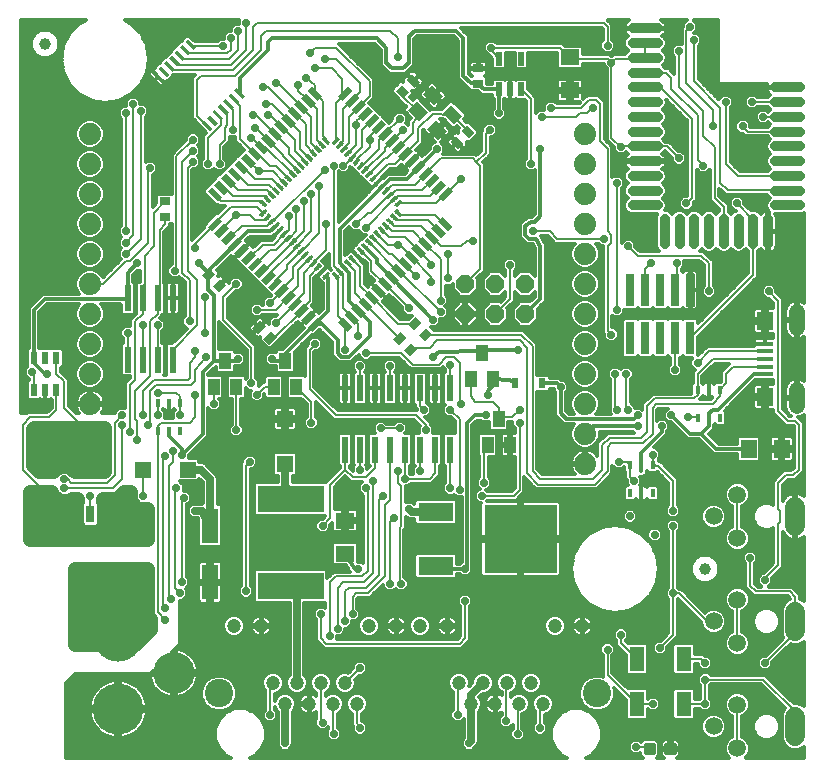
<source format=gtl>
G75*
%MOIN*%
%OFA0B0*%
%FSLAX24Y24*%
%IPPOS*%
%LPD*%
%AMOC8*
5,1,8,0,0,1.08239X$1,22.5*
%
%ADD10R,0.0394X0.0551*%
%ADD11OC8,0.0600*%
%ADD12C,0.0472*%
%ADD13C,0.0945*%
%ADD14C,0.1700*%
%ADD15C,0.1384*%
%ADD16C,0.1581*%
%ADD17C,0.0660*%
%ADD18C,0.0591*%
%ADD19R,0.0295X0.0551*%
%ADD20R,0.1181X0.0630*%
%ADD21R,0.2441X0.2283*%
%ADD22R,0.0630X0.0551*%
%ADD23R,0.0236X0.0866*%
%ADD24R,0.0354X0.0276*%
%ADD25R,0.0551X0.1181*%
%ADD26R,0.0276X0.0354*%
%ADD27R,0.0220X0.0470*%
%ADD28R,0.0470X0.0220*%
%ADD29R,0.0512X0.0413*%
%ADD30R,0.0531X0.0157*%
%ADD31R,0.0551X0.0630*%
%ADD32C,0.0531*%
%ADD33R,0.0551X0.0551*%
%ADD34R,0.2200X0.0900*%
%ADD35R,0.0120X0.0390*%
%ADD36C,0.0335*%
%ADD37R,0.0217X0.0472*%
%ADD38C,0.0058*%
%ADD39R,0.0291X0.1102*%
%ADD40C,0.0118*%
%ADD41C,0.0740*%
%ADD42R,0.0177X0.0276*%
%ADD43R,0.0236X0.0433*%
%ADD44R,0.0710X0.0630*%
%ADD45C,0.0059*%
%ADD46R,0.0248X0.0327*%
%ADD47C,0.0394*%
%ADD48R,0.0500X0.0827*%
%ADD49C,0.0120*%
%ADD50OC8,0.0240*%
%ADD51C,0.0500*%
%ADD52C,0.0250*%
%ADD53C,0.0080*%
D10*
X006786Y013892D03*
X007534Y013892D03*
X007160Y014758D03*
X008786Y013892D03*
X009534Y013892D03*
X009160Y014758D03*
X015348Y014142D03*
X016097Y014142D03*
X015723Y015008D03*
X016285Y012821D03*
X015911Y011954D03*
X016659Y011954D03*
D11*
X016160Y016325D03*
X015160Y016325D03*
X015160Y017325D03*
X016160Y017325D03*
X017160Y017325D03*
X017160Y016325D03*
D12*
X018160Y005923D03*
X019062Y005923D03*
X017357Y004026D03*
X016558Y004026D03*
X015758Y004026D03*
X014959Y004026D03*
X015361Y003325D03*
X016160Y003325D03*
X016959Y003325D03*
X017758Y003325D03*
X014562Y005923D03*
X013660Y005923D03*
X012861Y005923D03*
X011959Y005923D03*
X011156Y004026D03*
X010357Y004026D03*
X009558Y004026D03*
X008758Y004026D03*
X009160Y003325D03*
X009959Y003325D03*
X010758Y003325D03*
X011558Y003325D03*
X008361Y005923D03*
X007459Y005923D03*
D13*
X006961Y003675D03*
X019560Y003675D03*
D14*
X003598Y003157D03*
D15*
X005448Y004358D03*
D16*
X003598Y005539D03*
D17*
X026160Y005745D02*
X026160Y006405D01*
X026160Y009245D02*
X026160Y009905D01*
X026160Y002905D02*
X026160Y002245D01*
D18*
X024231Y001847D03*
X023443Y002575D03*
X024231Y003303D03*
X024231Y005347D03*
X023443Y006075D03*
X024231Y006803D03*
X024231Y008847D03*
X023443Y009575D03*
X024231Y010303D03*
D19*
X004160Y009654D03*
X003660Y009654D03*
X003160Y009654D03*
X002660Y009654D03*
X002660Y007371D03*
X003160Y007371D03*
X003660Y007371D03*
X004160Y007371D03*
D20*
X014182Y007925D03*
X014182Y009725D03*
D21*
X017008Y008825D03*
D22*
X011160Y008336D03*
X011160Y009439D03*
X018660Y023774D03*
X018660Y024876D03*
D23*
X014660Y013849D03*
X014160Y013849D03*
X013660Y013849D03*
X013160Y013849D03*
X012660Y013849D03*
X012160Y013849D03*
X011660Y013849D03*
X011160Y013849D03*
X011160Y011801D03*
X011660Y011801D03*
X012160Y011801D03*
X012660Y011801D03*
X013160Y011801D03*
X013660Y011801D03*
X014160Y011801D03*
X014660Y011801D03*
X005410Y014801D03*
X004910Y014801D03*
X004410Y014801D03*
X003910Y014801D03*
X003910Y016849D03*
X004410Y016849D03*
X004910Y016849D03*
X005410Y016849D03*
D24*
X005160Y019569D03*
X005160Y020081D03*
X015598Y024001D03*
X015598Y024513D03*
D25*
X006660Y009270D03*
X006660Y007380D03*
D26*
G36*
X013368Y015366D02*
X013563Y015171D01*
X013314Y014922D01*
X013119Y015117D01*
X013368Y015366D01*
G37*
G36*
X013006Y015728D02*
X013201Y015533D01*
X012952Y015284D01*
X012757Y015479D01*
X013006Y015728D01*
G37*
G36*
X013506Y016228D02*
X013701Y016033D01*
X013452Y015784D01*
X013257Y015979D01*
X013506Y016228D01*
G37*
G36*
X013868Y015866D02*
X014063Y015671D01*
X013814Y015422D01*
X013619Y015617D01*
X013868Y015866D01*
G37*
G36*
X008680Y015741D02*
X008875Y015546D01*
X008626Y015297D01*
X008431Y015492D01*
X008680Y015741D01*
G37*
G36*
X008319Y016103D02*
X008514Y015908D01*
X008265Y015659D01*
X008070Y015854D01*
X008319Y016103D01*
G37*
G36*
X006993Y017491D02*
X007188Y017296D01*
X006939Y017047D01*
X006744Y017242D01*
X006993Y017491D01*
G37*
G36*
X006631Y017853D02*
X006826Y017658D01*
X006577Y017409D01*
X006382Y017604D01*
X006631Y017853D01*
G37*
G36*
X013289Y023705D02*
X013094Y023510D01*
X012845Y023759D01*
X013040Y023954D01*
X013289Y023705D01*
G37*
G36*
X013651Y024067D02*
X013456Y023872D01*
X013207Y024121D01*
X013402Y024316D01*
X013651Y024067D01*
G37*
G36*
X015031Y022423D02*
X015226Y022618D01*
X015475Y022369D01*
X015280Y022174D01*
X015031Y022423D01*
G37*
G36*
X014669Y022061D02*
X014864Y022256D01*
X015113Y022007D01*
X014918Y021812D01*
X014669Y022061D01*
G37*
D27*
G36*
X013699Y021460D02*
X013854Y021305D01*
X013523Y020974D01*
X013368Y021129D01*
X013699Y021460D01*
G37*
G36*
X013922Y021237D02*
X014077Y021082D01*
X013746Y020751D01*
X013591Y020906D01*
X013922Y021237D01*
G37*
G36*
X014144Y021015D02*
X014299Y020860D01*
X013968Y020529D01*
X013813Y020684D01*
X014144Y021015D01*
G37*
G36*
X014367Y020792D02*
X014522Y020637D01*
X014191Y020306D01*
X014036Y020461D01*
X014367Y020792D01*
G37*
G36*
X014590Y020569D02*
X014745Y020414D01*
X014414Y020083D01*
X014259Y020238D01*
X014590Y020569D01*
G37*
G36*
X013476Y021683D02*
X013631Y021528D01*
X013300Y021197D01*
X013145Y021352D01*
X013476Y021683D01*
G37*
G36*
X013253Y021905D02*
X013408Y021750D01*
X013077Y021419D01*
X012922Y021574D01*
X013253Y021905D01*
G37*
G36*
X013031Y022128D02*
X013186Y021973D01*
X012855Y021642D01*
X012700Y021797D01*
X013031Y022128D01*
G37*
G36*
X012808Y022351D02*
X012963Y022196D01*
X012632Y021865D01*
X012477Y022020D01*
X012808Y022351D01*
G37*
G36*
X012585Y022573D02*
X012740Y022418D01*
X012409Y022087D01*
X012254Y022242D01*
X012585Y022573D01*
G37*
G36*
X012363Y022796D02*
X012518Y022641D01*
X012187Y022310D01*
X012032Y022465D01*
X012363Y022796D01*
G37*
G36*
X012140Y023019D02*
X012295Y022864D01*
X011964Y022533D01*
X011809Y022688D01*
X012140Y023019D01*
G37*
G36*
X011917Y023242D02*
X012072Y023087D01*
X011741Y022756D01*
X011586Y022911D01*
X011917Y023242D01*
G37*
G36*
X011695Y023464D02*
X011850Y023309D01*
X011519Y022978D01*
X011364Y023133D01*
X011695Y023464D01*
G37*
G36*
X011472Y023687D02*
X011627Y023532D01*
X011296Y023201D01*
X011141Y023356D01*
X011472Y023687D01*
G37*
G36*
X011249Y023910D02*
X011404Y023755D01*
X011073Y023424D01*
X010918Y023579D01*
X011249Y023910D01*
G37*
G36*
X006906Y019567D02*
X007061Y019412D01*
X006730Y019081D01*
X006575Y019236D01*
X006906Y019567D01*
G37*
G36*
X007129Y019344D02*
X007284Y019189D01*
X006953Y018858D01*
X006798Y019013D01*
X007129Y019344D01*
G37*
G36*
X007352Y019121D02*
X007507Y018966D01*
X007176Y018635D01*
X007021Y018790D01*
X007352Y019121D01*
G37*
G36*
X007574Y018899D02*
X007729Y018744D01*
X007398Y018413D01*
X007243Y018568D01*
X007574Y018899D01*
G37*
G36*
X007797Y018676D02*
X007952Y018521D01*
X007621Y018190D01*
X007466Y018345D01*
X007797Y018676D01*
G37*
G36*
X008020Y018453D02*
X008175Y018298D01*
X007844Y017967D01*
X007689Y018122D01*
X008020Y018453D01*
G37*
G36*
X008243Y018231D02*
X008398Y018076D01*
X008067Y017745D01*
X007912Y017900D01*
X008243Y018231D01*
G37*
G36*
X008465Y018008D02*
X008620Y017853D01*
X008289Y017522D01*
X008134Y017677D01*
X008465Y018008D01*
G37*
G36*
X008688Y017785D02*
X008843Y017630D01*
X008512Y017299D01*
X008357Y017454D01*
X008688Y017785D01*
G37*
G36*
X008911Y017563D02*
X009066Y017408D01*
X008735Y017077D01*
X008580Y017232D01*
X008911Y017563D01*
G37*
G36*
X009133Y017340D02*
X009288Y017185D01*
X008957Y016854D01*
X008802Y017009D01*
X009133Y017340D01*
G37*
G36*
X009356Y017117D02*
X009511Y016962D01*
X009180Y016631D01*
X009025Y016786D01*
X009356Y017117D01*
G37*
G36*
X009579Y016894D02*
X009734Y016739D01*
X009403Y016408D01*
X009248Y016563D01*
X009579Y016894D01*
G37*
G36*
X009801Y016672D02*
X009956Y016517D01*
X009625Y016186D01*
X009470Y016341D01*
X009801Y016672D01*
G37*
G36*
X010024Y016449D02*
X010179Y016294D01*
X009848Y015963D01*
X009693Y016118D01*
X010024Y016449D01*
G37*
G36*
X010247Y016226D02*
X010402Y016071D01*
X010071Y015740D01*
X009916Y015895D01*
X010247Y016226D01*
G37*
D28*
G36*
X011073Y016226D02*
X011404Y015895D01*
X011249Y015740D01*
X010918Y016071D01*
X011073Y016226D01*
G37*
G36*
X011296Y016449D02*
X011627Y016118D01*
X011472Y015963D01*
X011141Y016294D01*
X011296Y016449D01*
G37*
G36*
X011519Y016672D02*
X011850Y016341D01*
X011695Y016186D01*
X011364Y016517D01*
X011519Y016672D01*
G37*
G36*
X011741Y016894D02*
X012072Y016563D01*
X011917Y016408D01*
X011586Y016739D01*
X011741Y016894D01*
G37*
G36*
X011964Y017117D02*
X012295Y016786D01*
X012140Y016631D01*
X011809Y016962D01*
X011964Y017117D01*
G37*
G36*
X012187Y017340D02*
X012518Y017009D01*
X012363Y016854D01*
X012032Y017185D01*
X012187Y017340D01*
G37*
G36*
X012409Y017563D02*
X012740Y017232D01*
X012585Y017077D01*
X012254Y017408D01*
X012409Y017563D01*
G37*
G36*
X012632Y017785D02*
X012963Y017454D01*
X012808Y017299D01*
X012477Y017630D01*
X012632Y017785D01*
G37*
G36*
X012855Y018008D02*
X013186Y017677D01*
X013031Y017522D01*
X012700Y017853D01*
X012855Y018008D01*
G37*
G36*
X013077Y018231D02*
X013408Y017900D01*
X013253Y017745D01*
X012922Y018076D01*
X013077Y018231D01*
G37*
G36*
X013300Y018453D02*
X013631Y018122D01*
X013476Y017967D01*
X013145Y018298D01*
X013300Y018453D01*
G37*
G36*
X013523Y018676D02*
X013854Y018345D01*
X013699Y018190D01*
X013368Y018521D01*
X013523Y018676D01*
G37*
G36*
X013746Y018899D02*
X014077Y018568D01*
X013922Y018413D01*
X013591Y018744D01*
X013746Y018899D01*
G37*
G36*
X013968Y019121D02*
X014299Y018790D01*
X014144Y018635D01*
X013813Y018966D01*
X013968Y019121D01*
G37*
G36*
X014191Y019344D02*
X014522Y019013D01*
X014367Y018858D01*
X014036Y019189D01*
X014191Y019344D01*
G37*
G36*
X014414Y019567D02*
X014745Y019236D01*
X014590Y019081D01*
X014259Y019412D01*
X014414Y019567D01*
G37*
G36*
X010071Y023910D02*
X010402Y023579D01*
X010247Y023424D01*
X009916Y023755D01*
X010071Y023910D01*
G37*
G36*
X009848Y023687D02*
X010179Y023356D01*
X010024Y023201D01*
X009693Y023532D01*
X009848Y023687D01*
G37*
G36*
X009625Y023464D02*
X009956Y023133D01*
X009801Y022978D01*
X009470Y023309D01*
X009625Y023464D01*
G37*
G36*
X009403Y023242D02*
X009734Y022911D01*
X009579Y022756D01*
X009248Y023087D01*
X009403Y023242D01*
G37*
G36*
X009180Y023019D02*
X009511Y022688D01*
X009356Y022533D01*
X009025Y022864D01*
X009180Y023019D01*
G37*
G36*
X008957Y022796D02*
X009288Y022465D01*
X009133Y022310D01*
X008802Y022641D01*
X008957Y022796D01*
G37*
G36*
X008735Y022573D02*
X009066Y022242D01*
X008911Y022087D01*
X008580Y022418D01*
X008735Y022573D01*
G37*
G36*
X008512Y022351D02*
X008843Y022020D01*
X008688Y021865D01*
X008357Y022196D01*
X008512Y022351D01*
G37*
G36*
X008289Y022128D02*
X008620Y021797D01*
X008465Y021642D01*
X008134Y021973D01*
X008289Y022128D01*
G37*
G36*
X008067Y021905D02*
X008398Y021574D01*
X008243Y021419D01*
X007912Y021750D01*
X008067Y021905D01*
G37*
G36*
X007844Y021683D02*
X008175Y021352D01*
X008020Y021197D01*
X007689Y021528D01*
X007844Y021683D01*
G37*
G36*
X007621Y021460D02*
X007952Y021129D01*
X007797Y020974D01*
X007466Y021305D01*
X007621Y021460D01*
G37*
G36*
X007398Y021237D02*
X007729Y020906D01*
X007574Y020751D01*
X007243Y021082D01*
X007398Y021237D01*
G37*
G36*
X007176Y021015D02*
X007507Y020684D01*
X007352Y020529D01*
X007021Y020860D01*
X007176Y021015D01*
G37*
G36*
X006953Y020792D02*
X007284Y020461D01*
X007129Y020306D01*
X006798Y020637D01*
X006953Y020792D01*
G37*
G36*
X006730Y020569D02*
X007061Y020238D01*
X006906Y020083D01*
X006575Y020414D01*
X006730Y020569D01*
G37*
D29*
G36*
X013547Y023421D02*
X013908Y023060D01*
X013617Y022769D01*
X013256Y023130D01*
X013547Y023421D01*
G37*
G36*
X014062Y023936D02*
X014423Y023575D01*
X014132Y023284D01*
X013771Y023645D01*
X014062Y023936D01*
G37*
G36*
X014703Y023295D02*
X015064Y022934D01*
X014773Y022643D01*
X014412Y023004D01*
X014703Y023295D01*
G37*
G36*
X014188Y022780D02*
X014549Y022419D01*
X014258Y022128D01*
X013897Y022489D01*
X014188Y022780D01*
G37*
D30*
X025160Y015337D03*
X025160Y015081D03*
X025160Y014825D03*
X025160Y014569D03*
X025160Y014313D03*
D31*
X025160Y013565D03*
X024609Y011825D03*
X025711Y011825D03*
X025160Y016085D03*
D32*
X026213Y015858D02*
X026213Y016390D01*
X026213Y013792D02*
X026213Y013260D01*
D33*
X009160Y012823D03*
X009160Y011327D03*
X005908Y011138D03*
X004412Y011138D03*
D34*
X009348Y010150D03*
X009348Y007250D03*
D35*
G36*
X006374Y022690D02*
X006459Y022775D01*
X006734Y022500D01*
X006649Y022415D01*
X006374Y022690D01*
G37*
G36*
X006555Y022871D02*
X006640Y022956D01*
X006915Y022681D01*
X006830Y022596D01*
X006555Y022871D01*
G37*
G36*
X006736Y023052D02*
X006821Y023137D01*
X007096Y022862D01*
X007011Y022777D01*
X006736Y023052D01*
G37*
G36*
X006917Y023233D02*
X007002Y023318D01*
X007277Y023043D01*
X007192Y022958D01*
X006917Y023233D01*
G37*
G36*
X007098Y023414D02*
X007183Y023499D01*
X007458Y023224D01*
X007373Y023139D01*
X007098Y023414D01*
G37*
G36*
X007279Y023595D02*
X007364Y023680D01*
X007639Y023405D01*
X007554Y023320D01*
X007279Y023595D01*
G37*
G36*
X007460Y023776D02*
X007545Y023861D01*
X007820Y023586D01*
X007735Y023501D01*
X007460Y023776D01*
G37*
G36*
X005836Y025400D02*
X005921Y025485D01*
X006196Y025210D01*
X006111Y025125D01*
X005836Y025400D01*
G37*
G36*
X005655Y025219D02*
X005740Y025304D01*
X006015Y025029D01*
X005930Y024944D01*
X005655Y025219D01*
G37*
G36*
X005474Y025038D02*
X005559Y025123D01*
X005834Y024848D01*
X005749Y024763D01*
X005474Y025038D01*
G37*
G36*
X005293Y024857D02*
X005378Y024942D01*
X005653Y024667D01*
X005568Y024582D01*
X005293Y024857D01*
G37*
G36*
X005112Y024676D02*
X005197Y024761D01*
X005472Y024486D01*
X005387Y024401D01*
X005112Y024676D01*
G37*
G36*
X004931Y024495D02*
X005016Y024580D01*
X005291Y024305D01*
X005206Y024220D01*
X004931Y024495D01*
G37*
G36*
X004750Y024314D02*
X004835Y024399D01*
X005110Y024124D01*
X005025Y024039D01*
X004750Y024314D01*
G37*
D36*
X020740Y024370D02*
X021586Y024370D01*
X020740Y024370D02*
X020740Y024370D01*
X021586Y024370D01*
X021586Y024370D01*
X021586Y024862D02*
X020740Y024862D01*
X020740Y024862D01*
X021586Y024862D01*
X021586Y024862D01*
X021586Y025354D02*
X020740Y025354D01*
X020740Y025354D01*
X021586Y025354D01*
X021586Y025354D01*
X021586Y025846D02*
X020740Y025846D01*
X020740Y025846D01*
X021586Y025846D01*
X021586Y025846D01*
X021586Y023878D02*
X020740Y023878D01*
X020740Y023878D01*
X021586Y023878D01*
X021586Y023878D01*
X021586Y023386D02*
X020740Y023386D01*
X020740Y023386D01*
X021586Y023386D01*
X021586Y023386D01*
X021586Y022893D02*
X020740Y022893D01*
X020740Y022893D01*
X021586Y022893D01*
X021586Y022893D01*
X021586Y022401D02*
X020740Y022401D01*
X020740Y022401D01*
X021586Y022401D01*
X021586Y022401D01*
X021586Y021909D02*
X020740Y021909D01*
X020740Y021909D01*
X021586Y021909D01*
X021586Y021909D01*
X021586Y021417D02*
X020740Y021417D01*
X020740Y021417D01*
X021586Y021417D01*
X021586Y021417D01*
X021586Y020925D02*
X020740Y020925D01*
X020740Y020925D01*
X021586Y020925D01*
X021586Y020925D01*
X021586Y020433D02*
X020740Y020433D01*
X020740Y020433D01*
X021586Y020433D01*
X021586Y020433D01*
X021586Y019941D02*
X020740Y019941D01*
X020740Y019941D01*
X021586Y019941D01*
X021586Y019941D01*
X021813Y019498D02*
X021813Y018652D01*
X021813Y018652D01*
X021813Y019498D01*
X021813Y019498D01*
X021813Y018986D02*
X021813Y018986D01*
X021813Y019320D02*
X021813Y019320D01*
X022305Y019498D02*
X022305Y018652D01*
X022305Y018652D01*
X022305Y019498D01*
X022305Y019498D01*
X022305Y018986D02*
X022305Y018986D01*
X022305Y019320D02*
X022305Y019320D01*
X022797Y019498D02*
X022797Y018652D01*
X022797Y018652D01*
X022797Y019498D01*
X022797Y019498D01*
X022797Y018986D02*
X022797Y018986D01*
X022797Y019320D02*
X022797Y019320D01*
X023289Y019498D02*
X023289Y018652D01*
X023289Y018652D01*
X023289Y019498D01*
X023289Y019498D01*
X023289Y018986D02*
X023289Y018986D01*
X023289Y019320D02*
X023289Y019320D01*
X023781Y019498D02*
X023781Y018652D01*
X023781Y018652D01*
X023781Y019498D01*
X023781Y019498D01*
X023781Y018986D02*
X023781Y018986D01*
X023781Y019320D02*
X023781Y019320D01*
X024273Y019498D02*
X024273Y018652D01*
X024273Y018652D01*
X024273Y019498D01*
X024273Y019498D01*
X024273Y018986D02*
X024273Y018986D01*
X024273Y019320D02*
X024273Y019320D01*
X024765Y019498D02*
X024765Y018652D01*
X024765Y018652D01*
X024765Y019498D01*
X024765Y019498D01*
X024765Y018986D02*
X024765Y018986D01*
X024765Y019320D02*
X024765Y019320D01*
X025257Y019498D02*
X025257Y018652D01*
X025257Y018652D01*
X025257Y019498D01*
X025257Y019498D01*
X025257Y018986D02*
X025257Y018986D01*
X025257Y019320D02*
X025257Y019320D01*
X025484Y019941D02*
X026330Y019941D01*
X026330Y019941D01*
X025484Y019941D01*
X025484Y019941D01*
X025484Y020433D02*
X026330Y020433D01*
X026330Y020433D01*
X025484Y020433D01*
X025484Y020433D01*
X025484Y020925D02*
X026330Y020925D01*
X026330Y020925D01*
X025484Y020925D01*
X025484Y020925D01*
X025484Y021417D02*
X026330Y021417D01*
X026330Y021417D01*
X025484Y021417D01*
X025484Y021417D01*
X025484Y021909D02*
X026330Y021909D01*
X026330Y021909D01*
X025484Y021909D01*
X025484Y021909D01*
X025484Y022401D02*
X026330Y022401D01*
X026330Y022401D01*
X025484Y022401D01*
X025484Y022401D01*
X025484Y022893D02*
X026330Y022893D01*
X026330Y022893D01*
X025484Y022893D01*
X025484Y022893D01*
X025484Y023386D02*
X026330Y023386D01*
X026330Y023386D01*
X025484Y023386D01*
X025484Y023386D01*
X025484Y023878D02*
X026330Y023878D01*
X026330Y023878D01*
X025484Y023878D01*
X025484Y023878D01*
D37*
X017034Y023813D03*
X016660Y023813D03*
X016286Y023813D03*
X016286Y024837D03*
X017034Y024837D03*
D38*
X022544Y017646D02*
X022544Y016602D01*
X022544Y017646D02*
X022776Y017646D01*
X022776Y016602D01*
X022544Y016602D01*
X022544Y016659D02*
X022776Y016659D01*
X022776Y016716D02*
X022544Y016716D01*
X022544Y016773D02*
X022776Y016773D01*
X022776Y016830D02*
X022544Y016830D01*
X022544Y016887D02*
X022776Y016887D01*
X022776Y016944D02*
X022544Y016944D01*
X022544Y017001D02*
X022776Y017001D01*
X022776Y017058D02*
X022544Y017058D01*
X022544Y017115D02*
X022776Y017115D01*
X022776Y017172D02*
X022544Y017172D01*
X022544Y017229D02*
X022776Y017229D01*
X022776Y017286D02*
X022544Y017286D01*
X022544Y017343D02*
X022776Y017343D01*
X022776Y017400D02*
X022544Y017400D01*
X022544Y017457D02*
X022776Y017457D01*
X022776Y017514D02*
X022544Y017514D01*
X022544Y017571D02*
X022776Y017571D01*
X022776Y017628D02*
X022544Y017628D01*
D39*
X022160Y017124D03*
X021660Y017124D03*
X021160Y017124D03*
X020660Y017124D03*
X020660Y015526D03*
X021160Y015526D03*
X021660Y015526D03*
X022160Y015526D03*
X022660Y015526D03*
D40*
X021867Y001963D02*
X021867Y001687D01*
X021867Y001963D02*
X022143Y001963D01*
X022143Y001687D01*
X021867Y001687D01*
X021867Y001804D02*
X022143Y001804D01*
X022143Y001921D02*
X021867Y001921D01*
X021177Y001963D02*
X021177Y001687D01*
X021177Y001963D02*
X021453Y001963D01*
X021453Y001687D01*
X021177Y001687D01*
X021177Y001804D02*
X021453Y001804D01*
X021453Y001921D02*
X021177Y001921D01*
D41*
X019160Y011325D03*
X019160Y012325D03*
X019160Y013325D03*
X019160Y014325D03*
X019160Y015325D03*
X019160Y016325D03*
X019160Y017325D03*
X019160Y018325D03*
X019160Y019325D03*
X019160Y020325D03*
X019160Y021325D03*
X019160Y022325D03*
X002660Y022325D03*
X002660Y021325D03*
X002660Y020325D03*
X002660Y019325D03*
X002660Y018325D03*
X002660Y017325D03*
X002660Y016325D03*
X002660Y015325D03*
X002660Y014325D03*
X002660Y013325D03*
X002660Y012325D03*
X002660Y011325D03*
D42*
X004911Y012415D03*
X005285Y012415D03*
X005659Y012415D03*
X005659Y013360D03*
X005285Y013360D03*
X004911Y013360D03*
X020661Y011297D03*
X021035Y011297D03*
X021409Y011297D03*
X021409Y010353D03*
X021035Y010353D03*
X020661Y010353D03*
X022911Y012853D03*
X023285Y012853D03*
X023659Y012853D03*
X023659Y013797D03*
X023285Y013797D03*
X022911Y013797D03*
D43*
X001534Y013794D03*
X001160Y013794D03*
X000786Y013794D03*
X000786Y014856D03*
X001160Y014856D03*
X001534Y014856D03*
D44*
X001160Y011385D03*
X001160Y010265D03*
D45*
X009741Y018532D02*
X009784Y018489D01*
X009631Y018336D01*
X009588Y018379D01*
X009741Y018532D01*
X009689Y018394D02*
X009603Y018394D01*
X009661Y018452D02*
X009747Y018452D01*
X009763Y018510D02*
X009719Y018510D01*
X009645Y018628D02*
X009602Y018671D01*
X009645Y018628D02*
X009492Y018475D01*
X009449Y018518D01*
X009602Y018671D01*
X009550Y018533D02*
X009464Y018533D01*
X009522Y018591D02*
X009608Y018591D01*
X009624Y018649D02*
X009580Y018649D01*
X009506Y018767D02*
X009463Y018810D01*
X009506Y018767D02*
X009353Y018614D01*
X009310Y018657D01*
X009463Y018810D01*
X009411Y018672D02*
X009325Y018672D01*
X009383Y018730D02*
X009469Y018730D01*
X009485Y018788D02*
X009441Y018788D01*
X009367Y018906D02*
X009324Y018949D01*
X009367Y018906D02*
X009214Y018753D01*
X009171Y018796D01*
X009324Y018949D01*
X009272Y018811D02*
X009186Y018811D01*
X009244Y018869D02*
X009330Y018869D01*
X009346Y018927D02*
X009302Y018927D01*
X009227Y019045D02*
X009184Y019088D01*
X009227Y019045D02*
X009074Y018892D01*
X009031Y018935D01*
X009184Y019088D01*
X009132Y018950D02*
X009046Y018950D01*
X009104Y019008D02*
X009190Y019008D01*
X009206Y019066D02*
X009162Y019066D01*
X009088Y019185D02*
X009045Y019228D01*
X009088Y019185D02*
X008935Y019032D01*
X008892Y019075D01*
X009045Y019228D01*
X008993Y019090D02*
X008907Y019090D01*
X008965Y019148D02*
X009051Y019148D01*
X009067Y019206D02*
X009023Y019206D01*
X008949Y019324D02*
X008906Y019367D01*
X008949Y019324D02*
X008796Y019171D01*
X008753Y019214D01*
X008906Y019367D01*
X008854Y019229D02*
X008768Y019229D01*
X008826Y019287D02*
X008912Y019287D01*
X008928Y019345D02*
X008884Y019345D01*
X008810Y019463D02*
X008767Y019506D01*
X008810Y019463D02*
X008657Y019310D01*
X008614Y019353D01*
X008767Y019506D01*
X008715Y019368D02*
X008629Y019368D01*
X008687Y019426D02*
X008773Y019426D01*
X008789Y019484D02*
X008745Y019484D01*
X008671Y019602D02*
X008628Y019645D01*
X008671Y019602D02*
X008518Y019449D01*
X008475Y019492D01*
X008628Y019645D01*
X008576Y019507D02*
X008490Y019507D01*
X008548Y019565D02*
X008634Y019565D01*
X008650Y019623D02*
X008606Y019623D01*
X008531Y019741D02*
X008488Y019784D01*
X008531Y019741D02*
X008378Y019588D01*
X008335Y019631D01*
X008488Y019784D01*
X008436Y019646D02*
X008350Y019646D01*
X008408Y019704D02*
X008494Y019704D01*
X008510Y019762D02*
X008466Y019762D01*
X008531Y019952D02*
X008378Y020105D01*
X008531Y019952D02*
X008488Y019909D01*
X008335Y020062D01*
X008378Y020105D01*
X008430Y019967D02*
X008516Y019967D01*
X008458Y020025D02*
X008372Y020025D01*
X008356Y020083D02*
X008400Y020083D01*
X008518Y020244D02*
X008671Y020091D01*
X008628Y020048D01*
X008475Y020201D01*
X008518Y020244D01*
X008570Y020106D02*
X008656Y020106D01*
X008598Y020164D02*
X008512Y020164D01*
X008496Y020222D02*
X008540Y020222D01*
X008657Y020383D02*
X008810Y020230D01*
X008767Y020187D01*
X008614Y020340D01*
X008657Y020383D01*
X008709Y020245D02*
X008795Y020245D01*
X008737Y020303D02*
X008651Y020303D01*
X008635Y020361D02*
X008679Y020361D01*
X008796Y020522D02*
X008949Y020369D01*
X008906Y020326D01*
X008753Y020479D01*
X008796Y020522D01*
X008848Y020384D02*
X008934Y020384D01*
X008876Y020442D02*
X008790Y020442D01*
X008774Y020500D02*
X008818Y020500D01*
X008935Y020661D02*
X009088Y020508D01*
X009045Y020465D01*
X008892Y020618D01*
X008935Y020661D01*
X008987Y020523D02*
X009073Y020523D01*
X009015Y020581D02*
X008929Y020581D01*
X008913Y020639D02*
X008957Y020639D01*
X009074Y020800D02*
X009227Y020647D01*
X009184Y020604D01*
X009031Y020757D01*
X009074Y020800D01*
X009126Y020662D02*
X009212Y020662D01*
X009154Y020720D02*
X009068Y020720D01*
X009052Y020778D02*
X009096Y020778D01*
X009214Y020940D02*
X009367Y020787D01*
X009324Y020744D01*
X009171Y020897D01*
X009214Y020940D01*
X009266Y020802D02*
X009352Y020802D01*
X009294Y020860D02*
X009208Y020860D01*
X009192Y020918D02*
X009236Y020918D01*
X009353Y021079D02*
X009506Y020926D01*
X009463Y020883D01*
X009310Y021036D01*
X009353Y021079D01*
X009405Y020941D02*
X009491Y020941D01*
X009433Y020999D02*
X009347Y020999D01*
X009331Y021057D02*
X009375Y021057D01*
X009492Y021218D02*
X009645Y021065D01*
X009602Y021022D01*
X009449Y021175D01*
X009492Y021218D01*
X009544Y021080D02*
X009630Y021080D01*
X009572Y021138D02*
X009486Y021138D01*
X009470Y021196D02*
X009514Y021196D01*
X009631Y021357D02*
X009784Y021204D01*
X009741Y021161D01*
X009588Y021314D01*
X009631Y021357D01*
X009683Y021219D02*
X009769Y021219D01*
X009711Y021277D02*
X009625Y021277D01*
X009609Y021335D02*
X009653Y021335D01*
X009770Y021496D02*
X009923Y021343D01*
X009880Y021300D01*
X009727Y021453D01*
X009770Y021496D01*
X009822Y021358D02*
X009908Y021358D01*
X009850Y021416D02*
X009764Y021416D01*
X009748Y021474D02*
X009792Y021474D01*
X009910Y021636D02*
X010063Y021483D01*
X010020Y021440D01*
X009867Y021593D01*
X009910Y021636D01*
X009962Y021498D02*
X010048Y021498D01*
X009990Y021556D02*
X009904Y021556D01*
X009888Y021614D02*
X009932Y021614D01*
X010049Y021775D02*
X010202Y021622D01*
X010159Y021579D01*
X010006Y021732D01*
X010049Y021775D01*
X010101Y021637D02*
X010187Y021637D01*
X010129Y021695D02*
X010043Y021695D01*
X010027Y021753D02*
X010071Y021753D01*
X010188Y021914D02*
X010341Y021761D01*
X010298Y021718D01*
X010145Y021871D01*
X010188Y021914D01*
X010240Y021776D02*
X010326Y021776D01*
X010268Y021834D02*
X010182Y021834D01*
X010166Y021892D02*
X010210Y021892D01*
X010327Y022053D02*
X010480Y021900D01*
X010437Y021857D01*
X010284Y022010D01*
X010327Y022053D01*
X010379Y021915D02*
X010465Y021915D01*
X010407Y021973D02*
X010321Y021973D01*
X010305Y022031D02*
X010349Y022031D01*
X010466Y022192D02*
X010619Y022039D01*
X010576Y021996D01*
X010423Y022149D01*
X010466Y022192D01*
X010518Y022054D02*
X010604Y022054D01*
X010546Y022112D02*
X010460Y022112D01*
X010444Y022170D02*
X010488Y022170D01*
X010897Y022192D02*
X010940Y022149D01*
X010787Y021996D01*
X010744Y022039D01*
X010897Y022192D01*
X010845Y022054D02*
X010759Y022054D01*
X010817Y022112D02*
X010903Y022112D01*
X010919Y022170D02*
X010875Y022170D01*
X011036Y022053D02*
X011079Y022010D01*
X010926Y021857D01*
X010883Y021900D01*
X011036Y022053D01*
X010984Y021915D02*
X010898Y021915D01*
X010956Y021973D02*
X011042Y021973D01*
X011058Y022031D02*
X011014Y022031D01*
X011175Y021914D02*
X011218Y021871D01*
X011065Y021718D01*
X011022Y021761D01*
X011175Y021914D01*
X011123Y021776D02*
X011037Y021776D01*
X011095Y021834D02*
X011181Y021834D01*
X011197Y021892D02*
X011153Y021892D01*
X011314Y021775D02*
X011357Y021732D01*
X011204Y021579D01*
X011161Y021622D01*
X011314Y021775D01*
X011262Y021637D02*
X011176Y021637D01*
X011234Y021695D02*
X011320Y021695D01*
X011336Y021753D02*
X011292Y021753D01*
X011453Y021636D02*
X011496Y021593D01*
X011343Y021440D01*
X011300Y021483D01*
X011453Y021636D01*
X011401Y021498D02*
X011315Y021498D01*
X011373Y021556D02*
X011459Y021556D01*
X011475Y021614D02*
X011431Y021614D01*
X011592Y021496D02*
X011635Y021453D01*
X011482Y021300D01*
X011439Y021343D01*
X011592Y021496D01*
X011540Y021358D02*
X011454Y021358D01*
X011512Y021416D02*
X011598Y021416D01*
X011614Y021474D02*
X011570Y021474D01*
X011732Y021357D02*
X011775Y021314D01*
X011622Y021161D01*
X011579Y021204D01*
X011732Y021357D01*
X011680Y021219D02*
X011594Y021219D01*
X011652Y021277D02*
X011738Y021277D01*
X011754Y021335D02*
X011710Y021335D01*
X011871Y021218D02*
X011914Y021175D01*
X011761Y021022D01*
X011718Y021065D01*
X011871Y021218D01*
X011819Y021080D02*
X011733Y021080D01*
X011791Y021138D02*
X011877Y021138D01*
X011893Y021196D02*
X011849Y021196D01*
X012010Y021079D02*
X012053Y021036D01*
X011900Y020883D01*
X011857Y020926D01*
X012010Y021079D01*
X011958Y020941D02*
X011872Y020941D01*
X011930Y020999D02*
X012016Y020999D01*
X012032Y021057D02*
X011988Y021057D01*
X012149Y020940D02*
X012192Y020897D01*
X012039Y020744D01*
X011996Y020787D01*
X012149Y020940D01*
X012097Y020802D02*
X012011Y020802D01*
X012069Y020860D02*
X012155Y020860D01*
X012171Y020918D02*
X012127Y020918D01*
X012288Y020800D02*
X012331Y020757D01*
X012178Y020604D01*
X012135Y020647D01*
X012288Y020800D01*
X012236Y020662D02*
X012150Y020662D01*
X012208Y020720D02*
X012294Y020720D01*
X012310Y020778D02*
X012266Y020778D01*
X012428Y020661D02*
X012471Y020618D01*
X012318Y020465D01*
X012275Y020508D01*
X012428Y020661D01*
X012376Y020523D02*
X012290Y020523D01*
X012348Y020581D02*
X012434Y020581D01*
X012450Y020639D02*
X012406Y020639D01*
X012567Y020522D02*
X012610Y020479D01*
X012457Y020326D01*
X012414Y020369D01*
X012567Y020522D01*
X012515Y020384D02*
X012429Y020384D01*
X012487Y020442D02*
X012573Y020442D01*
X012589Y020500D02*
X012545Y020500D01*
X012706Y020383D02*
X012749Y020340D01*
X012596Y020187D01*
X012553Y020230D01*
X012706Y020383D01*
X012654Y020245D02*
X012568Y020245D01*
X012626Y020303D02*
X012712Y020303D01*
X012728Y020361D02*
X012684Y020361D01*
X012845Y020244D02*
X012888Y020201D01*
X012735Y020048D01*
X012692Y020091D01*
X012845Y020244D01*
X012793Y020106D02*
X012707Y020106D01*
X012765Y020164D02*
X012851Y020164D01*
X012867Y020222D02*
X012823Y020222D01*
X012984Y020105D02*
X013027Y020062D01*
X012874Y019909D01*
X012831Y019952D01*
X012984Y020105D01*
X012932Y019967D02*
X012846Y019967D01*
X012904Y020025D02*
X012990Y020025D01*
X013006Y020083D02*
X012962Y020083D01*
X012874Y019784D02*
X013027Y019631D01*
X012984Y019588D01*
X012831Y019741D01*
X012874Y019784D01*
X012926Y019646D02*
X013012Y019646D01*
X012954Y019704D02*
X012868Y019704D01*
X012852Y019762D02*
X012896Y019762D01*
X012735Y019645D02*
X012888Y019492D01*
X012845Y019449D01*
X012692Y019602D01*
X012735Y019645D01*
X012787Y019507D02*
X012873Y019507D01*
X012815Y019565D02*
X012729Y019565D01*
X012713Y019623D02*
X012757Y019623D01*
X012596Y019506D02*
X012749Y019353D01*
X012706Y019310D01*
X012553Y019463D01*
X012596Y019506D01*
X012648Y019368D02*
X012734Y019368D01*
X012676Y019426D02*
X012590Y019426D01*
X012574Y019484D02*
X012618Y019484D01*
X012457Y019367D02*
X012610Y019214D01*
X012567Y019171D01*
X012414Y019324D01*
X012457Y019367D01*
X012509Y019229D02*
X012595Y019229D01*
X012537Y019287D02*
X012451Y019287D01*
X012435Y019345D02*
X012479Y019345D01*
X012318Y019228D02*
X012471Y019075D01*
X012428Y019032D01*
X012275Y019185D01*
X012318Y019228D01*
X012370Y019090D02*
X012456Y019090D01*
X012398Y019148D02*
X012312Y019148D01*
X012296Y019206D02*
X012340Y019206D01*
X012178Y019088D02*
X012331Y018935D01*
X012288Y018892D01*
X012135Y019045D01*
X012178Y019088D01*
X012230Y018950D02*
X012316Y018950D01*
X012258Y019008D02*
X012172Y019008D01*
X012156Y019066D02*
X012200Y019066D01*
X012039Y018949D02*
X012192Y018796D01*
X012149Y018753D01*
X011996Y018906D01*
X012039Y018949D01*
X012091Y018811D02*
X012177Y018811D01*
X012119Y018869D02*
X012033Y018869D01*
X012017Y018927D02*
X012061Y018927D01*
X011900Y018810D02*
X012053Y018657D01*
X012010Y018614D01*
X011857Y018767D01*
X011900Y018810D01*
X011952Y018672D02*
X012038Y018672D01*
X011980Y018730D02*
X011894Y018730D01*
X011878Y018788D02*
X011922Y018788D01*
X011761Y018671D02*
X011914Y018518D01*
X011871Y018475D01*
X011718Y018628D01*
X011761Y018671D01*
X011813Y018533D02*
X011899Y018533D01*
X011841Y018591D02*
X011755Y018591D01*
X011739Y018649D02*
X011783Y018649D01*
X011622Y018532D02*
X011775Y018379D01*
X011732Y018336D01*
X011579Y018489D01*
X011622Y018532D01*
X011674Y018394D02*
X011760Y018394D01*
X011702Y018452D02*
X011616Y018452D01*
X011600Y018510D02*
X011644Y018510D01*
X011482Y018392D02*
X011635Y018239D01*
X011592Y018196D01*
X011439Y018349D01*
X011482Y018392D01*
X011534Y018254D02*
X011620Y018254D01*
X011562Y018312D02*
X011476Y018312D01*
X011460Y018370D02*
X011504Y018370D01*
X011343Y018253D02*
X011496Y018100D01*
X011453Y018057D01*
X011300Y018210D01*
X011343Y018253D01*
X011395Y018115D02*
X011481Y018115D01*
X011423Y018173D02*
X011337Y018173D01*
X011321Y018231D02*
X011365Y018231D01*
X011204Y018114D02*
X011357Y017961D01*
X011314Y017918D01*
X011161Y018071D01*
X011204Y018114D01*
X011256Y017976D02*
X011342Y017976D01*
X011284Y018034D02*
X011198Y018034D01*
X011182Y018092D02*
X011226Y018092D01*
X011065Y017975D02*
X011218Y017822D01*
X011175Y017779D01*
X011022Y017932D01*
X011065Y017975D01*
X011117Y017837D02*
X011203Y017837D01*
X011145Y017895D02*
X011059Y017895D01*
X011043Y017953D02*
X011087Y017953D01*
X010926Y017836D02*
X011079Y017683D01*
X011036Y017640D01*
X010883Y017793D01*
X010926Y017836D01*
X010978Y017698D02*
X011064Y017698D01*
X011006Y017756D02*
X010920Y017756D01*
X010904Y017814D02*
X010948Y017814D01*
X010787Y017696D02*
X010940Y017543D01*
X010897Y017500D01*
X010744Y017653D01*
X010787Y017696D01*
X010839Y017558D02*
X010925Y017558D01*
X010867Y017616D02*
X010781Y017616D01*
X010765Y017674D02*
X010809Y017674D01*
X010619Y017653D02*
X010576Y017696D01*
X010619Y017653D02*
X010466Y017500D01*
X010423Y017543D01*
X010576Y017696D01*
X010524Y017558D02*
X010438Y017558D01*
X010496Y017616D02*
X010582Y017616D01*
X010598Y017674D02*
X010554Y017674D01*
X010480Y017793D02*
X010437Y017836D01*
X010480Y017793D02*
X010327Y017640D01*
X010284Y017683D01*
X010437Y017836D01*
X010385Y017698D02*
X010299Y017698D01*
X010357Y017756D02*
X010443Y017756D01*
X010459Y017814D02*
X010415Y017814D01*
X010341Y017932D02*
X010298Y017975D01*
X010341Y017932D02*
X010188Y017779D01*
X010145Y017822D01*
X010298Y017975D01*
X010246Y017837D02*
X010160Y017837D01*
X010218Y017895D02*
X010304Y017895D01*
X010320Y017953D02*
X010276Y017953D01*
X010202Y018071D02*
X010159Y018114D01*
X010202Y018071D02*
X010049Y017918D01*
X010006Y017961D01*
X010159Y018114D01*
X010107Y017976D02*
X010021Y017976D01*
X010079Y018034D02*
X010165Y018034D01*
X010181Y018092D02*
X010137Y018092D01*
X010063Y018210D02*
X010020Y018253D01*
X010063Y018210D02*
X009910Y018057D01*
X009867Y018100D01*
X010020Y018253D01*
X009968Y018115D02*
X009882Y018115D01*
X009940Y018173D02*
X010026Y018173D01*
X010042Y018231D02*
X009998Y018231D01*
X009923Y018349D02*
X009880Y018392D01*
X009923Y018349D02*
X009770Y018196D01*
X009727Y018239D01*
X009880Y018392D01*
X009828Y018254D02*
X009742Y018254D01*
X009800Y018312D02*
X009886Y018312D01*
X009902Y018370D02*
X009858Y018370D01*
D46*
X016832Y014013D03*
X017738Y014013D03*
D47*
X023160Y007825D03*
X001160Y025325D03*
D48*
X020879Y004825D03*
X020879Y003325D03*
X022441Y003325D03*
X022441Y004825D03*
D49*
X001870Y004035D02*
X001870Y001535D01*
X007346Y001535D01*
X007179Y001604D01*
X006939Y001844D01*
X006810Y002156D01*
X006810Y002494D01*
X006939Y002806D01*
X007179Y003046D01*
X007491Y003175D01*
X007829Y003175D01*
X008141Y003046D01*
X008381Y002806D01*
X008510Y002494D01*
X008510Y002156D01*
X008381Y001844D01*
X008141Y001604D01*
X007974Y001535D01*
X018547Y001535D01*
X018379Y001604D01*
X018140Y001844D01*
X018011Y002156D01*
X018011Y002494D01*
X018140Y002806D01*
X018379Y003046D01*
X018692Y003175D01*
X019030Y003175D01*
X019342Y003046D01*
X019581Y002806D01*
X019711Y002494D01*
X019711Y002156D01*
X019581Y001844D01*
X019342Y001604D01*
X019175Y001535D01*
X021076Y001535D01*
X020998Y001613D01*
X020998Y001698D01*
X020947Y001648D01*
X020748Y001648D01*
X020608Y001788D01*
X020608Y001987D01*
X020748Y002127D01*
X020947Y002127D01*
X021018Y002057D01*
X021103Y002142D01*
X021527Y002142D01*
X021632Y002037D01*
X021632Y001613D01*
X021554Y001535D01*
X021773Y001535D01*
X021758Y001544D01*
X021724Y001577D01*
X021701Y001618D01*
X021688Y001664D01*
X021688Y001787D01*
X021967Y001787D01*
X021967Y001863D01*
X021688Y001863D01*
X021688Y001986D01*
X021701Y002032D01*
X021724Y002073D01*
X021758Y002106D01*
X021798Y002130D01*
X021844Y002142D01*
X021967Y002142D01*
X021967Y001863D01*
X022044Y001863D01*
X022322Y001863D01*
X022322Y001986D01*
X022310Y002032D01*
X022286Y002073D01*
X022253Y002106D01*
X022212Y002130D01*
X022167Y002142D01*
X022044Y002142D01*
X022044Y001863D01*
X022044Y001787D01*
X022322Y001787D01*
X022322Y001664D01*
X022310Y001618D01*
X022286Y001577D01*
X022253Y001544D01*
X022238Y001535D01*
X023955Y001535D01*
X023879Y001611D01*
X023816Y001764D01*
X023816Y001929D01*
X023879Y002082D01*
X023996Y002199D01*
X024071Y002230D01*
X024071Y002920D01*
X023996Y002951D01*
X023879Y003068D01*
X023816Y003221D01*
X023395Y003221D01*
X023400Y003226D02*
X023400Y003424D01*
X023320Y003504D01*
X023320Y003958D01*
X023339Y003978D01*
X025031Y003978D01*
X025814Y003195D01*
X025779Y003160D01*
X025710Y002995D01*
X025710Y002155D01*
X025779Y001990D01*
X025905Y001864D01*
X026070Y001795D01*
X026250Y001795D01*
X026415Y001864D01*
X026450Y001899D01*
X026450Y001535D01*
X024506Y001535D01*
X024583Y001611D01*
X024646Y001764D01*
X024646Y001929D01*
X024583Y002082D01*
X024466Y002199D01*
X024391Y002230D01*
X024391Y002920D01*
X024466Y002951D01*
X024583Y003068D01*
X024646Y003221D01*
X025788Y003221D01*
X025755Y003103D02*
X024597Y003103D01*
X024646Y003221D02*
X024646Y003386D01*
X024583Y003539D01*
X024466Y003655D01*
X024313Y003719D01*
X024148Y003719D01*
X023996Y003655D01*
X023879Y003539D01*
X023816Y003386D01*
X023816Y003221D01*
X023816Y003340D02*
X023400Y003340D01*
X023400Y003226D02*
X023259Y003085D01*
X023061Y003085D01*
X022981Y003165D01*
X022811Y003165D01*
X022811Y002862D01*
X022741Y002792D01*
X022142Y002792D01*
X022071Y002862D01*
X022071Y003788D01*
X022142Y003858D01*
X022741Y003858D01*
X022811Y003788D01*
X022811Y003485D01*
X022981Y003485D01*
X023000Y003504D01*
X023000Y003958D01*
X022920Y004038D01*
X022920Y004237D01*
X023061Y004377D01*
X023259Y004377D01*
X023339Y004297D01*
X025164Y004297D01*
X026106Y003355D01*
X026250Y003355D01*
X026415Y003286D01*
X026450Y003251D01*
X026450Y005399D01*
X026415Y005364D01*
X026250Y005295D01*
X026070Y005295D01*
X026007Y005321D01*
X025400Y004714D01*
X025400Y004601D01*
X025259Y004460D01*
X025061Y004460D01*
X024920Y004601D01*
X024920Y004799D01*
X025061Y004940D01*
X025174Y004940D01*
X025762Y005529D01*
X025710Y005655D01*
X025710Y006495D01*
X025779Y006660D01*
X025905Y006786D01*
X025997Y006824D01*
X025906Y006915D01*
X024781Y006915D01*
X024688Y007009D01*
X024500Y007196D01*
X024500Y008021D01*
X024420Y008101D01*
X024420Y008299D01*
X024561Y008440D01*
X024759Y008440D01*
X024900Y008299D01*
X024900Y008101D01*
X024820Y008021D01*
X024820Y007329D01*
X024914Y007235D01*
X025036Y007235D01*
X024920Y007351D01*
X024920Y007549D01*
X025061Y007690D01*
X025111Y007690D01*
X025438Y008016D01*
X025438Y009184D01*
X025304Y009129D01*
X025126Y009129D01*
X024962Y009197D01*
X024837Y009322D01*
X024769Y009486D01*
X024769Y009664D01*
X024837Y009828D01*
X024962Y009953D01*
X025126Y010021D01*
X025304Y010021D01*
X025438Y009966D01*
X025438Y010766D01*
X025688Y011016D01*
X025781Y011110D01*
X026031Y011110D01*
X026125Y011204D01*
X026125Y012571D01*
X026094Y012603D01*
X025844Y012603D01*
X025531Y012915D01*
X025438Y013009D01*
X025438Y013130D01*
X025220Y013130D01*
X025220Y013505D01*
X025100Y013505D01*
X025100Y013130D01*
X024869Y013130D01*
X024838Y013138D01*
X024811Y013154D01*
X024788Y013177D01*
X024773Y013204D01*
X024764Y013234D01*
X024764Y013505D01*
X025100Y013505D01*
X025100Y013625D01*
X024764Y013625D01*
X024764Y013896D01*
X024773Y013926D01*
X024788Y013954D01*
X024811Y013976D01*
X024838Y013992D01*
X024869Y014000D01*
X025100Y014000D01*
X025100Y013625D01*
X025220Y013625D01*
X025220Y014000D01*
X025438Y014000D01*
X025438Y014114D01*
X024845Y014114D01*
X024837Y014122D01*
X023811Y013097D01*
X023868Y013040D01*
X023868Y012665D01*
X023797Y012595D01*
X023521Y012595D01*
X023472Y012643D01*
X023466Y012637D01*
X023466Y012576D01*
X023466Y012502D01*
X023466Y012502D01*
X023466Y012501D01*
X023413Y012449D01*
X023361Y012396D01*
X023361Y012396D01*
X023290Y012325D01*
X023610Y012005D01*
X024213Y012005D01*
X024213Y012190D01*
X024284Y012260D01*
X024934Y012260D01*
X025004Y012190D01*
X025004Y011460D01*
X024934Y011390D01*
X024284Y011390D01*
X024213Y011460D01*
X024213Y011645D01*
X023460Y011645D01*
X022960Y012145D01*
X022585Y012145D01*
X022020Y012710D01*
X021936Y012710D01*
X021795Y012851D01*
X021795Y013049D01*
X021911Y013165D01*
X021601Y013165D01*
X021570Y013134D01*
X021570Y012762D01*
X021623Y012815D01*
X021822Y012815D01*
X021962Y012674D01*
X021962Y012476D01*
X021902Y012416D01*
X021902Y012313D01*
X021467Y011877D01*
X021509Y011877D01*
X021650Y011737D01*
X021650Y011538D01*
X021607Y011495D01*
X021618Y011485D01*
X021618Y011430D01*
X021656Y011430D01*
X021666Y011420D01*
X021680Y011418D01*
X021712Y011374D01*
X022164Y010922D01*
X022257Y010829D01*
X022257Y009942D01*
X022337Y009862D01*
X022337Y009663D01*
X022197Y009523D01*
X021998Y009523D01*
X021858Y009663D01*
X021858Y009862D01*
X021938Y009942D01*
X021938Y010696D01*
X021571Y011063D01*
X021547Y011040D01*
X021271Y011040D01*
X021222Y011088D01*
X021215Y011081D01*
X021215Y011000D01*
X021110Y010895D01*
X020992Y010895D01*
X021025Y010862D01*
X021025Y010663D01*
X020972Y010610D01*
X021035Y010610D01*
X021035Y010353D01*
X021035Y010353D01*
X021035Y010610D01*
X021139Y010610D01*
X021170Y010602D01*
X021197Y010586D01*
X021220Y010564D01*
X021221Y010561D01*
X021271Y010610D01*
X021547Y010610D01*
X021618Y010540D01*
X021618Y010165D01*
X021547Y010095D01*
X021271Y010095D01*
X021221Y010144D01*
X021220Y010141D01*
X021197Y010119D01*
X021170Y010103D01*
X021139Y010095D01*
X021035Y010095D01*
X021035Y010353D01*
X021035Y010353D01*
X021035Y010095D01*
X020931Y010095D01*
X020900Y010103D01*
X020873Y010119D01*
X020850Y010141D01*
X020849Y010144D01*
X020799Y010095D01*
X020523Y010095D01*
X020452Y010165D01*
X020452Y010540D01*
X020523Y010610D01*
X020598Y010610D01*
X020545Y010663D01*
X020545Y010776D01*
X020500Y010821D01*
X020500Y010821D01*
X020500Y010822D01*
X020500Y010888D01*
X020500Y010954D01*
X020500Y010954D01*
X020500Y011062D01*
X020452Y011110D01*
X020452Y011215D01*
X020384Y011148D01*
X020186Y011148D01*
X020070Y011263D01*
X020070Y011009D01*
X019976Y010915D01*
X019539Y010478D01*
X017531Y010478D01*
X017438Y010571D01*
X017438Y010571D01*
X017156Y010853D01*
X017156Y010853D01*
X017132Y010876D01*
X017132Y010384D01*
X016945Y010196D01*
X016851Y010103D01*
X015902Y010103D01*
X015886Y010087D01*
X016948Y010087D01*
X016948Y008885D01*
X016948Y008765D01*
X015668Y008765D01*
X015668Y007667D01*
X015676Y007637D01*
X015692Y007610D01*
X015714Y007587D01*
X015742Y007571D01*
X015772Y007563D01*
X016948Y007563D01*
X016948Y008765D01*
X017068Y008765D01*
X017068Y007563D01*
X018245Y007563D01*
X018275Y007571D01*
X018303Y007587D01*
X018325Y007610D01*
X018341Y007637D01*
X018349Y007667D01*
X018349Y008765D01*
X017068Y008765D01*
X017068Y008885D01*
X016948Y008885D01*
X015668Y008885D01*
X015668Y009983D01*
X015676Y010013D01*
X015682Y010023D01*
X015623Y010023D01*
X015483Y010163D01*
X015483Y010362D01*
X015623Y010502D01*
X015643Y010502D01*
X015545Y010601D01*
X015545Y010799D01*
X015625Y010879D01*
X015625Y011598D01*
X015594Y011629D01*
X015594Y012280D01*
X015664Y012350D01*
X016158Y012350D01*
X016228Y012280D01*
X016228Y011629D01*
X016158Y011559D01*
X015945Y011559D01*
X015945Y010879D01*
X016025Y010799D01*
X016025Y010601D01*
X015884Y010460D01*
X015864Y010460D01*
X015902Y010422D01*
X016719Y010422D01*
X016813Y010516D01*
X016813Y011559D01*
X016697Y011559D01*
X016697Y011916D01*
X016621Y011916D01*
X016621Y011559D01*
X016446Y011559D01*
X016416Y011567D01*
X016388Y011583D01*
X016366Y011605D01*
X016350Y011633D01*
X016342Y011663D01*
X016342Y011916D01*
X016621Y011916D01*
X016621Y011993D01*
X016621Y012350D01*
X016446Y012350D01*
X016416Y012342D01*
X016388Y012326D01*
X016366Y012304D01*
X016350Y012276D01*
X016342Y012246D01*
X016342Y011993D01*
X016621Y011993D01*
X016697Y011993D01*
X016697Y012350D01*
X016813Y012350D01*
X016813Y012521D01*
X016733Y012601D01*
X016733Y012728D01*
X016602Y012728D01*
X016602Y012495D01*
X016532Y012425D01*
X016038Y012425D01*
X015968Y012495D01*
X015968Y012731D01*
X015947Y012710D01*
X015748Y012710D01*
X015688Y012770D01*
X015547Y012770D01*
X015402Y012625D01*
X015402Y007813D01*
X015400Y007810D01*
X015400Y007726D01*
X015259Y007585D01*
X015061Y007585D01*
X015001Y007645D01*
X014892Y007645D01*
X014892Y007561D01*
X014822Y007490D01*
X013541Y007490D01*
X013471Y007561D01*
X013471Y008290D01*
X013541Y008360D01*
X014822Y008360D01*
X014892Y008290D01*
X014892Y008005D01*
X015001Y008005D01*
X015043Y008047D01*
X015043Y010210D01*
X014873Y010210D01*
X014785Y010298D01*
X014759Y010273D01*
X014561Y010273D01*
X014420Y010413D01*
X014420Y010612D01*
X014500Y010692D01*
X014500Y011248D01*
X014492Y011248D01*
X014422Y011319D01*
X014422Y012284D01*
X014492Y012354D01*
X014813Y012354D01*
X014813Y012759D01*
X014674Y012898D01*
X014561Y012898D01*
X014420Y013038D01*
X014420Y013237D01*
X014485Y013302D01*
X014422Y013366D01*
X014422Y014331D01*
X014492Y014402D01*
X014500Y014402D01*
X014500Y014458D01*
X014420Y014538D01*
X014420Y014546D01*
X014351Y014478D01*
X013344Y014478D01*
X013250Y014571D01*
X012969Y014853D01*
X012027Y014853D01*
X011947Y014773D01*
X011802Y014773D01*
X011900Y014674D01*
X011900Y014476D01*
X011826Y014402D01*
X011828Y014402D01*
X011898Y014331D01*
X011898Y013366D01*
X011828Y013296D01*
X011492Y013296D01*
X011422Y013366D01*
X011422Y014331D01*
X011492Y014402D01*
X011494Y014402D01*
X011420Y014476D01*
X011420Y014674D01*
X011561Y014815D01*
X011706Y014815D01*
X011608Y014913D01*
X011608Y014955D01*
X011360Y014708D01*
X010960Y014708D01*
X010855Y014813D01*
X010730Y014938D01*
X010730Y015375D01*
X010303Y015802D01*
X010120Y015619D01*
X010050Y015619D01*
X009477Y015047D01*
X009477Y014433D01*
X009407Y014362D01*
X008913Y014362D01*
X008843Y014433D01*
X008843Y014578D01*
X008715Y014578D01*
X008708Y014585D01*
X008623Y014585D01*
X008483Y014726D01*
X008483Y014924D01*
X008623Y015065D01*
X008822Y015065D01*
X008843Y015044D01*
X008843Y015083D01*
X008913Y015154D01*
X009075Y015154D01*
X009085Y015164D01*
X009085Y015164D01*
X009782Y015861D01*
X009774Y015866D01*
X009685Y015955D01*
X009936Y016206D01*
X009936Y016206D01*
X009685Y015955D01*
X009596Y016044D01*
X009584Y016065D01*
X009576Y016065D01*
X008870Y015359D01*
X008858Y015359D01*
X008675Y015176D01*
X008576Y015176D01*
X008311Y015442D01*
X008311Y015541D01*
X008325Y015555D01*
X008310Y015546D01*
X008280Y015538D01*
X008248Y015538D01*
X008217Y015546D01*
X008190Y015562D01*
X008088Y015665D01*
X008292Y015868D01*
X008279Y015881D01*
X008103Y016057D01*
X007973Y015927D01*
X007957Y015899D01*
X007949Y015869D01*
X007949Y015837D01*
X007957Y015807D01*
X007973Y015779D01*
X008075Y015677D01*
X008279Y015881D01*
X008292Y015894D01*
X008495Y016097D01*
X008393Y016200D01*
X008366Y016215D01*
X008335Y016224D01*
X008402Y016290D01*
X008903Y016290D01*
X008866Y016252D01*
X008748Y016252D01*
X008608Y016112D01*
X008608Y015985D01*
X008508Y016085D01*
X008304Y015881D01*
X008292Y015894D01*
X008116Y016070D01*
X008246Y016200D01*
X008264Y016210D01*
X008123Y016210D01*
X007983Y016351D01*
X007983Y016549D01*
X008123Y016690D01*
X008322Y016690D01*
X008402Y016610D01*
X008420Y016610D01*
X008420Y016799D01*
X008561Y016940D01*
X008674Y016940D01*
X008687Y016953D01*
X008685Y016956D01*
X008462Y017178D01*
X008239Y017401D01*
X008016Y017624D01*
X007794Y017846D01*
X007568Y018072D01*
X007568Y018081D01*
X007547Y018093D01*
X007458Y018182D01*
X007709Y018433D01*
X007709Y018433D01*
X007458Y018182D01*
X007371Y018269D01*
X006879Y017776D01*
X006947Y017708D01*
X006947Y017609D01*
X006933Y017595D01*
X006947Y017604D01*
X006978Y017612D01*
X007010Y017612D01*
X007040Y017604D01*
X007067Y017588D01*
X007170Y017485D01*
X006966Y017282D01*
X006979Y017269D01*
X007182Y017473D01*
X007285Y017371D01*
X007295Y017353D01*
X007295Y017424D01*
X007436Y017565D01*
X007634Y017565D01*
X007775Y017424D01*
X007775Y017226D01*
X007634Y017085D01*
X007521Y017085D01*
X007257Y016821D01*
X007257Y016204D01*
X008195Y015266D01*
X008195Y014192D01*
X008275Y014112D01*
X008275Y013916D01*
X008411Y014052D01*
X008469Y014052D01*
X008469Y014217D01*
X008539Y014288D01*
X009033Y014288D01*
X009103Y014217D01*
X009103Y013567D01*
X009033Y013496D01*
X008539Y013496D01*
X008469Y013567D01*
X008469Y013658D01*
X008462Y013651D01*
X008462Y013538D01*
X008322Y013398D01*
X008123Y013398D01*
X007983Y013538D01*
X007983Y013737D01*
X008018Y013773D01*
X007936Y013773D01*
X007851Y013857D01*
X007851Y013567D01*
X007781Y013496D01*
X007694Y013496D01*
X007694Y012630D01*
X007775Y012549D01*
X007775Y012351D01*
X007634Y012210D01*
X007436Y012210D01*
X007295Y012351D01*
X007295Y012549D01*
X007374Y012628D01*
X007374Y013496D01*
X007287Y013496D01*
X007217Y013567D01*
X007217Y014217D01*
X007287Y014288D01*
X007781Y014288D01*
X007851Y014217D01*
X007851Y014168D01*
X007875Y014192D01*
X007875Y015134D01*
X007031Y015978D01*
X006965Y016044D01*
X006965Y015154D01*
X007407Y015154D01*
X007477Y015083D01*
X007477Y015044D01*
X007498Y015065D01*
X007697Y015065D01*
X007837Y014924D01*
X007837Y014726D01*
X007697Y014585D01*
X007555Y014585D01*
X007554Y014584D01*
X007522Y014583D01*
X007494Y014568D01*
X007477Y014574D01*
X007477Y014433D01*
X007407Y014362D01*
X006913Y014362D01*
X006843Y014433D01*
X006843Y014566D01*
X006590Y014313D01*
X006590Y014288D01*
X007033Y014288D01*
X007103Y014217D01*
X007103Y013567D01*
X007033Y013496D01*
X006953Y013496D01*
X007025Y013424D01*
X007025Y013226D01*
X006884Y013085D01*
X006686Y013085D01*
X006590Y013181D01*
X006590Y012250D01*
X005962Y011623D01*
X005962Y011538D01*
X005957Y011533D01*
X006233Y011533D01*
X006304Y011463D01*
X006304Y011382D01*
X006396Y011382D01*
X006486Y011345D01*
X006868Y010964D01*
X006873Y010952D01*
X006900Y010924D01*
X006900Y010886D01*
X006905Y010874D01*
X006905Y009980D01*
X006985Y009980D01*
X007056Y009910D01*
X007056Y008630D01*
X006985Y008559D01*
X006335Y008559D01*
X006264Y008630D01*
X006264Y009498D01*
X006254Y009518D01*
X006111Y009518D01*
X006099Y009523D01*
X006061Y009523D01*
X006033Y009550D01*
X006021Y009555D01*
X005952Y009624D01*
X005947Y009636D01*
X005920Y009663D01*
X005920Y009702D01*
X005915Y009714D01*
X005915Y009811D01*
X005920Y009823D01*
X005920Y009862D01*
X005947Y009889D01*
X005952Y009901D01*
X006021Y009970D01*
X006033Y009975D01*
X006061Y010002D01*
X006099Y010002D01*
X006111Y010007D01*
X006392Y010007D01*
X006415Y010010D01*
X006415Y010724D01*
X006304Y010835D01*
X006304Y010812D01*
X006233Y010742D01*
X005645Y010742D01*
X005775Y010612D01*
X005775Y010440D01*
X005884Y010440D01*
X006025Y010299D01*
X006025Y010101D01*
X005884Y009960D01*
X005882Y009960D01*
X005882Y007567D01*
X005962Y007487D01*
X006264Y007487D01*
X006264Y007440D02*
X006264Y007986D01*
X006273Y008017D01*
X006288Y008044D01*
X006311Y008067D01*
X006338Y008082D01*
X006369Y008091D01*
X006600Y008091D01*
X006600Y007440D01*
X006600Y007320D01*
X006720Y007320D01*
X006720Y006670D01*
X006951Y006670D01*
X006982Y006678D01*
X007009Y006694D01*
X007032Y006716D01*
X007047Y006743D01*
X007056Y006774D01*
X007056Y007320D01*
X006720Y007320D01*
X006720Y007440D01*
X007056Y007440D01*
X007056Y007986D01*
X007047Y008017D01*
X007032Y008044D01*
X007009Y008067D01*
X006982Y008082D01*
X006951Y008091D01*
X006720Y008091D01*
X006720Y007440D01*
X006600Y007440D01*
X006264Y007440D01*
X006264Y007320D02*
X006264Y006774D01*
X006273Y006743D01*
X006288Y006716D01*
X006311Y006694D01*
X006338Y006678D01*
X006369Y006670D01*
X006600Y006670D01*
X006600Y007320D01*
X006264Y007320D01*
X006264Y007250D02*
X005924Y007250D01*
X005962Y007288D02*
X005962Y007487D01*
X005962Y007369D02*
X006600Y007369D01*
X006600Y007487D02*
X006720Y007487D01*
X006720Y007369D02*
X007688Y007369D01*
X007688Y007254D02*
X007608Y007174D01*
X007608Y006976D01*
X007748Y006835D01*
X007947Y006835D01*
X008087Y006976D01*
X008087Y007174D01*
X008007Y007254D01*
X008007Y011148D01*
X008072Y011148D01*
X008212Y011288D01*
X008212Y011487D01*
X008072Y011627D01*
X007873Y011627D01*
X007733Y011487D01*
X007733Y011374D01*
X007688Y011329D01*
X007688Y007254D01*
X007683Y007250D02*
X007056Y007250D01*
X007056Y007132D02*
X007608Y007132D01*
X007608Y007013D02*
X007056Y007013D01*
X007056Y006895D02*
X007689Y006895D01*
X008006Y006895D02*
X008128Y006895D01*
X008128Y007013D02*
X008087Y007013D01*
X008087Y007132D02*
X008128Y007132D01*
X008128Y007250D02*
X008012Y007250D01*
X008007Y007369D02*
X008128Y007369D01*
X008128Y007487D02*
X008007Y007487D01*
X008007Y007606D02*
X008128Y007606D01*
X008128Y007724D02*
X008007Y007724D01*
X008007Y007843D02*
X011260Y007843D01*
X011304Y007773D02*
X011304Y007750D01*
X011319Y007735D01*
X010781Y007735D01*
X010688Y007641D01*
X010567Y007521D01*
X010567Y007750D01*
X010497Y007820D01*
X008198Y007820D01*
X008128Y007750D01*
X008128Y006750D01*
X008198Y006680D01*
X009313Y006680D01*
X009313Y004285D01*
X009256Y004228D01*
X009201Y004097D01*
X009201Y003955D01*
X009256Y003824D01*
X009356Y003724D01*
X009487Y003670D01*
X009628Y003670D01*
X009759Y003724D01*
X009860Y003824D01*
X009914Y003955D01*
X009914Y004097D01*
X009860Y004228D01*
X009803Y004285D01*
X009803Y006680D01*
X010497Y006680D01*
X010500Y006683D01*
X010500Y006512D01*
X010447Y006565D01*
X010248Y006565D01*
X010108Y006424D01*
X010108Y006226D01*
X010188Y006146D01*
X010188Y005446D01*
X010281Y005353D01*
X010375Y005259D01*
X010375Y005259D01*
X010469Y005165D01*
X015039Y005165D01*
X015132Y005259D01*
X015320Y005446D01*
X015320Y006583D01*
X015400Y006663D01*
X015400Y006862D01*
X015259Y007002D01*
X015061Y007002D01*
X014920Y006862D01*
X014920Y006663D01*
X015000Y006583D01*
X015000Y005579D01*
X014906Y005485D01*
X010900Y005485D01*
X010900Y005585D01*
X011009Y005585D01*
X011150Y005726D01*
X011150Y005835D01*
X011259Y005835D01*
X011400Y005976D01*
X011400Y006085D01*
X011509Y006085D01*
X011650Y006226D01*
X011650Y006424D01*
X011570Y006504D01*
X011570Y006821D01*
X011601Y006853D01*
X011976Y006853D01*
X012420Y007296D01*
X012420Y007226D01*
X012561Y007085D01*
X012759Y007085D01*
X012847Y007173D01*
X012936Y007085D01*
X013134Y007085D01*
X013275Y007226D01*
X013275Y007424D01*
X013134Y007565D01*
X013132Y007565D01*
X013132Y009134D01*
X013195Y009196D01*
X013195Y009569D01*
X013247Y009517D01*
X013337Y009480D01*
X013471Y009480D01*
X013471Y009360D01*
X013541Y009290D01*
X014822Y009290D01*
X014892Y009360D01*
X014892Y010089D01*
X014822Y010160D01*
X013541Y010160D01*
X013471Y010089D01*
X013471Y009985D01*
X013424Y010033D01*
X013412Y010038D01*
X013384Y010065D01*
X013346Y010065D01*
X013334Y010070D01*
X013236Y010070D01*
X013224Y010065D01*
X013195Y010065D01*
X013195Y010585D01*
X013259Y010585D01*
X013339Y010665D01*
X014039Y010665D01*
X014132Y010759D01*
X014226Y010853D01*
X014320Y010946D01*
X014320Y011248D01*
X014328Y011248D01*
X014398Y011319D01*
X014398Y012284D01*
X014328Y012354D01*
X014087Y012354D01*
X014087Y012549D01*
X014007Y012629D01*
X014007Y012704D01*
X013814Y012898D01*
X013884Y012898D01*
X014025Y013038D01*
X014025Y013237D01*
X013897Y013365D01*
X013898Y013366D01*
X013898Y014331D01*
X013828Y014402D01*
X013492Y014402D01*
X013422Y014331D01*
X013422Y013366D01*
X013492Y013296D01*
X013500Y013296D01*
X013500Y013196D01*
X013545Y013151D01*
X013545Y013110D01*
X010914Y013110D01*
X010132Y013891D01*
X010132Y015071D01*
X010730Y015071D01*
X010730Y014953D02*
X010132Y014953D01*
X010132Y015071D02*
X010146Y015085D01*
X010259Y015085D01*
X010400Y015226D01*
X010400Y015424D01*
X010259Y015565D01*
X010061Y015565D01*
X009920Y015424D01*
X009920Y015311D01*
X009813Y015204D01*
X009813Y014256D01*
X009781Y014288D01*
X009287Y014288D01*
X009217Y014217D01*
X009217Y013567D01*
X009287Y013496D01*
X009703Y013496D01*
X009875Y013325D01*
X009875Y012879D01*
X009795Y012799D01*
X009795Y012601D01*
X009936Y012460D01*
X010134Y012460D01*
X010275Y012601D01*
X010275Y012799D01*
X010195Y012879D01*
X010195Y013376D01*
X010781Y012790D01*
X013469Y012790D01*
X013658Y012600D01*
X013608Y012549D01*
X013608Y012354D01*
X013492Y012354D01*
X013422Y012284D01*
X013422Y011319D01*
X013492Y011248D01*
X013494Y011248D01*
X013420Y011174D01*
X013420Y010985D01*
X013339Y010985D01*
X013320Y011004D01*
X013320Y011248D01*
X013328Y011248D01*
X013398Y011319D01*
X013398Y012284D01*
X013328Y012354D01*
X013154Y012354D01*
X013212Y012413D01*
X013212Y012612D01*
X013072Y012752D01*
X012873Y012752D01*
X012793Y012672D01*
X012527Y012672D01*
X012447Y012752D01*
X012248Y012752D01*
X012108Y012612D01*
X012108Y012413D01*
X012166Y012354D01*
X011992Y012354D01*
X011922Y012284D01*
X011922Y011319D01*
X011987Y011253D01*
X011900Y011166D01*
X011900Y011237D01*
X011858Y011279D01*
X011898Y011319D01*
X011898Y012284D01*
X011828Y012354D01*
X011492Y012354D01*
X011422Y012284D01*
X011422Y011319D01*
X011462Y011279D01*
X011420Y011237D01*
X011420Y011104D01*
X011320Y011204D01*
X011320Y011248D01*
X011328Y011248D01*
X011398Y011319D01*
X011398Y012284D01*
X011328Y012354D01*
X010992Y012354D01*
X010922Y012284D01*
X010922Y011319D01*
X010992Y011248D01*
X011000Y011248D01*
X011000Y011204D01*
X010507Y010710D01*
X010497Y010720D01*
X009405Y010720D01*
X009405Y010931D01*
X009485Y010931D01*
X009556Y011002D01*
X009556Y011652D01*
X009485Y011723D01*
X008835Y011723D01*
X008764Y011652D01*
X008764Y011002D01*
X008835Y010931D01*
X008915Y010931D01*
X008915Y010720D01*
X008198Y010720D01*
X008128Y010650D01*
X008128Y009650D01*
X008198Y009580D01*
X010497Y009580D01*
X010500Y009583D01*
X010500Y009579D01*
X010424Y009502D01*
X010311Y009502D01*
X010170Y009362D01*
X010170Y009163D01*
X010311Y009023D01*
X010509Y009023D01*
X010650Y009163D01*
X010650Y009276D01*
X010725Y009351D01*
X010725Y009147D01*
X010733Y009117D01*
X010749Y009089D01*
X010771Y009067D01*
X010799Y009051D01*
X010829Y009043D01*
X011100Y009043D01*
X011100Y009379D01*
X011220Y009379D01*
X011220Y009499D01*
X011100Y009499D01*
X011100Y009834D01*
X010829Y009834D01*
X010820Y009832D01*
X010820Y010571D01*
X011160Y010911D01*
X011344Y010728D01*
X011723Y010728D01*
X011608Y010612D01*
X011608Y010413D01*
X011748Y010273D01*
X011750Y010273D01*
X011750Y008012D01*
X011697Y008065D01*
X011595Y008065D01*
X011595Y008662D01*
X011525Y008732D01*
X010795Y008732D01*
X010725Y008662D01*
X010725Y008011D01*
X010795Y007941D01*
X011197Y007941D01*
X011304Y007773D01*
X011484Y007825D02*
X011598Y007825D01*
X011484Y007825D02*
X011160Y008336D01*
X011595Y008317D02*
X011750Y008317D01*
X011750Y008435D02*
X011595Y008435D01*
X011595Y008554D02*
X011750Y008554D01*
X011750Y008672D02*
X011585Y008672D01*
X011750Y008791D02*
X008007Y008791D01*
X008007Y008909D02*
X011750Y008909D01*
X011750Y009028D02*
X010514Y009028D01*
X010633Y009146D02*
X010725Y009146D01*
X010725Y009265D02*
X010650Y009265D01*
X011100Y009265D02*
X011220Y009265D01*
X011220Y009379D02*
X011220Y009043D01*
X011491Y009043D01*
X011521Y009051D01*
X011549Y009067D01*
X011571Y009089D01*
X011587Y009117D01*
X011595Y009147D01*
X011595Y009379D01*
X011220Y009379D01*
X011220Y009383D02*
X011750Y009383D01*
X011750Y009265D02*
X011595Y009265D01*
X011595Y009146D02*
X011750Y009146D01*
X011750Y009502D02*
X011595Y009502D01*
X011595Y009499D02*
X011595Y009730D01*
X011587Y009761D01*
X011571Y009788D01*
X011549Y009810D01*
X011521Y009826D01*
X011491Y009834D01*
X011220Y009834D01*
X011220Y009499D01*
X011595Y009499D01*
X011595Y009620D02*
X011750Y009620D01*
X011750Y009739D02*
X011593Y009739D01*
X011750Y009857D02*
X010820Y009857D01*
X010820Y009976D02*
X011750Y009976D01*
X011750Y010094D02*
X010820Y010094D01*
X010820Y010213D02*
X011750Y010213D01*
X011690Y010331D02*
X010820Y010331D01*
X010820Y010450D02*
X011608Y010450D01*
X011608Y010568D02*
X010820Y010568D01*
X010935Y010687D02*
X011682Y010687D01*
X011266Y010805D02*
X011054Y010805D01*
X010838Y011042D02*
X009556Y011042D01*
X009556Y011161D02*
X010957Y011161D01*
X010961Y011279D02*
X009556Y011279D01*
X009556Y011398D02*
X010922Y011398D01*
X010922Y011516D02*
X009556Y011516D01*
X009556Y011635D02*
X010922Y011635D01*
X010922Y011753D02*
X006093Y011753D01*
X006211Y011872D02*
X010922Y011872D01*
X010922Y011990D02*
X006330Y011990D01*
X006448Y012109D02*
X010922Y012109D01*
X010922Y012227D02*
X007651Y012227D01*
X007770Y012346D02*
X010983Y012346D01*
X011337Y012346D02*
X011483Y012346D01*
X011422Y012227D02*
X011398Y012227D01*
X011398Y012109D02*
X011422Y012109D01*
X011422Y011990D02*
X011398Y011990D01*
X011398Y011872D02*
X011422Y011872D01*
X011422Y011753D02*
X011398Y011753D01*
X011398Y011635D02*
X011422Y011635D01*
X011422Y011516D02*
X011398Y011516D01*
X011398Y011398D02*
X011422Y011398D01*
X011461Y011279D02*
X011359Y011279D01*
X011363Y011161D02*
X011420Y011161D01*
X011859Y011279D02*
X011961Y011279D01*
X011922Y011398D02*
X011898Y011398D01*
X011898Y011516D02*
X011922Y011516D01*
X011922Y011635D02*
X011898Y011635D01*
X011898Y011753D02*
X011922Y011753D01*
X011922Y011872D02*
X011898Y011872D01*
X011898Y011990D02*
X011922Y011990D01*
X011922Y012109D02*
X011898Y012109D01*
X011898Y012227D02*
X011922Y012227D01*
X011983Y012346D02*
X011837Y012346D01*
X012108Y012464D02*
X010138Y012464D01*
X010257Y012583D02*
X012108Y012583D01*
X012197Y012701D02*
X010275Y012701D01*
X010255Y012820D02*
X010752Y012820D01*
X010633Y012938D02*
X010195Y012938D01*
X010195Y013057D02*
X010515Y013057D01*
X010396Y013175D02*
X010195Y013175D01*
X010195Y013294D02*
X010278Y013294D01*
X010493Y013531D02*
X010922Y013531D01*
X010922Y013649D02*
X010375Y013649D01*
X010256Y013768D02*
X010922Y013768D01*
X010922Y013849D02*
X010922Y013400D01*
X010930Y013369D01*
X010946Y013342D01*
X010968Y013320D01*
X010996Y013304D01*
X011026Y013296D01*
X011160Y013296D01*
X011294Y013296D01*
X011324Y013304D01*
X011352Y013320D01*
X011374Y013342D01*
X011390Y013369D01*
X011398Y013400D01*
X011398Y013849D01*
X011398Y014297D01*
X011390Y014328D01*
X011374Y014355D01*
X011352Y014378D01*
X011324Y014394D01*
X011294Y014402D01*
X011160Y014402D01*
X011026Y014402D01*
X010996Y014394D01*
X010968Y014378D01*
X010946Y014355D01*
X010930Y014328D01*
X010922Y014297D01*
X010922Y013849D01*
X011160Y013849D01*
X011160Y014402D01*
X011160Y013849D01*
X011160Y013849D01*
X011160Y013849D01*
X011398Y013849D01*
X011160Y013849D01*
X011160Y013849D01*
X010922Y013849D01*
X010922Y013886D02*
X010138Y013886D01*
X010132Y014005D02*
X010922Y014005D01*
X010922Y014123D02*
X010132Y014123D01*
X010132Y014242D02*
X010922Y014242D01*
X010951Y014360D02*
X010132Y014360D01*
X010132Y014479D02*
X011420Y014479D01*
X011420Y014597D02*
X010132Y014597D01*
X010132Y014716D02*
X010952Y014716D01*
X010834Y014834D02*
X010132Y014834D01*
X009813Y014834D02*
X009477Y014834D01*
X009477Y014716D02*
X009813Y014716D01*
X009813Y014597D02*
X009477Y014597D01*
X009477Y014479D02*
X009813Y014479D01*
X009813Y014360D02*
X008195Y014360D01*
X008195Y014242D02*
X008493Y014242D01*
X008469Y014123D02*
X008264Y014123D01*
X008275Y014005D02*
X008363Y014005D01*
X008462Y013649D02*
X008469Y013649D01*
X008455Y013531D02*
X008505Y013531D01*
X008336Y013412D02*
X009788Y013412D01*
X009875Y013294D02*
X007694Y013294D01*
X007694Y013412D02*
X008109Y013412D01*
X007990Y013531D02*
X007815Y013531D01*
X007851Y013649D02*
X007983Y013649D01*
X008013Y013768D02*
X007851Y013768D01*
X007827Y014242D02*
X007875Y014242D01*
X007875Y014360D02*
X006637Y014360D01*
X006756Y014479D02*
X006843Y014479D01*
X006785Y014763D02*
X007039Y014763D01*
X007102Y014700D01*
X007160Y014758D01*
X007156Y014763D01*
X007160Y014758D02*
X007477Y014763D01*
X007598Y014825D01*
X007837Y014834D02*
X007875Y014834D01*
X007875Y014716D02*
X007827Y014716D01*
X007875Y014597D02*
X007709Y014597D01*
X007875Y014479D02*
X007477Y014479D01*
X007241Y014242D02*
X007079Y014242D01*
X007103Y014123D02*
X007217Y014123D01*
X007217Y014005D02*
X007103Y014005D01*
X007103Y013886D02*
X007217Y013886D01*
X007217Y013768D02*
X007103Y013768D01*
X007103Y013649D02*
X007217Y013649D01*
X007253Y013531D02*
X007067Y013531D01*
X007025Y013412D02*
X007374Y013412D01*
X007374Y013294D02*
X007025Y013294D01*
X006974Y013175D02*
X007374Y013175D01*
X007374Y013057D02*
X006590Y013057D01*
X006590Y013175D02*
X006596Y013175D01*
X006590Y012938D02*
X007374Y012938D01*
X007374Y012820D02*
X006590Y012820D01*
X006590Y012701D02*
X007374Y012701D01*
X007328Y012583D02*
X006590Y012583D01*
X006590Y012464D02*
X007295Y012464D01*
X007300Y012346D02*
X006590Y012346D01*
X006567Y012227D02*
X007419Y012227D01*
X007775Y012464D02*
X008798Y012464D01*
X008788Y012474D02*
X008811Y012451D01*
X008838Y012436D01*
X008869Y012427D01*
X009100Y012427D01*
X009100Y012763D01*
X009220Y012763D01*
X009220Y012427D01*
X009451Y012427D01*
X009482Y012436D01*
X009509Y012451D01*
X009532Y012474D01*
X009547Y012501D01*
X009556Y012532D01*
X009556Y012763D01*
X009220Y012763D01*
X009220Y012883D01*
X009556Y012883D01*
X009556Y013114D01*
X009547Y013145D01*
X009532Y013172D01*
X009509Y013195D01*
X009482Y013210D01*
X009451Y013219D01*
X009220Y013219D01*
X009220Y012883D01*
X009100Y012883D01*
X009100Y012763D01*
X008764Y012763D01*
X008764Y012532D01*
X008773Y012501D01*
X008788Y012474D01*
X008764Y012583D02*
X007742Y012583D01*
X007694Y012701D02*
X008764Y012701D01*
X008764Y012883D02*
X008764Y013114D01*
X008773Y013145D01*
X008788Y013172D01*
X008811Y013195D01*
X008838Y013210D01*
X008869Y013219D01*
X009100Y013219D01*
X009100Y012883D01*
X008764Y012883D01*
X008764Y012938D02*
X007694Y012938D01*
X007694Y012820D02*
X009100Y012820D01*
X009100Y012938D02*
X009220Y012938D01*
X009220Y012820D02*
X009815Y012820D01*
X009795Y012701D02*
X009556Y012701D01*
X009556Y012583D02*
X009813Y012583D01*
X009932Y012464D02*
X009522Y012464D01*
X009220Y012464D02*
X009100Y012464D01*
X009100Y012583D02*
X009220Y012583D01*
X009220Y012701D02*
X009100Y012701D01*
X009100Y013057D02*
X009220Y013057D01*
X009220Y013175D02*
X009100Y013175D01*
X008791Y013175D02*
X007694Y013175D01*
X007694Y013057D02*
X008764Y013057D01*
X009067Y013531D02*
X009253Y013531D01*
X009217Y013649D02*
X009103Y013649D01*
X009103Y013768D02*
X009217Y013768D01*
X009217Y013886D02*
X009103Y013886D01*
X009103Y014005D02*
X009217Y014005D01*
X009217Y014123D02*
X009103Y014123D01*
X009079Y014242D02*
X009241Y014242D01*
X008843Y014479D02*
X008195Y014479D01*
X008195Y014597D02*
X008611Y014597D01*
X008493Y014716D02*
X008195Y014716D01*
X008195Y014834D02*
X008483Y014834D01*
X008511Y014953D02*
X008195Y014953D01*
X008195Y015071D02*
X008843Y015071D01*
X008689Y015190D02*
X009111Y015190D01*
X009229Y015308D02*
X008807Y015308D01*
X008938Y015427D02*
X009348Y015427D01*
X009466Y015545D02*
X009056Y015545D01*
X009175Y015664D02*
X009585Y015664D01*
X009703Y015782D02*
X009293Y015782D01*
X009412Y015901D02*
X009740Y015901D01*
X009749Y016019D02*
X009749Y016019D01*
X009621Y016019D02*
X009530Y016019D01*
X009868Y016138D02*
X009868Y016138D01*
X009936Y016206D02*
X010187Y016457D01*
X010098Y016546D01*
X010077Y016558D01*
X010077Y016567D01*
X010040Y016604D01*
X010132Y016696D01*
X010132Y017540D01*
X010174Y017581D01*
X010200Y017555D01*
X010235Y017521D01*
X010269Y017501D01*
X010274Y017499D01*
X010274Y017481D01*
X010404Y017351D01*
X010415Y017351D01*
X010405Y016484D01*
X010281Y016360D01*
X010276Y016368D01*
X010187Y016457D01*
X009936Y016206D01*
X009936Y016206D01*
X009986Y016256D02*
X009986Y016256D01*
X010105Y016375D02*
X010105Y016375D01*
X010151Y016493D02*
X010405Y016493D01*
X010406Y016612D02*
X010048Y016612D01*
X010132Y016730D02*
X010408Y016730D01*
X010409Y016849D02*
X010132Y016849D01*
X010132Y016967D02*
X010411Y016967D01*
X010412Y017086D02*
X010132Y017086D01*
X010132Y017204D02*
X010414Y017204D01*
X010415Y017323D02*
X010132Y017323D01*
X010132Y017441D02*
X010314Y017441D01*
X010200Y017555D02*
X010382Y017738D01*
X010564Y017920D01*
X010530Y017955D01*
X010496Y017974D01*
X010490Y017976D01*
X010490Y017994D01*
X010399Y018085D01*
X010601Y018287D01*
X010625Y018311D01*
X010625Y017867D01*
X010685Y017807D01*
X010681Y017803D01*
X010639Y017845D01*
X010620Y017845D01*
X010619Y017851D01*
X010599Y017885D01*
X010564Y017920D01*
X010382Y017738D01*
X010382Y017738D01*
X010382Y017738D01*
X010200Y017555D01*
X010204Y017560D02*
X010204Y017560D01*
X010196Y017560D02*
X010152Y017560D01*
X010323Y017678D02*
X010323Y017678D01*
X010441Y017797D02*
X010441Y017797D01*
X010560Y017915D02*
X010560Y017915D01*
X010569Y017915D02*
X010625Y017915D01*
X010625Y018034D02*
X010451Y018034D01*
X010466Y018152D02*
X010625Y018152D01*
X010625Y018271D02*
X010585Y018271D01*
X010973Y018013D02*
X010973Y019163D01*
X012373Y020563D01*
X012398Y020563D01*
X012660Y020825D01*
X013219Y020825D01*
X013611Y021217D01*
X014219Y021825D01*
X014459Y021826D02*
X014735Y021826D01*
X014715Y021846D02*
X014845Y021715D01*
X014872Y021700D01*
X014903Y021692D01*
X014934Y021692D01*
X014965Y021700D01*
X014992Y021715D01*
X015094Y021818D01*
X014891Y022022D01*
X014903Y022034D01*
X015107Y021830D01*
X015209Y021933D01*
X015225Y021960D01*
X015233Y021991D01*
X015233Y022022D01*
X015225Y022053D01*
X015217Y022067D01*
X015231Y022053D01*
X015330Y022053D01*
X015595Y022319D01*
X015595Y022418D01*
X015714Y022418D01*
X015733Y022436D02*
X015688Y022391D01*
X015688Y021766D01*
X015535Y021614D01*
X015476Y021672D01*
X014406Y021672D01*
X014459Y021726D01*
X014459Y021924D01*
X014342Y022042D01*
X014458Y022158D01*
X014223Y022393D01*
X014284Y022454D01*
X014519Y022219D01*
X014646Y022346D01*
X014662Y022373D01*
X014670Y022404D01*
X014670Y022435D01*
X014662Y022466D01*
X014646Y022493D01*
X014484Y022655D01*
X014284Y022454D01*
X014223Y022516D01*
X014423Y022716D01*
X014309Y022831D01*
X014420Y022825D01*
X014723Y022522D01*
X014822Y022522D01*
X014886Y022587D01*
X014954Y022518D01*
X014910Y022474D01*
X014910Y022374D01*
X014924Y022360D01*
X014909Y022369D01*
X014879Y022377D01*
X014847Y022377D01*
X014817Y022369D01*
X014789Y022353D01*
X014687Y022251D01*
X014891Y022047D01*
X014878Y022034D01*
X014891Y022022D01*
X014715Y021846D01*
X014702Y021858D02*
X014878Y022034D01*
X014674Y022238D01*
X014572Y022136D01*
X014556Y022108D01*
X014548Y022078D01*
X014548Y022046D01*
X014556Y022016D01*
X014572Y021988D01*
X014702Y021858D01*
X014616Y021944D02*
X014439Y021944D01*
X014362Y022063D02*
X014548Y022063D01*
X014617Y022181D02*
X014435Y022181D01*
X014439Y022300D02*
X014316Y022300D01*
X014320Y022418D02*
X014248Y022418D01*
X014223Y022393D02*
X014022Y022193D01*
X014150Y022065D01*
X014120Y022065D01*
X013979Y021924D01*
X013979Y021840D01*
X013733Y021594D01*
X013728Y021602D01*
X013639Y021691D01*
X013550Y021780D01*
X013529Y021792D01*
X013529Y021800D01*
X013757Y022028D01*
X013757Y022446D01*
X013777Y022466D01*
X013784Y022443D01*
X013800Y022416D01*
X013961Y022254D01*
X014161Y022454D01*
X014223Y022393D01*
X014198Y022418D02*
X014125Y022418D01*
X014129Y022300D02*
X014006Y022300D01*
X013916Y022300D02*
X013757Y022300D01*
X013757Y022418D02*
X013798Y022418D01*
X013757Y022181D02*
X014034Y022181D01*
X014117Y022063D02*
X013757Y022063D01*
X013673Y021944D02*
X013999Y021944D01*
X013965Y021826D02*
X013555Y021826D01*
X013623Y021707D02*
X013846Y021707D01*
X013639Y021691D02*
X013388Y021440D01*
X013639Y021691D01*
X013537Y021589D02*
X013537Y021589D01*
X013419Y021470D02*
X013419Y021470D01*
X013388Y021440D02*
X013388Y021440D01*
X013388Y021440D01*
X013137Y021189D01*
X013048Y021278D01*
X013036Y021298D01*
X013028Y021298D01*
X012894Y021165D01*
X012664Y021165D01*
X012400Y020901D01*
X012416Y020885D01*
X012233Y020702D01*
X012051Y020520D01*
X012063Y020508D01*
X010945Y019390D01*
X010945Y021076D01*
X010998Y021023D01*
X011197Y021023D01*
X011337Y021163D01*
X011337Y021234D01*
X011420Y021151D01*
X011430Y021151D01*
X011430Y021142D01*
X011559Y021012D01*
X011569Y021012D01*
X011569Y021002D01*
X011698Y020873D01*
X011708Y020873D01*
X011708Y020863D01*
X011837Y020734D01*
X011847Y020734D01*
X011847Y020724D01*
X011977Y020595D01*
X011995Y020595D01*
X011997Y020589D01*
X012016Y020555D01*
X012051Y020520D01*
X012233Y020702D01*
X012233Y020702D01*
X012233Y020703D02*
X012416Y020885D01*
X012440Y020860D01*
X012480Y020900D01*
X012585Y021005D01*
X013144Y021005D01*
X013234Y021095D01*
X013226Y021100D01*
X013137Y021189D01*
X013388Y021440D01*
X013300Y021352D02*
X013300Y021352D01*
X013182Y021233D02*
X013182Y021233D01*
X013093Y021233D02*
X012962Y021233D01*
X013211Y021115D02*
X012613Y021115D01*
X012576Y020996D02*
X012495Y020996D01*
X012458Y020878D02*
X012423Y020878D01*
X012409Y020878D02*
X012409Y020878D01*
X012290Y020759D02*
X012290Y020759D01*
X012233Y020703D02*
X012233Y020702D01*
X012172Y020641D02*
X012172Y020641D01*
X012053Y020522D02*
X012053Y020522D01*
X012049Y020522D02*
X010945Y020522D01*
X010945Y020404D02*
X011958Y020404D01*
X011840Y020285D02*
X010945Y020285D01*
X010945Y020167D02*
X011721Y020167D01*
X011603Y020048D02*
X010945Y020048D01*
X010945Y019930D02*
X011484Y019930D01*
X011366Y019811D02*
X010945Y019811D01*
X010945Y019693D02*
X011247Y019693D01*
X011129Y019574D02*
X010945Y019574D01*
X010945Y019456D02*
X011010Y019456D01*
X011282Y019219D02*
X011302Y019219D01*
X011295Y019226D02*
X011295Y019231D01*
X011152Y019089D01*
X011152Y018274D01*
X011281Y018402D01*
X011299Y018402D01*
X011301Y018408D01*
X011320Y018442D01*
X011355Y018477D01*
X011537Y018294D01*
X011355Y018477D01*
X011390Y018512D01*
X011424Y018531D01*
X011430Y018533D01*
X011430Y018551D01*
X011559Y018681D01*
X011569Y018681D01*
X011569Y018690D01*
X011698Y018820D01*
X011708Y018820D01*
X011708Y018830D01*
X011837Y018959D01*
X011847Y018959D01*
X011847Y018960D01*
X011748Y018960D01*
X011623Y019085D01*
X011436Y019085D01*
X011295Y019226D01*
X011421Y019100D02*
X011164Y019100D01*
X011152Y018982D02*
X011727Y018982D01*
X011742Y018863D02*
X011152Y018863D01*
X011152Y018745D02*
X011623Y018745D01*
X011505Y018626D02*
X011152Y018626D01*
X011152Y018508D02*
X011386Y018508D01*
X011443Y018389D02*
X011443Y018389D01*
X011537Y018294D02*
X011537Y018294D01*
X011538Y018294D01*
X011720Y018112D01*
X011746Y018138D01*
X011875Y018009D01*
X011875Y017696D01*
X011969Y017603D01*
X012126Y017445D01*
X012113Y017437D01*
X012024Y017348D01*
X012275Y017097D01*
X012526Y016846D01*
X012615Y016935D01*
X012627Y016956D01*
X012635Y016956D01*
X013045Y016546D01*
X013045Y016413D01*
X013186Y016273D01*
X013381Y016273D01*
X013274Y016166D01*
X012986Y016166D01*
X012416Y016736D01*
X012416Y016745D01*
X012437Y016757D01*
X012526Y016846D01*
X012275Y017097D01*
X012275Y017097D01*
X012275Y017097D01*
X012024Y017348D01*
X011935Y017259D01*
X011923Y017238D01*
X011914Y017238D01*
X011912Y017236D01*
X011820Y017329D01*
X011820Y017960D01*
X011694Y018086D01*
X011720Y018112D01*
X011537Y018294D01*
X011561Y018271D02*
X011561Y018271D01*
X011680Y018152D02*
X011680Y018152D01*
X011746Y018034D02*
X011851Y018034D01*
X011875Y017915D02*
X011820Y017915D01*
X011820Y017797D02*
X011875Y017797D01*
X011893Y017678D02*
X011820Y017678D01*
X011820Y017560D02*
X012012Y017560D01*
X012120Y017441D02*
X011820Y017441D01*
X011826Y017323D02*
X011998Y017323D01*
X012049Y017323D02*
X012049Y017323D01*
X012167Y017204D02*
X012167Y017204D01*
X012286Y017086D02*
X012286Y017086D01*
X012404Y016967D02*
X012404Y016967D01*
X012523Y016849D02*
X012523Y016849D01*
X012528Y016849D02*
X012742Y016849D01*
X012861Y016730D02*
X012422Y016730D01*
X012541Y016612D02*
X012979Y016612D01*
X013045Y016493D02*
X012659Y016493D01*
X012778Y016375D02*
X013084Y016375D01*
X012896Y016256D02*
X013365Y016256D01*
X014008Y015898D02*
X014197Y015898D01*
X014337Y016038D01*
X014337Y016148D01*
X014447Y016148D01*
X014587Y016288D01*
X014587Y016487D01*
X014499Y016575D01*
X014587Y016663D01*
X014587Y016862D01*
X014507Y016942D01*
X014507Y017273D01*
X014697Y017273D01*
X014740Y017316D01*
X014740Y017151D01*
X014986Y016905D01*
X015334Y016905D01*
X015580Y017151D01*
X015580Y017499D01*
X015570Y017509D01*
X015726Y017665D01*
X015820Y017759D01*
X015820Y021329D01*
X015761Y021388D01*
X015914Y021540D01*
X016007Y021634D01*
X016007Y022210D01*
X016072Y022210D01*
X016212Y022351D01*
X016212Y022549D01*
X016072Y022690D01*
X015873Y022690D01*
X015733Y022549D01*
X015733Y022436D01*
X015733Y022537D02*
X015477Y022537D01*
X015358Y022655D02*
X015838Y022655D01*
X016107Y022655D02*
X017188Y022655D01*
X017188Y022537D02*
X016212Y022537D01*
X016212Y022418D02*
X017188Y022418D01*
X017188Y022300D02*
X016161Y022300D01*
X016007Y022181D02*
X017188Y022181D01*
X017188Y022063D02*
X016007Y022063D01*
X016007Y021944D02*
X017188Y021944D01*
X017188Y021826D02*
X016007Y021826D01*
X016007Y021707D02*
X017188Y021707D01*
X017188Y021589D02*
X015962Y021589D01*
X015844Y021470D02*
X017153Y021470D01*
X017188Y021504D02*
X017108Y021424D01*
X017108Y021226D01*
X017248Y021085D01*
X017447Y021085D01*
X017480Y021118D01*
X017480Y019650D01*
X017398Y019567D01*
X017365Y019567D01*
X017310Y019579D01*
X017293Y019567D01*
X017273Y019567D01*
X017233Y019527D01*
X017106Y019442D01*
X017085Y019442D01*
X017045Y019402D01*
X016998Y019371D01*
X016994Y019351D01*
X016980Y019337D01*
X015820Y019337D01*
X015820Y019219D02*
X016973Y019219D01*
X016969Y019225D02*
X016980Y019208D01*
X016980Y018875D01*
X017105Y018750D01*
X017210Y018645D01*
X017424Y018645D01*
X017480Y018533D01*
X017480Y017599D01*
X017334Y017745D01*
X016986Y017745D01*
X016820Y017579D01*
X016820Y017771D01*
X016900Y017851D01*
X016900Y018049D01*
X016759Y018190D01*
X016561Y018190D01*
X016420Y018049D01*
X016420Y017851D01*
X016500Y017771D01*
X016500Y017579D01*
X016334Y017745D01*
X015986Y017745D01*
X015740Y017499D01*
X015740Y017151D01*
X015986Y016905D01*
X016334Y016905D01*
X016500Y017071D01*
X016500Y016891D01*
X016344Y016735D01*
X016334Y016745D01*
X015986Y016745D01*
X015740Y016499D01*
X015740Y016151D01*
X015986Y015905D01*
X016334Y015905D01*
X016580Y016151D01*
X016580Y016499D01*
X016570Y016509D01*
X016726Y016665D01*
X016820Y016759D01*
X016820Y017071D01*
X016986Y016905D01*
X017334Y016905D01*
X017480Y017051D01*
X017480Y016900D01*
X017325Y016745D01*
X016986Y016745D01*
X016740Y016499D01*
X016740Y016151D01*
X016986Y015905D01*
X017334Y015905D01*
X017580Y016151D01*
X017580Y016490D01*
X017840Y016750D01*
X017840Y018546D01*
X017854Y018589D01*
X017840Y018617D01*
X017840Y018650D01*
X017808Y018682D01*
X017715Y018867D01*
X017715Y018900D01*
X017700Y018915D01*
X017906Y018915D01*
X018156Y018665D01*
X018807Y018665D01*
X018745Y018603D01*
X018670Y018422D01*
X018670Y018228D01*
X018745Y018047D01*
X018882Y017910D01*
X019063Y017835D01*
X019257Y017835D01*
X019438Y017910D01*
X019575Y018047D01*
X019650Y018228D01*
X019650Y018422D01*
X019575Y018603D01*
X019513Y018665D01*
X019606Y018665D01*
X019686Y018585D01*
X019750Y018585D01*
X019750Y015696D01*
X019795Y015651D01*
X019795Y015538D01*
X019936Y015398D01*
X020134Y015398D01*
X020275Y015538D01*
X020275Y015737D01*
X020134Y015877D01*
X020070Y015877D01*
X020070Y016263D01*
X020123Y016210D01*
X020322Y016210D01*
X020462Y016351D01*
X020462Y016455D01*
X020465Y016453D01*
X020855Y016453D01*
X020910Y016508D01*
X020965Y016453D01*
X021355Y016453D01*
X021410Y016508D01*
X021465Y016453D01*
X021855Y016453D01*
X021910Y016508D01*
X021965Y016453D01*
X022355Y016453D01*
X022420Y016518D01*
X022424Y016511D01*
X022452Y016483D01*
X022486Y016463D01*
X022524Y016453D01*
X022647Y016453D01*
X022647Y017111D01*
X022673Y017111D01*
X022673Y016453D01*
X022796Y016453D01*
X022834Y016463D01*
X022868Y016483D01*
X022896Y016511D01*
X022916Y016545D01*
X022926Y016583D01*
X022926Y017111D01*
X022673Y017111D01*
X022673Y017137D01*
X022926Y017137D01*
X022926Y017666D01*
X022916Y017704D01*
X022896Y017738D01*
X022868Y017766D01*
X022834Y017785D01*
X022796Y017795D01*
X022673Y017795D01*
X022673Y017137D01*
X022647Y017137D01*
X022647Y017795D01*
X022524Y017795D01*
X022486Y017785D01*
X022452Y017766D01*
X022424Y017738D01*
X022420Y017731D01*
X022382Y017768D01*
X022382Y017833D01*
X022462Y017913D01*
X022462Y018103D01*
X022969Y018103D01*
X023125Y017946D01*
X023125Y017254D01*
X023045Y017174D01*
X023045Y016976D01*
X023186Y016835D01*
X023384Y016835D01*
X023525Y016976D01*
X023525Y017174D01*
X023445Y017254D01*
X023445Y018079D01*
X023195Y018329D01*
X023101Y018422D01*
X022974Y018422D01*
X023040Y018489D01*
X023043Y018495D01*
X023045Y018489D01*
X023126Y018408D01*
X023232Y018364D01*
X023346Y018364D01*
X023452Y018408D01*
X023533Y018489D01*
X023535Y018495D01*
X023537Y018489D01*
X023618Y018408D01*
X023724Y018364D01*
X023838Y018364D01*
X023944Y018408D01*
X024025Y018489D01*
X024027Y018495D01*
X024030Y018489D01*
X024110Y018408D01*
X024216Y018364D01*
X024330Y018364D01*
X024436Y018408D01*
X024517Y018489D01*
X024519Y018495D01*
X024522Y018489D01*
X024603Y018408D01*
X024604Y018407D01*
X024602Y017695D01*
X022926Y016018D01*
X022926Y016127D01*
X022855Y016197D01*
X022465Y016197D01*
X022410Y016142D01*
X022355Y016197D01*
X021965Y016197D01*
X021910Y016142D01*
X021855Y016197D01*
X021465Y016197D01*
X021410Y016142D01*
X021355Y016197D01*
X020965Y016197D01*
X020910Y016142D01*
X020855Y016197D01*
X020465Y016197D01*
X020394Y016127D01*
X020394Y014925D01*
X020465Y014855D01*
X020855Y014855D01*
X020910Y014909D01*
X020965Y014855D01*
X021355Y014855D01*
X021410Y014909D01*
X021465Y014855D01*
X021855Y014855D01*
X021910Y014909D01*
X021965Y014855D01*
X022000Y014855D01*
X022000Y014629D01*
X021920Y014549D01*
X021920Y014351D01*
X022061Y014210D01*
X022259Y014210D01*
X022400Y014351D01*
X022400Y014549D01*
X022320Y014629D01*
X022320Y014855D01*
X022355Y014855D01*
X022410Y014909D01*
X022465Y014855D01*
X022725Y014855D01*
X022670Y014799D01*
X022670Y014601D01*
X022811Y014460D01*
X022819Y014460D01*
X022750Y014391D01*
X022750Y014033D01*
X022702Y013985D01*
X022702Y013672D01*
X021406Y013672D01*
X021156Y013422D01*
X021063Y013329D01*
X021063Y013137D01*
X021009Y013190D01*
X020837Y013190D01*
X020837Y013237D01*
X020697Y013377D01*
X020695Y013377D01*
X020695Y014146D01*
X020775Y014226D01*
X020775Y014424D01*
X020634Y014565D01*
X020436Y014565D01*
X020347Y014477D01*
X020259Y014565D01*
X020061Y014565D01*
X019920Y014424D01*
X019920Y014226D01*
X020000Y014146D01*
X020000Y013254D01*
X019983Y013237D01*
X019983Y013038D01*
X020016Y013005D01*
X019533Y013005D01*
X019575Y013047D01*
X019650Y013228D01*
X019650Y013422D01*
X019575Y013603D01*
X019438Y013740D01*
X019257Y013815D01*
X019063Y013815D01*
X018882Y013740D01*
X018745Y013603D01*
X018670Y013422D01*
X018670Y013228D01*
X018745Y013047D01*
X018787Y013005D01*
X018610Y013005D01*
X018527Y013087D01*
X018527Y013728D01*
X018587Y013788D01*
X018587Y013987D01*
X018447Y014127D01*
X018362Y014127D01*
X018297Y014192D01*
X017982Y014192D01*
X017982Y014226D01*
X017911Y014296D01*
X017570Y014296D01*
X017570Y015329D01*
X017195Y015704D01*
X017101Y015797D01*
X014108Y015797D01*
X014008Y015898D01*
X014200Y015901D02*
X018904Y015901D01*
X018882Y015910D02*
X019063Y015835D01*
X019257Y015835D01*
X019438Y015910D01*
X019575Y016047D01*
X019650Y016228D01*
X019650Y016422D01*
X019575Y016603D01*
X019438Y016740D01*
X019257Y016815D01*
X019063Y016815D01*
X018882Y016740D01*
X018745Y016603D01*
X018670Y016422D01*
X018670Y016228D01*
X018745Y016047D01*
X018882Y015910D01*
X018773Y016019D02*
X017448Y016019D01*
X017566Y016138D02*
X018707Y016138D01*
X018670Y016256D02*
X017580Y016256D01*
X017580Y016375D02*
X018670Y016375D01*
X018699Y016493D02*
X017583Y016493D01*
X017701Y016612D02*
X018754Y016612D01*
X018872Y016730D02*
X017820Y016730D01*
X017840Y016849D02*
X019030Y016849D01*
X019063Y016835D02*
X019257Y016835D01*
X019438Y016910D01*
X019575Y017047D01*
X019650Y017228D01*
X019650Y017422D01*
X019575Y017603D01*
X019438Y017740D01*
X019257Y017815D01*
X019063Y017815D01*
X018882Y017740D01*
X018745Y017603D01*
X018670Y017422D01*
X018670Y017228D01*
X018745Y017047D01*
X018882Y016910D01*
X019063Y016835D01*
X019290Y016849D02*
X019750Y016849D01*
X019750Y016967D02*
X019495Y016967D01*
X019591Y017086D02*
X019750Y017086D01*
X019750Y017204D02*
X019640Y017204D01*
X019650Y017323D02*
X019750Y017323D01*
X019750Y017441D02*
X019642Y017441D01*
X019593Y017560D02*
X019750Y017560D01*
X019750Y017678D02*
X019500Y017678D01*
X019302Y017797D02*
X019750Y017797D01*
X019750Y017915D02*
X019443Y017915D01*
X019561Y018034D02*
X019750Y018034D01*
X019750Y018152D02*
X019619Y018152D01*
X019650Y018271D02*
X019750Y018271D01*
X019750Y018389D02*
X019650Y018389D01*
X019615Y018508D02*
X019750Y018508D01*
X019645Y018626D02*
X019552Y018626D01*
X018768Y018626D02*
X017840Y018626D01*
X017840Y018508D02*
X018705Y018508D01*
X018670Y018389D02*
X017840Y018389D01*
X017840Y018271D02*
X018670Y018271D01*
X018701Y018152D02*
X017840Y018152D01*
X017840Y018034D02*
X018759Y018034D01*
X018877Y017915D02*
X017840Y017915D01*
X017840Y017797D02*
X019018Y017797D01*
X018820Y017678D02*
X017840Y017678D01*
X017840Y017560D02*
X018727Y017560D01*
X018678Y017441D02*
X017840Y017441D01*
X017840Y017323D02*
X018670Y017323D01*
X018680Y017204D02*
X017840Y017204D01*
X017840Y017086D02*
X018729Y017086D01*
X018825Y016967D02*
X017840Y016967D01*
X017660Y016825D02*
X017160Y016325D01*
X016872Y016019D02*
X016448Y016019D01*
X016566Y016138D02*
X016753Y016138D01*
X016740Y016256D02*
X016580Y016256D01*
X016580Y016375D02*
X016740Y016375D01*
X016740Y016493D02*
X016580Y016493D01*
X016673Y016612D02*
X016853Y016612D01*
X016791Y016730D02*
X016971Y016730D01*
X016820Y016849D02*
X017429Y016849D01*
X017396Y016967D02*
X017480Y016967D01*
X017660Y016825D02*
X017660Y018575D01*
X017535Y018825D01*
X017285Y018825D01*
X017160Y018950D01*
X017160Y019263D01*
X017348Y019388D01*
X017473Y019388D01*
X017660Y019575D01*
X017660Y021825D01*
X017188Y021504D02*
X017188Y023433D01*
X017164Y023457D01*
X016876Y023457D01*
X016847Y023486D01*
X016842Y023481D01*
X016815Y023465D01*
X016784Y023457D01*
X016660Y023457D01*
X016660Y023813D01*
X016660Y023813D01*
X016660Y023457D01*
X016536Y023457D01*
X016505Y023465D01*
X016478Y023481D01*
X016473Y023486D01*
X016465Y023478D01*
X016465Y023172D01*
X016525Y023112D01*
X016525Y022913D01*
X016384Y022773D01*
X016186Y022773D01*
X016045Y022913D01*
X016045Y023112D01*
X016105Y023172D01*
X016105Y023480D01*
X016058Y023527D01*
X016058Y023633D01*
X015710Y023633D01*
X015601Y023743D01*
X015371Y023743D01*
X015300Y023813D01*
X015300Y023833D01*
X015273Y023833D01*
X015168Y023938D01*
X014918Y024188D01*
X014918Y025438D01*
X014773Y025583D01*
X013547Y025583D01*
X013465Y025500D01*
X013465Y024625D01*
X013360Y024520D01*
X013172Y024333D01*
X012648Y024333D01*
X012543Y024438D01*
X012355Y024625D01*
X012355Y025125D01*
X012148Y025333D01*
X010941Y025333D01*
X012039Y024235D01*
X012132Y024141D01*
X012132Y023521D01*
X011971Y023359D01*
X012193Y023137D01*
X012416Y022914D01*
X012626Y022704D01*
X012733Y022811D01*
X012733Y022924D01*
X012873Y023065D01*
X013072Y023065D01*
X013212Y022924D01*
X013212Y022726D01*
X013177Y022690D01*
X013197Y022690D01*
X013250Y022637D01*
X013250Y022766D01*
X013344Y022860D01*
X013349Y022866D01*
X013135Y023080D01*
X013135Y023179D01*
X013196Y023240D01*
X013004Y023421D01*
X013001Y023421D01*
X012956Y023466D01*
X012909Y023510D01*
X012909Y023513D01*
X012907Y023514D01*
X012907Y023528D01*
X012725Y023711D01*
X012725Y023810D01*
X012990Y024075D01*
X013089Y024075D01*
X013103Y024061D01*
X013095Y024076D01*
X013087Y024106D01*
X013087Y024138D01*
X013095Y024168D01*
X013111Y024196D01*
X013213Y024298D01*
X013417Y024094D01*
X013429Y024107D01*
X013226Y024311D01*
X013328Y024413D01*
X013355Y024429D01*
X013386Y024437D01*
X013417Y024437D01*
X013448Y024429D01*
X013475Y024413D01*
X013605Y024283D01*
X013429Y024107D01*
X013442Y024094D01*
X013646Y023891D01*
X013748Y023993D01*
X013764Y024020D01*
X013772Y024051D01*
X013772Y024082D01*
X013764Y024113D01*
X013748Y024140D01*
X013618Y024270D01*
X013442Y024094D01*
X013429Y024082D01*
X013633Y023878D01*
X013531Y023776D01*
X013503Y023760D01*
X013473Y023752D01*
X013441Y023752D01*
X013411Y023760D01*
X013396Y023768D01*
X013410Y023754D01*
X013410Y023655D01*
X013319Y023564D01*
X013422Y023466D01*
X013498Y023542D01*
X013597Y023542D01*
X013999Y023140D01*
X014021Y023162D01*
X014025Y023162D01*
X014029Y023165D01*
X014091Y023162D01*
X014153Y023162D01*
X014156Y023159D01*
X014384Y023147D01*
X014653Y023417D01*
X014753Y023417D01*
X015185Y022984D01*
X015185Y022885D01*
X015113Y022813D01*
X015185Y022739D01*
X015274Y022739D01*
X015595Y022418D01*
X015576Y022300D02*
X015688Y022300D01*
X015688Y022181D02*
X015458Y022181D01*
X015339Y022063D02*
X015688Y022063D01*
X015688Y021944D02*
X015216Y021944D01*
X015220Y022063D02*
X015222Y022063D01*
X014993Y021944D02*
X014968Y021944D01*
X014875Y022063D02*
X014850Y022063D01*
X014813Y021944D02*
X014788Y021944D01*
X014756Y022181D02*
X014731Y022181D01*
X014736Y022300D02*
X014599Y022300D01*
X014670Y022418D02*
X014910Y022418D01*
X014935Y022537D02*
X014836Y022537D01*
X014709Y022537D02*
X014603Y022537D01*
X014590Y022655D02*
X014362Y022655D01*
X014366Y022537D02*
X014243Y022537D01*
X014366Y022774D02*
X014472Y022774D01*
X014484Y023248D02*
X014267Y023248D01*
X014206Y023187D02*
X014333Y023313D01*
X014097Y023548D01*
X013897Y023348D01*
X014058Y023187D01*
X014086Y023171D01*
X014116Y023163D01*
X014148Y023163D01*
X014178Y023171D01*
X014206Y023187D01*
X014280Y023366D02*
X014603Y023366D01*
X014504Y023485D02*
X016100Y023485D01*
X016105Y023366D02*
X014803Y023366D01*
X014922Y023248D02*
X016105Y023248D01*
X016062Y023129D02*
X015040Y023129D01*
X015159Y023011D02*
X016045Y023011D01*
X016066Y022892D02*
X015185Y022892D01*
X015151Y022774D02*
X016185Y022774D01*
X016385Y022774D02*
X017188Y022774D01*
X017188Y022892D02*
X016504Y022892D01*
X016525Y023011D02*
X017188Y023011D01*
X017188Y023129D02*
X016508Y023129D01*
X016465Y023248D02*
X017188Y023248D01*
X017188Y023366D02*
X016465Y023366D01*
X016472Y023485D02*
X016474Y023485D01*
X016660Y023485D02*
X016660Y023485D01*
X016660Y023603D02*
X016660Y023603D01*
X016660Y023722D02*
X016660Y023722D01*
X016660Y023813D02*
X016660Y024169D01*
X016536Y024169D01*
X016505Y024161D01*
X016478Y024145D01*
X016473Y024140D01*
X016444Y024169D01*
X016128Y024169D01*
X016058Y024099D01*
X016058Y023993D01*
X015895Y023993D01*
X015895Y024188D01*
X015824Y024258D01*
X015805Y024258D01*
X015821Y024263D01*
X015848Y024279D01*
X015871Y024301D01*
X015886Y024328D01*
X015895Y024359D01*
X015895Y024504D01*
X015606Y024504D01*
X015606Y024521D01*
X015589Y024521D01*
X015589Y024504D01*
X015300Y024504D01*
X015300Y024359D01*
X015309Y024328D01*
X015324Y024301D01*
X015347Y024279D01*
X015374Y024263D01*
X015390Y024258D01*
X015371Y024258D01*
X015363Y024251D01*
X015277Y024337D01*
X015277Y025587D01*
X015172Y025692D01*
X015012Y025853D01*
X019719Y025853D01*
X019750Y025821D01*
X019750Y025442D01*
X019670Y025362D01*
X019670Y025163D01*
X019811Y025023D01*
X020009Y025023D01*
X020150Y025163D01*
X020150Y025362D01*
X020070Y025442D01*
X020070Y025954D01*
X019976Y026047D01*
X019909Y026115D01*
X020638Y026115D01*
X020604Y026101D01*
X020557Y026069D01*
X020517Y026029D01*
X020485Y025982D01*
X020463Y025930D01*
X020452Y025874D01*
X020452Y025870D01*
X021139Y025870D01*
X021139Y025822D01*
X020452Y025822D01*
X020452Y025818D01*
X020463Y025762D01*
X020485Y025710D01*
X020517Y025663D01*
X020557Y025623D01*
X020588Y025602D01*
X020577Y025598D01*
X020496Y025517D01*
X020452Y025411D01*
X020452Y025297D01*
X020496Y025191D01*
X020577Y025110D01*
X020583Y025108D01*
X020577Y025105D01*
X020496Y025025D01*
X020480Y024985D01*
X020094Y024985D01*
X020049Y024940D01*
X020021Y024940D01*
X019976Y024985D01*
X019095Y024985D01*
X019095Y025201D01*
X019025Y025272D01*
X018491Y025272D01*
X018402Y025360D01*
X016214Y025360D01*
X016134Y025440D01*
X015936Y025440D01*
X015795Y025299D01*
X015795Y025101D01*
X015875Y025021D01*
X015875Y025009D01*
X015969Y024915D01*
X015982Y024915D01*
X016058Y024839D01*
X016058Y024551D01*
X015895Y024551D01*
X015895Y024521D02*
X015895Y024666D01*
X015886Y024697D01*
X015871Y024724D01*
X015848Y024746D01*
X015821Y024762D01*
X015790Y024770D01*
X015606Y024770D01*
X015606Y024521D01*
X015895Y024521D01*
X015895Y024433D02*
X019875Y024433D01*
X019875Y024521D02*
X019875Y022134D01*
X020108Y021901D01*
X020108Y021788D01*
X020248Y021648D01*
X020447Y021648D01*
X020521Y021722D01*
X020577Y021666D01*
X020588Y021661D01*
X020557Y021640D01*
X020517Y021600D01*
X020485Y021553D01*
X020463Y021501D01*
X020452Y021445D01*
X020452Y021441D01*
X021139Y021441D01*
X021139Y021393D01*
X020452Y021393D01*
X020452Y021389D01*
X020463Y021333D01*
X020485Y021281D01*
X020517Y021234D01*
X020557Y021194D01*
X020588Y021173D01*
X020577Y021168D01*
X020496Y021088D01*
X020452Y020982D01*
X020452Y020868D01*
X020496Y020762D01*
X020577Y020681D01*
X020583Y020679D01*
X020577Y020676D01*
X020496Y020596D01*
X020452Y020490D01*
X020452Y020376D01*
X020496Y020270D01*
X020577Y020189D01*
X020583Y020187D01*
X020577Y020184D01*
X020496Y020103D01*
X020452Y019998D01*
X020452Y019883D01*
X020496Y019778D01*
X020577Y019697D01*
X020683Y019653D01*
X021566Y019653D01*
X021525Y019555D01*
X021525Y018594D01*
X021569Y018489D01*
X021635Y018422D01*
X020976Y018422D01*
X020837Y018561D01*
X020837Y018674D01*
X020697Y018815D01*
X020498Y018815D01*
X020382Y018699D01*
X020382Y020521D01*
X020462Y020601D01*
X020462Y020799D01*
X020322Y020940D01*
X020123Y020940D01*
X020070Y020887D01*
X020070Y021891D01*
X019976Y021985D01*
X019820Y022141D01*
X019820Y023391D01*
X019726Y023485D01*
X019601Y023610D01*
X019219Y023610D01*
X019125Y023516D01*
X019095Y023486D01*
X019095Y023714D01*
X018720Y023714D01*
X018720Y023834D01*
X018600Y023834D01*
X018600Y024169D01*
X018329Y024169D01*
X018299Y024161D01*
X018271Y024145D01*
X018249Y024123D01*
X018233Y024096D01*
X018225Y024065D01*
X018225Y023834D01*
X018600Y023834D01*
X018600Y023714D01*
X018225Y023714D01*
X018225Y023482D01*
X018233Y023452D01*
X018249Y023425D01*
X018271Y023402D01*
X018299Y023386D01*
X018329Y023378D01*
X018600Y023378D01*
X018600Y023714D01*
X018720Y023714D01*
X018720Y023378D01*
X018987Y023378D01*
X018969Y023360D01*
X018214Y023360D01*
X018134Y023440D01*
X017936Y023440D01*
X017795Y023299D01*
X017795Y023127D01*
X017623Y023127D01*
X017507Y023012D01*
X017507Y023566D01*
X017414Y023660D01*
X017262Y023811D01*
X017262Y024099D01*
X017192Y024169D01*
X016876Y024169D01*
X016847Y024140D01*
X016842Y024145D01*
X016815Y024161D01*
X016784Y024169D01*
X016660Y024169D01*
X016660Y023813D01*
X016660Y023813D01*
X016660Y023840D02*
X016660Y023840D01*
X016660Y023959D02*
X016660Y023959D01*
X016660Y024077D02*
X016660Y024077D01*
X016286Y023813D02*
X016285Y023812D01*
X016285Y023013D01*
X016846Y023485D02*
X016848Y023485D01*
X017262Y023840D02*
X018225Y023840D01*
X018225Y023959D02*
X017262Y023959D01*
X017262Y024077D02*
X018228Y024077D01*
X018600Y024077D02*
X018720Y024077D01*
X018720Y024169D02*
X018720Y023834D01*
X019095Y023834D01*
X019095Y024065D01*
X019087Y024096D01*
X019071Y024123D01*
X019049Y024145D01*
X019021Y024161D01*
X018991Y024169D01*
X018720Y024169D01*
X018720Y023959D02*
X018600Y023959D01*
X018600Y023840D02*
X018720Y023840D01*
X018720Y023722D02*
X019875Y023722D01*
X019875Y023840D02*
X019095Y023840D01*
X019095Y023959D02*
X019875Y023959D01*
X019875Y024077D02*
X019092Y024077D01*
X019095Y023603D02*
X019212Y023603D01*
X018975Y023366D02*
X018208Y023366D01*
X018225Y023485D02*
X017507Y023485D01*
X017507Y023366D02*
X017862Y023366D01*
X017795Y023248D02*
X017507Y023248D01*
X017507Y023129D02*
X017795Y023129D01*
X017470Y023603D02*
X018225Y023603D01*
X018600Y023603D02*
X018720Y023603D01*
X018720Y023485D02*
X018600Y023485D01*
X018600Y023722D02*
X017352Y023722D01*
X017192Y024481D02*
X016876Y024481D01*
X016806Y024551D01*
X016514Y024551D01*
X016514Y025040D01*
X016806Y025040D01*
X016806Y024551D01*
X016806Y024670D02*
X016514Y024670D01*
X016514Y024788D02*
X016806Y024788D01*
X016806Y024907D02*
X016514Y024907D01*
X016514Y025025D02*
X016806Y025025D01*
X017262Y025025D02*
X018225Y025025D01*
X018225Y025040D02*
X018225Y024551D01*
X017262Y024551D01*
X017262Y025040D01*
X018225Y025040D01*
X018225Y024907D02*
X017262Y024907D01*
X017262Y024788D02*
X018225Y024788D01*
X018225Y024670D02*
X017262Y024670D01*
X017262Y024551D02*
X017192Y024481D01*
X016514Y024551D02*
X016444Y024481D01*
X016128Y024481D01*
X016058Y024551D01*
X016058Y024670D02*
X015894Y024670D01*
X016058Y024788D02*
X015277Y024788D01*
X015324Y024724D02*
X015309Y024697D01*
X015300Y024666D01*
X015300Y024521D01*
X015589Y024521D01*
X015589Y024770D01*
X015405Y024770D01*
X015374Y024762D01*
X015347Y024746D01*
X015324Y024724D01*
X015301Y024670D02*
X015277Y024670D01*
X015277Y024551D02*
X015300Y024551D01*
X015300Y024433D02*
X015277Y024433D01*
X015301Y024314D02*
X015317Y024314D01*
X015098Y024263D02*
X015348Y024013D01*
X015586Y024013D01*
X015598Y024001D01*
X015785Y023813D01*
X016286Y023813D01*
X016058Y023603D02*
X014541Y023603D01*
X014544Y023591D02*
X014536Y023621D01*
X014520Y023649D01*
X014359Y023810D01*
X014159Y023610D01*
X014097Y023671D01*
X014036Y023610D01*
X013801Y023845D01*
X013674Y023718D01*
X013658Y023691D01*
X013650Y023660D01*
X013650Y023629D01*
X013658Y023598D01*
X013674Y023571D01*
X013836Y023409D01*
X014036Y023610D01*
X014097Y023548D01*
X014159Y023610D01*
X014394Y023375D01*
X014520Y023501D01*
X014536Y023529D01*
X014544Y023559D01*
X014544Y023591D01*
X014448Y023722D02*
X015622Y023722D01*
X015265Y023840D02*
X014266Y023840D01*
X014298Y023871D02*
X014136Y024033D01*
X014109Y024049D01*
X014078Y024057D01*
X014047Y024057D01*
X014016Y024049D01*
X013989Y024033D01*
X013862Y023906D01*
X014097Y023671D01*
X014298Y023871D01*
X014211Y023959D02*
X015147Y023959D01*
X015028Y024077D02*
X013772Y024077D01*
X013714Y023959D02*
X013915Y023959D01*
X013928Y023840D02*
X013806Y023840D01*
X013796Y023840D02*
X013595Y023840D01*
X013578Y023959D02*
X013553Y023959D01*
X013459Y024077D02*
X013434Y024077D01*
X013518Y024196D02*
X013543Y024196D01*
X013574Y024314D02*
X014918Y024314D01*
X014918Y024196D02*
X013693Y024196D01*
X013434Y024433D02*
X014918Y024433D01*
X014918Y024551D02*
X013391Y024551D01*
X013369Y024433D02*
X013272Y024433D01*
X013229Y024314D02*
X011960Y024314D01*
X012078Y024196D02*
X013110Y024196D01*
X013094Y024077D02*
X012132Y024077D01*
X012132Y023959D02*
X012873Y023959D01*
X012755Y023840D02*
X012132Y023840D01*
X012132Y023722D02*
X012725Y023722D01*
X012832Y023603D02*
X012132Y023603D01*
X012096Y023485D02*
X012936Y023485D01*
X013062Y023366D02*
X011978Y023366D01*
X012082Y023248D02*
X013187Y023248D01*
X013135Y023129D02*
X012201Y023129D01*
X012319Y023011D02*
X012819Y023011D01*
X012733Y022892D02*
X012438Y022892D01*
X012556Y022774D02*
X012695Y022774D01*
X013126Y023011D02*
X013205Y023011D01*
X013212Y022892D02*
X013323Y022892D01*
X013257Y022774D02*
X013212Y022774D01*
X013232Y022655D02*
X013250Y022655D01*
X013892Y023248D02*
X013998Y023248D01*
X013915Y023366D02*
X013773Y023366D01*
X013761Y023485D02*
X013655Y023485D01*
X013657Y023603D02*
X013358Y023603D01*
X013402Y023485D02*
X013441Y023485D01*
X013410Y023722D02*
X013678Y023722D01*
X013924Y023722D02*
X014047Y023722D01*
X014148Y023722D02*
X014270Y023722D01*
X014165Y023603D02*
X014152Y023603D01*
X014043Y023603D02*
X014029Y023603D01*
X014033Y023485D02*
X013911Y023485D01*
X014161Y023485D02*
X014284Y023485D01*
X015098Y024263D02*
X015098Y025513D01*
X014848Y025763D01*
X013473Y025763D01*
X013285Y025575D01*
X013285Y024700D01*
X013098Y024513D01*
X012723Y024513D01*
X012535Y024700D01*
X012535Y025200D01*
X012223Y025513D01*
X008723Y025513D01*
X008598Y025388D01*
X008598Y025138D01*
X007640Y024180D01*
X007640Y023681D01*
X006149Y024290D02*
X006063Y024204D01*
X006063Y022861D01*
X006254Y022669D01*
X006254Y022641D01*
X006533Y022362D01*
X006531Y022360D01*
X006438Y022266D01*
X006438Y021504D01*
X006358Y021424D01*
X006358Y021226D01*
X006498Y021085D01*
X006697Y021085D01*
X006785Y021173D01*
X006873Y021085D01*
X007072Y021085D01*
X007212Y021226D01*
X007212Y021424D01*
X007132Y021504D01*
X007132Y021884D01*
X007320Y022071D01*
X007320Y022210D01*
X007500Y022210D01*
X007500Y022091D01*
X007594Y021997D01*
X007790Y021800D01*
X007571Y021581D01*
X007348Y021358D01*
X007126Y021135D01*
X006903Y020913D01*
X006680Y020690D01*
X006454Y020464D01*
X006454Y020365D01*
X006857Y019962D01*
X006922Y019962D01*
X006969Y019915D01*
X007149Y019915D01*
X006922Y019688D01*
X006857Y019688D01*
X006454Y019285D01*
X006454Y019186D01*
X006070Y018802D01*
X006070Y021134D01*
X006084Y021148D01*
X006197Y021148D01*
X006337Y021288D01*
X006337Y021487D01*
X006249Y021575D01*
X006337Y021663D01*
X006337Y021862D01*
X006249Y021950D01*
X006337Y022038D01*
X006337Y022237D01*
X006197Y022377D01*
X005998Y022377D01*
X005858Y022237D01*
X005858Y022124D01*
X005375Y021641D01*
X005375Y020339D01*
X004933Y020339D01*
X004863Y020268D01*
X004863Y020010D01*
X004757Y019905D01*
X004757Y020960D01*
X004759Y020960D01*
X004900Y021101D01*
X004900Y021299D01*
X004759Y021440D01*
X004561Y021440D01*
X004507Y021387D01*
X004507Y022896D01*
X004587Y022976D01*
X004587Y023174D01*
X004447Y023315D01*
X004337Y023315D01*
X004337Y023424D01*
X004197Y023565D01*
X003998Y023565D01*
X003858Y023424D01*
X003858Y023252D01*
X003748Y023252D01*
X003608Y023112D01*
X003608Y022913D01*
X003688Y022833D01*
X003688Y019254D01*
X003608Y019174D01*
X003608Y018976D01*
X003696Y018888D01*
X003608Y018799D01*
X003608Y018601D01*
X003696Y018513D01*
X003608Y018424D01*
X003608Y018226D01*
X003690Y018143D01*
X003688Y018141D01*
X003097Y017551D01*
X003075Y017603D01*
X002938Y017740D01*
X002757Y017815D01*
X002563Y017815D01*
X002382Y017740D01*
X002245Y017603D01*
X002170Y017422D01*
X002170Y017228D01*
X002245Y017047D01*
X002287Y017005D01*
X001085Y017005D01*
X000711Y016631D01*
X000606Y016526D01*
X000606Y015181D01*
X000548Y015123D01*
X000548Y014590D01*
X000567Y014571D01*
X000483Y014487D01*
X000483Y014288D01*
X000623Y014148D01*
X000626Y014148D01*
X000626Y014130D01*
X000618Y014130D01*
X000548Y014060D01*
X000548Y013527D01*
X000618Y013457D01*
X000954Y013457D01*
X000974Y013477D01*
X000996Y013465D01*
X001026Y013457D01*
X001160Y013457D01*
X001294Y013457D01*
X001324Y013465D01*
X001346Y013477D01*
X001366Y013457D01*
X001374Y013457D01*
X001374Y013203D01*
X001219Y013047D01*
X000594Y013047D01*
X000559Y013013D01*
X000370Y013013D01*
X000370Y026115D01*
X002515Y026115D01*
X002302Y026006D01*
X002302Y026006D01*
X001979Y025683D01*
X001771Y025276D01*
X001700Y024825D01*
X001700Y024825D01*
X001771Y024374D01*
X001979Y023967D01*
X002302Y023644D01*
X002709Y023436D01*
X003160Y023365D01*
X003611Y023436D01*
X003611Y023436D01*
X004018Y023644D01*
X004018Y023644D01*
X004341Y023967D01*
X004549Y024374D01*
X004620Y024825D01*
X004549Y025276D01*
X004549Y025276D01*
X004341Y025683D01*
X004341Y025683D01*
X004018Y026006D01*
X003805Y026115D01*
X007611Y026115D01*
X007608Y026112D01*
X007608Y026002D01*
X007498Y026002D01*
X007358Y025862D01*
X007358Y025752D01*
X007248Y025752D01*
X007108Y025612D01*
X007108Y025502D01*
X006998Y025502D01*
X006918Y025422D01*
X006153Y025422D01*
X005970Y025605D01*
X005870Y025605D01*
X005715Y025450D01*
X005715Y025424D01*
X005689Y025424D01*
X005534Y025269D01*
X005534Y025244D01*
X005509Y025244D01*
X005353Y025088D01*
X005353Y025063D01*
X005328Y025063D01*
X005172Y024907D01*
X005172Y024882D01*
X005147Y024882D01*
X004991Y024726D01*
X004991Y024701D01*
X004966Y024701D01*
X004811Y024546D01*
X004811Y024518D01*
X004788Y024512D01*
X004761Y024496D01*
X004707Y024442D01*
X004654Y024389D01*
X004638Y024361D01*
X004630Y024331D01*
X004630Y024299D01*
X004638Y024269D01*
X004654Y024241D01*
X004803Y024092D01*
X004952Y023943D01*
X004979Y023927D01*
X005010Y023919D01*
X005041Y023919D01*
X005072Y023927D01*
X005099Y023943D01*
X005153Y023997D01*
X005206Y024050D01*
X005222Y024078D01*
X005228Y024100D01*
X005256Y024100D01*
X005411Y024255D01*
X005411Y024281D01*
X005437Y024281D01*
X005446Y024290D01*
X006149Y024290D01*
X006063Y024196D02*
X005351Y024196D01*
X005222Y024077D02*
X006063Y024077D01*
X006063Y023959D02*
X005114Y023959D01*
X005153Y023997D02*
X004930Y024219D01*
X004930Y024219D01*
X004803Y024092D01*
X004930Y024219D01*
X004930Y024219D01*
X005153Y023997D01*
X005072Y024077D02*
X005072Y024077D01*
X004954Y024196D02*
X004954Y024196D01*
X004930Y024219D02*
X004707Y024442D01*
X004930Y024219D01*
X004930Y024219D01*
X004906Y024196D02*
X004906Y024196D01*
X004835Y024314D02*
X004835Y024314D01*
X004717Y024433D02*
X004717Y024433D01*
X004698Y024433D02*
X004558Y024433D01*
X004549Y024374D02*
X004549Y024374D01*
X004518Y024314D02*
X004630Y024314D01*
X004699Y024196D02*
X004458Y024196D01*
X004397Y024077D02*
X004818Y024077D01*
X004936Y023959D02*
X004333Y023959D01*
X004341Y023967D02*
X004341Y023967D01*
X004214Y023840D02*
X006063Y023840D01*
X006063Y023722D02*
X004096Y023722D01*
X003938Y023603D02*
X006063Y023603D01*
X006063Y023485D02*
X004277Y023485D01*
X004337Y023366D02*
X006063Y023366D01*
X006063Y023248D02*
X004514Y023248D01*
X004587Y023129D02*
X006063Y023129D01*
X006063Y023011D02*
X004587Y023011D01*
X004507Y022892D02*
X006063Y022892D01*
X006149Y022774D02*
X004507Y022774D01*
X004507Y022655D02*
X006254Y022655D01*
X006358Y022537D02*
X004507Y022537D01*
X004507Y022418D02*
X006477Y022418D01*
X006471Y022300D02*
X006275Y022300D01*
X006337Y022181D02*
X006438Y022181D01*
X006438Y022063D02*
X006337Y022063D01*
X006255Y021944D02*
X006438Y021944D01*
X006438Y021826D02*
X006337Y021826D01*
X006337Y021707D02*
X006438Y021707D01*
X006438Y021589D02*
X006263Y021589D01*
X006337Y021470D02*
X006403Y021470D01*
X006358Y021352D02*
X006337Y021352D01*
X006358Y021233D02*
X006282Y021233D01*
X006469Y021115D02*
X006070Y021115D01*
X006070Y020996D02*
X006986Y020996D01*
X007101Y021115D02*
X007105Y021115D01*
X007212Y021233D02*
X007223Y021233D01*
X007212Y021352D02*
X007342Y021352D01*
X007460Y021470D02*
X007167Y021470D01*
X007132Y021589D02*
X007579Y021589D01*
X007697Y021707D02*
X007132Y021707D01*
X007132Y021826D02*
X007765Y021826D01*
X007647Y021944D02*
X007193Y021944D01*
X007311Y022063D02*
X007528Y022063D01*
X007500Y022181D02*
X007320Y022181D01*
X006844Y021115D02*
X006726Y021115D01*
X006868Y020878D02*
X006070Y020878D01*
X006070Y020759D02*
X006749Y020759D01*
X006631Y020641D02*
X006070Y020641D01*
X006070Y020522D02*
X006512Y020522D01*
X006454Y020404D02*
X006070Y020404D01*
X006070Y020285D02*
X006534Y020285D01*
X006653Y020167D02*
X006070Y020167D01*
X006070Y020048D02*
X006771Y020048D01*
X006954Y019930D02*
X006070Y019930D01*
X006070Y019811D02*
X007045Y019811D01*
X006926Y019693D02*
X006070Y019693D01*
X006070Y019574D02*
X006743Y019574D01*
X006625Y019456D02*
X006070Y019456D01*
X006070Y019337D02*
X006506Y019337D01*
X006454Y019219D02*
X006070Y019219D01*
X006070Y019100D02*
X006368Y019100D01*
X006250Y018982D02*
X006070Y018982D01*
X006070Y018863D02*
X006131Y018863D01*
X005375Y018863D02*
X005132Y018863D01*
X005132Y018745D02*
X005375Y018745D01*
X005375Y018626D02*
X005132Y018626D01*
X005132Y018508D02*
X005375Y018508D01*
X005375Y018389D02*
X005132Y018389D01*
X005132Y018271D02*
X005375Y018271D01*
X005375Y018152D02*
X005132Y018152D01*
X005132Y018034D02*
X005375Y018034D01*
X005375Y018002D02*
X005373Y018002D01*
X005233Y017862D01*
X005233Y017663D01*
X005373Y017523D01*
X005572Y017523D01*
X005623Y017573D01*
X005656Y017540D01*
X005813Y017384D01*
X005813Y016254D01*
X005733Y016174D01*
X005733Y015976D01*
X005873Y015835D01*
X005881Y015835D01*
X005401Y015354D01*
X005242Y015354D01*
X005172Y015284D01*
X005172Y014319D01*
X005193Y014297D01*
X005127Y014297D01*
X005148Y014319D01*
X005148Y015284D01*
X005078Y015354D01*
X005070Y015354D01*
X005070Y015771D01*
X005150Y015851D01*
X005150Y016049D01*
X005009Y016190D01*
X005001Y016190D01*
X005070Y016259D01*
X005070Y016296D01*
X005078Y016296D01*
X005148Y016366D01*
X005148Y017331D01*
X005132Y017347D01*
X005132Y019071D01*
X005234Y019173D01*
X005236Y019173D01*
X005280Y019219D01*
X005326Y019265D01*
X005326Y019267D01*
X005327Y019269D01*
X005326Y019311D01*
X005375Y019311D01*
X005375Y018002D01*
X005286Y017915D02*
X005132Y017915D01*
X005132Y017797D02*
X005233Y017797D01*
X005233Y017678D02*
X005132Y017678D01*
X005132Y017560D02*
X005336Y017560D01*
X005276Y017402D02*
X005246Y017394D01*
X005218Y017378D01*
X005196Y017355D01*
X005180Y017328D01*
X005172Y017297D01*
X005172Y016849D01*
X005410Y016849D01*
X005410Y017402D01*
X005276Y017402D01*
X005179Y017323D02*
X005148Y017323D01*
X005148Y017204D02*
X005172Y017204D01*
X005172Y017086D02*
X005148Y017086D01*
X005148Y016967D02*
X005172Y016967D01*
X005172Y016849D02*
X005172Y016400D01*
X005180Y016369D01*
X005196Y016342D01*
X005218Y016320D01*
X005246Y016304D01*
X005276Y016296D01*
X005410Y016296D01*
X005544Y016296D01*
X005574Y016304D01*
X005602Y016320D01*
X005624Y016342D01*
X005640Y016369D01*
X005648Y016400D01*
X005648Y016849D01*
X005648Y017297D01*
X005640Y017328D01*
X005624Y017355D01*
X005602Y017378D01*
X005574Y017394D01*
X005544Y017402D01*
X005410Y017402D01*
X005410Y016849D01*
X005410Y016849D01*
X005648Y016849D01*
X005410Y016849D01*
X005410Y016849D01*
X005410Y016849D01*
X005172Y016849D01*
X005148Y016849D01*
X005148Y016730D02*
X005172Y016730D01*
X005172Y016612D02*
X005148Y016612D01*
X005148Y016493D02*
X005172Y016493D01*
X005179Y016375D02*
X005148Y016375D01*
X005067Y016256D02*
X005813Y016256D01*
X005813Y016375D02*
X005641Y016375D01*
X005648Y016493D02*
X005813Y016493D01*
X005813Y016612D02*
X005648Y016612D01*
X005648Y016730D02*
X005813Y016730D01*
X005813Y016849D02*
X005648Y016849D01*
X005648Y016967D02*
X005813Y016967D01*
X005813Y017086D02*
X005648Y017086D01*
X005648Y017204D02*
X005813Y017204D01*
X005813Y017323D02*
X005641Y017323D01*
X005755Y017441D02*
X005132Y017441D01*
X005410Y017323D02*
X005410Y017323D01*
X005410Y017204D02*
X005410Y017204D01*
X005410Y017086D02*
X005410Y017086D01*
X005410Y016967D02*
X005410Y016967D01*
X005410Y016849D02*
X005410Y016296D01*
X005410Y016849D01*
X005410Y016849D01*
X005410Y016849D01*
X005410Y016730D02*
X005410Y016730D01*
X005410Y016612D02*
X005410Y016612D01*
X005410Y016493D02*
X005410Y016493D01*
X005410Y016375D02*
X005410Y016375D01*
X005733Y016138D02*
X005062Y016138D01*
X005150Y016019D02*
X005733Y016019D01*
X005808Y015901D02*
X005150Y015901D01*
X005081Y015782D02*
X005828Y015782D01*
X005710Y015664D02*
X005070Y015664D01*
X005070Y015545D02*
X005591Y015545D01*
X005473Y015427D02*
X005070Y015427D01*
X005124Y015308D02*
X005196Y015308D01*
X005172Y015190D02*
X005148Y015190D01*
X005148Y015071D02*
X005172Y015071D01*
X005172Y014953D02*
X005148Y014953D01*
X005148Y014834D02*
X005172Y014834D01*
X005172Y014716D02*
X005148Y014716D01*
X005148Y014597D02*
X005172Y014597D01*
X005172Y014479D02*
X005148Y014479D01*
X005148Y014360D02*
X005172Y014360D01*
X005285Y013360D02*
X005285Y013360D01*
X005285Y013102D01*
X005181Y013102D01*
X005150Y013110D01*
X005123Y013126D01*
X005100Y013148D01*
X005099Y013152D01*
X005073Y013126D01*
X005150Y013049D01*
X005150Y012860D01*
X005420Y012860D01*
X005420Y013049D01*
X005497Y013126D01*
X005471Y013152D01*
X005470Y013148D01*
X005447Y013126D01*
X005420Y013110D01*
X005389Y013102D01*
X005285Y013102D01*
X005285Y013360D01*
X005285Y013294D02*
X005285Y013294D01*
X005285Y013175D02*
X005285Y013175D01*
X005143Y013057D02*
X005427Y013057D01*
X005420Y012938D02*
X005150Y012938D01*
X005285Y012415D02*
X005286Y012262D01*
X005348Y012200D01*
X005723Y011819D01*
X005723Y011638D01*
X006410Y012325D01*
X006410Y014388D01*
X006785Y014763D01*
X006785Y016950D01*
X006604Y017131D01*
X006604Y017693D01*
X006285Y018013D01*
X006667Y017818D02*
X006667Y017693D01*
X006604Y017631D01*
X006604Y017693D02*
X006667Y017818D01*
X007486Y018638D01*
X007486Y018656D01*
X007491Y018656D01*
X007910Y019075D01*
X008657Y019075D01*
X008851Y019269D01*
X008990Y019130D02*
X008808Y018947D01*
X008834Y018921D01*
X008710Y018797D01*
X008344Y018797D01*
X008250Y018704D01*
X008095Y018549D01*
X008070Y018574D01*
X008061Y018574D01*
X008049Y018595D01*
X007960Y018684D01*
X007871Y018773D01*
X007866Y018776D01*
X007985Y018895D01*
X008732Y018895D01*
X008796Y018959D01*
X008808Y018947D01*
X008990Y019130D01*
X008990Y019130D01*
X008961Y019100D02*
X008961Y019100D01*
X008842Y018982D02*
X008842Y018982D01*
X008776Y018863D02*
X007953Y018863D01*
X007900Y018745D02*
X008291Y018745D01*
X008172Y018626D02*
X008018Y018626D01*
X007960Y018684D02*
X007709Y018433D01*
X007960Y018684D01*
X007902Y018626D02*
X007902Y018626D01*
X007784Y018508D02*
X007784Y018508D01*
X007709Y018433D02*
X007709Y018433D01*
X007665Y018389D02*
X007665Y018389D01*
X007547Y018271D02*
X007547Y018271D01*
X007488Y018152D02*
X007255Y018152D01*
X007136Y018034D02*
X007607Y018034D01*
X007725Y017915D02*
X007018Y017915D01*
X006899Y017797D02*
X007844Y017797D01*
X007962Y017678D02*
X006947Y017678D01*
X007096Y017560D02*
X007430Y017560D01*
X007312Y017441D02*
X007214Y017441D01*
X007151Y017441D02*
X007125Y017441D01*
X007032Y017323D02*
X007007Y017323D01*
X007403Y016967D02*
X008673Y016967D01*
X008555Y017086D02*
X007635Y017086D01*
X007753Y017204D02*
X008436Y017204D01*
X008318Y017323D02*
X007775Y017323D01*
X007758Y017441D02*
X008199Y017441D01*
X008081Y017560D02*
X007640Y017560D01*
X007285Y016849D02*
X008469Y016849D01*
X008420Y016730D02*
X007257Y016730D01*
X007257Y016612D02*
X008045Y016612D01*
X007983Y016493D02*
X007257Y016493D01*
X007257Y016375D02*
X007983Y016375D01*
X008077Y016256D02*
X007257Y016256D01*
X007324Y016138D02*
X008184Y016138D01*
X008166Y016019D02*
X008141Y016019D01*
X008065Y016019D02*
X007442Y016019D01*
X007561Y015901D02*
X007958Y015901D01*
X007971Y015782D02*
X007679Y015782D01*
X007798Y015664D02*
X008089Y015664D01*
X008180Y015782D02*
X008205Y015782D01*
X008259Y015901D02*
X008285Y015901D01*
X008299Y015901D02*
X008324Y015901D01*
X008417Y016019D02*
X008442Y016019D01*
X008455Y016138D02*
X008633Y016138D01*
X008608Y016019D02*
X008574Y016019D01*
X008368Y016256D02*
X008869Y016256D01*
X008420Y016612D02*
X008400Y016612D01*
X008315Y015545D02*
X008305Y015545D01*
X008223Y015545D02*
X007916Y015545D01*
X008035Y015427D02*
X008326Y015427D01*
X008444Y015308D02*
X008153Y015308D01*
X008195Y015190D02*
X008563Y015190D01*
X008723Y014825D02*
X008789Y014758D01*
X009160Y014758D01*
X009160Y014984D01*
X010159Y015983D01*
X010584Y016408D01*
X010598Y017513D01*
X010521Y017589D01*
X010521Y017598D01*
X010973Y018013D02*
X011108Y017877D01*
X011120Y017877D01*
X011120Y017865D01*
X011285Y017700D01*
X011285Y016750D01*
X011607Y016429D01*
X011973Y016063D01*
X011973Y015575D01*
X011285Y014888D01*
X011035Y014888D01*
X010910Y015013D01*
X010910Y015450D01*
X010377Y015983D01*
X010159Y015983D01*
X010283Y015782D02*
X010323Y015782D01*
X010442Y015664D02*
X010164Y015664D01*
X010279Y015545D02*
X010560Y015545D01*
X010679Y015427D02*
X010398Y015427D01*
X010400Y015308D02*
X010730Y015308D01*
X010730Y015190D02*
X010364Y015190D01*
X009917Y015308D02*
X009738Y015308D01*
X009813Y015190D02*
X009620Y015190D01*
X009501Y015071D02*
X009813Y015071D01*
X009813Y014953D02*
X009477Y014953D01*
X009857Y015427D02*
X009922Y015427D01*
X009975Y015545D02*
X010041Y015545D01*
X010270Y016375D02*
X010296Y016375D01*
X011605Y014953D02*
X011608Y014953D01*
X011687Y014834D02*
X011486Y014834D01*
X011461Y014716D02*
X011368Y014716D01*
X011369Y014360D02*
X011451Y014360D01*
X011422Y014242D02*
X011398Y014242D01*
X011398Y014123D02*
X011422Y014123D01*
X011422Y014005D02*
X011398Y014005D01*
X011398Y013886D02*
X011422Y013886D01*
X011422Y013768D02*
X011398Y013768D01*
X011398Y013649D02*
X011422Y013649D01*
X011422Y013531D02*
X011398Y013531D01*
X011398Y013412D02*
X011422Y013412D01*
X011160Y013412D02*
X011160Y013412D01*
X011160Y013296D02*
X011160Y013849D01*
X011160Y013849D01*
X011160Y013296D01*
X011160Y013531D02*
X011160Y013531D01*
X011160Y013649D02*
X011160Y013649D01*
X011160Y013768D02*
X011160Y013768D01*
X011160Y013886D02*
X011160Y013886D01*
X011160Y014005D02*
X011160Y014005D01*
X011160Y014123D02*
X011160Y014123D01*
X011160Y014242D02*
X011160Y014242D01*
X011160Y014360D02*
X011160Y014360D01*
X011869Y014360D02*
X011951Y014360D01*
X011946Y014355D02*
X011930Y014328D01*
X011922Y014297D01*
X011922Y013849D01*
X012160Y013849D01*
X012160Y014402D01*
X012026Y014402D01*
X011996Y014394D01*
X011968Y014378D01*
X011946Y014355D01*
X011922Y014242D02*
X011898Y014242D01*
X011898Y014123D02*
X011922Y014123D01*
X011922Y014005D02*
X011898Y014005D01*
X011898Y013886D02*
X011922Y013886D01*
X011922Y013849D02*
X011922Y013400D01*
X011930Y013369D01*
X011946Y013342D01*
X011968Y013320D01*
X011996Y013304D01*
X012026Y013296D01*
X012160Y013296D01*
X012294Y013296D01*
X012324Y013304D01*
X012352Y013320D01*
X012374Y013342D01*
X012390Y013369D01*
X012398Y013400D01*
X012398Y013849D01*
X012398Y014297D01*
X012390Y014328D01*
X012374Y014355D01*
X012352Y014378D01*
X012324Y014394D01*
X012294Y014402D01*
X012160Y014402D01*
X012160Y013849D01*
X012160Y013849D01*
X012160Y013849D01*
X012398Y013849D01*
X012160Y013849D01*
X012160Y013849D01*
X011922Y013849D01*
X011922Y013768D02*
X011898Y013768D01*
X011898Y013649D02*
X011922Y013649D01*
X011922Y013531D02*
X011898Y013531D01*
X011898Y013412D02*
X011922Y013412D01*
X012160Y013412D02*
X012160Y013412D01*
X012160Y013296D02*
X012160Y013849D01*
X012160Y013849D01*
X012160Y013296D01*
X012160Y013531D02*
X012160Y013531D01*
X012160Y013649D02*
X012160Y013649D01*
X012160Y013768D02*
X012160Y013768D01*
X012160Y013886D02*
X012160Y013886D01*
X012160Y014005D02*
X012160Y014005D01*
X012160Y014123D02*
X012160Y014123D01*
X012160Y014242D02*
X012160Y014242D01*
X012160Y014360D02*
X012160Y014360D01*
X012369Y014360D02*
X012451Y014360D01*
X012422Y014331D02*
X012422Y013366D01*
X012492Y013296D01*
X012828Y013296D01*
X012898Y013366D01*
X012898Y014331D01*
X012828Y014402D01*
X012826Y014402D01*
X012900Y014476D01*
X012900Y014674D01*
X012759Y014815D01*
X012561Y014815D01*
X012420Y014674D01*
X012420Y014476D01*
X012494Y014402D01*
X012492Y014402D01*
X012422Y014331D01*
X012422Y014242D02*
X012398Y014242D01*
X012398Y014123D02*
X012422Y014123D01*
X012422Y014005D02*
X012398Y014005D01*
X012398Y013886D02*
X012422Y013886D01*
X012422Y013768D02*
X012398Y013768D01*
X012398Y013649D02*
X012422Y013649D01*
X012422Y013531D02*
X012398Y013531D01*
X012398Y013412D02*
X012422Y013412D01*
X012898Y013412D02*
X012922Y013412D01*
X012922Y013400D02*
X012930Y013369D01*
X012946Y013342D01*
X012968Y013320D01*
X012996Y013304D01*
X013026Y013296D01*
X013160Y013296D01*
X013294Y013296D01*
X013324Y013304D01*
X013352Y013320D01*
X013374Y013342D01*
X013390Y013369D01*
X013398Y013400D01*
X013398Y013849D01*
X013398Y014297D01*
X013390Y014328D01*
X013374Y014355D01*
X013352Y014378D01*
X013324Y014394D01*
X013294Y014402D01*
X013160Y014402D01*
X013026Y014402D01*
X012996Y014394D01*
X012968Y014378D01*
X012946Y014355D01*
X012930Y014328D01*
X012922Y014297D01*
X012922Y013849D01*
X013160Y013849D01*
X013160Y014402D01*
X013160Y013849D01*
X013160Y013849D01*
X013160Y013849D01*
X013398Y013849D01*
X013160Y013849D01*
X013160Y013849D01*
X012922Y013849D01*
X012922Y013400D01*
X012922Y013531D02*
X012898Y013531D01*
X012898Y013649D02*
X012922Y013649D01*
X012922Y013768D02*
X012898Y013768D01*
X012898Y013886D02*
X012922Y013886D01*
X012922Y014005D02*
X012898Y014005D01*
X012898Y014123D02*
X012922Y014123D01*
X012922Y014242D02*
X012898Y014242D01*
X012869Y014360D02*
X012951Y014360D01*
X012900Y014479D02*
X013343Y014479D01*
X013369Y014360D02*
X013451Y014360D01*
X013422Y014242D02*
X013398Y014242D01*
X013398Y014123D02*
X013422Y014123D01*
X013422Y014005D02*
X013398Y014005D01*
X013398Y013886D02*
X013422Y013886D01*
X013422Y013768D02*
X013398Y013768D01*
X013398Y013649D02*
X013422Y013649D01*
X013422Y013531D02*
X013398Y013531D01*
X013398Y013412D02*
X013422Y013412D01*
X013500Y013294D02*
X010730Y013294D01*
X010612Y013412D02*
X010922Y013412D01*
X010849Y013175D02*
X013521Y013175D01*
X013160Y013296D02*
X013160Y013849D01*
X013160Y013849D01*
X013160Y013296D01*
X013160Y013412D02*
X013160Y013412D01*
X013160Y013531D02*
X013160Y013531D01*
X013160Y013649D02*
X013160Y013649D01*
X013160Y013768D02*
X013160Y013768D01*
X013160Y013886D02*
X013160Y013886D01*
X013160Y014005D02*
X013160Y014005D01*
X013160Y014123D02*
X013160Y014123D01*
X013160Y014242D02*
X013160Y014242D01*
X013160Y014360D02*
X013160Y014360D01*
X013224Y014597D02*
X012900Y014597D01*
X012859Y014716D02*
X013106Y014716D01*
X012987Y014834D02*
X012008Y014834D01*
X011859Y014716D02*
X012461Y014716D01*
X012420Y014597D02*
X011900Y014597D01*
X011900Y014479D02*
X012420Y014479D01*
X013869Y014360D02*
X013951Y014360D01*
X013946Y014355D02*
X013968Y014378D01*
X013996Y014394D01*
X014026Y014402D01*
X014160Y014402D01*
X014160Y013849D01*
X014160Y013849D01*
X014160Y014402D01*
X014294Y014402D01*
X014324Y014394D01*
X014352Y014378D01*
X014374Y014355D01*
X014390Y014328D01*
X014398Y014297D01*
X014398Y013849D01*
X014160Y013849D01*
X014160Y013849D01*
X013922Y013849D01*
X013922Y014297D01*
X013930Y014328D01*
X013946Y014355D01*
X013922Y014242D02*
X013898Y014242D01*
X013898Y014123D02*
X013922Y014123D01*
X013922Y014005D02*
X013898Y014005D01*
X013898Y013886D02*
X013922Y013886D01*
X013922Y013849D02*
X013922Y013400D01*
X013930Y013369D01*
X013946Y013342D01*
X013968Y013320D01*
X013996Y013304D01*
X014026Y013296D01*
X014160Y013296D01*
X014294Y013296D01*
X014324Y013304D01*
X014352Y013320D01*
X014374Y013342D01*
X014390Y013369D01*
X014398Y013400D01*
X014398Y013849D01*
X014160Y013849D01*
X014160Y013849D01*
X013922Y013849D01*
X013922Y013768D02*
X013898Y013768D01*
X013898Y013649D02*
X013922Y013649D01*
X013922Y013531D02*
X013898Y013531D01*
X013898Y013412D02*
X013922Y013412D01*
X013968Y013294D02*
X014477Y013294D01*
X014422Y013412D02*
X014398Y013412D01*
X014398Y013531D02*
X014422Y013531D01*
X014422Y013649D02*
X014398Y013649D01*
X014398Y013768D02*
X014422Y013768D01*
X014422Y013886D02*
X014398Y013886D01*
X014398Y014005D02*
X014422Y014005D01*
X014422Y014123D02*
X014398Y014123D01*
X014398Y014242D02*
X014422Y014242D01*
X014451Y014360D02*
X014369Y014360D01*
X014352Y014479D02*
X014480Y014479D01*
X014160Y014360D02*
X014160Y014360D01*
X014160Y014242D02*
X014160Y014242D01*
X014160Y014123D02*
X014160Y014123D01*
X014160Y014005D02*
X014160Y014005D01*
X014160Y013886D02*
X014160Y013886D01*
X014160Y013849D02*
X014160Y013296D01*
X014160Y013849D01*
X014160Y013849D01*
X014160Y013768D02*
X014160Y013768D01*
X014160Y013649D02*
X014160Y013649D01*
X014160Y013531D02*
X014160Y013531D01*
X014160Y013412D02*
X014160Y013412D01*
X014025Y013175D02*
X014420Y013175D01*
X014420Y013057D02*
X014025Y013057D01*
X013925Y012938D02*
X014520Y012938D01*
X014752Y012820D02*
X013892Y012820D01*
X014007Y012701D02*
X014813Y012701D01*
X014813Y012583D02*
X014054Y012583D01*
X014087Y012464D02*
X014813Y012464D01*
X015223Y012700D02*
X015473Y012950D01*
X015848Y012950D01*
X015968Y012701D02*
X015478Y012701D01*
X015402Y012583D02*
X015968Y012583D01*
X015999Y012464D02*
X015402Y012464D01*
X015402Y012346D02*
X015660Y012346D01*
X015594Y012227D02*
X015402Y012227D01*
X015402Y012109D02*
X015594Y012109D01*
X015594Y011990D02*
X015402Y011990D01*
X015402Y011872D02*
X015594Y011872D01*
X015594Y011753D02*
X015402Y011753D01*
X015402Y011635D02*
X015594Y011635D01*
X015625Y011516D02*
X015402Y011516D01*
X015402Y011398D02*
X015625Y011398D01*
X015625Y011279D02*
X015402Y011279D01*
X015402Y011161D02*
X015625Y011161D01*
X015625Y011042D02*
X015402Y011042D01*
X015402Y010924D02*
X015625Y010924D01*
X015551Y010805D02*
X015402Y010805D01*
X015402Y010687D02*
X015545Y010687D01*
X015578Y010568D02*
X015402Y010568D01*
X015402Y010450D02*
X015570Y010450D01*
X015483Y010331D02*
X015402Y010331D01*
X015402Y010213D02*
X015483Y010213D01*
X015552Y010094D02*
X015402Y010094D01*
X015402Y009976D02*
X015668Y009976D01*
X015668Y009857D02*
X015402Y009857D01*
X015402Y009739D02*
X015668Y009739D01*
X015668Y009620D02*
X015402Y009620D01*
X015402Y009502D02*
X015668Y009502D01*
X015668Y009383D02*
X015402Y009383D01*
X015402Y009265D02*
X015668Y009265D01*
X015668Y009146D02*
X015402Y009146D01*
X015402Y009028D02*
X015668Y009028D01*
X015668Y008909D02*
X015402Y008909D01*
X015402Y008791D02*
X016948Y008791D01*
X016948Y008909D02*
X017068Y008909D01*
X017068Y008885D02*
X017068Y010087D01*
X018245Y010087D01*
X018275Y010079D01*
X018303Y010063D01*
X018325Y010040D01*
X018341Y010013D01*
X018349Y009983D01*
X018349Y008885D01*
X017068Y008885D01*
X017068Y008791D02*
X019086Y008791D01*
X018979Y008683D02*
X018771Y008276D01*
X018700Y007825D01*
X018771Y007374D01*
X018979Y006967D01*
X019302Y006644D01*
X019709Y006436D01*
X020160Y006365D01*
X020611Y006436D01*
X020611Y006436D01*
X021018Y006644D01*
X021018Y006644D01*
X021341Y006967D01*
X021549Y007374D01*
X021620Y007825D01*
X021549Y008276D01*
X021549Y008276D01*
X021341Y008683D01*
X021341Y008683D01*
X021018Y009006D01*
X020611Y009214D01*
X020160Y009285D01*
X019709Y009214D01*
X019302Y009006D01*
X018979Y008683D01*
X018973Y008672D02*
X018349Y008672D01*
X018349Y008554D02*
X018913Y008554D01*
X018852Y008435D02*
X018349Y008435D01*
X018349Y008317D02*
X018792Y008317D01*
X018759Y008198D02*
X018349Y008198D01*
X018349Y008080D02*
X018740Y008080D01*
X018722Y007961D02*
X018349Y007961D01*
X018349Y007843D02*
X018703Y007843D01*
X018700Y007825D02*
X018700Y007825D01*
X018716Y007724D02*
X018349Y007724D01*
X018321Y007606D02*
X018735Y007606D01*
X018754Y007487D02*
X013212Y007487D01*
X013275Y007369D02*
X018774Y007369D01*
X018771Y007374D02*
X018771Y007374D01*
X018835Y007250D02*
X013275Y007250D01*
X013181Y007132D02*
X018895Y007132D01*
X018955Y007013D02*
X012137Y007013D01*
X012255Y007132D02*
X012514Y007132D01*
X012420Y007250D02*
X012374Y007250D01*
X012806Y007132D02*
X012889Y007132D01*
X013132Y007606D02*
X013471Y007606D01*
X013471Y007724D02*
X013132Y007724D01*
X013132Y007843D02*
X013471Y007843D01*
X013471Y007961D02*
X013132Y007961D01*
X013132Y008080D02*
X013471Y008080D01*
X013471Y008198D02*
X013132Y008198D01*
X013132Y008317D02*
X013498Y008317D01*
X013132Y008435D02*
X015043Y008435D01*
X015043Y008317D02*
X014866Y008317D01*
X014892Y008198D02*
X015043Y008198D01*
X015043Y008080D02*
X014892Y008080D01*
X015160Y007825D02*
X014282Y007825D01*
X014182Y007925D01*
X014892Y007606D02*
X015040Y007606D01*
X015280Y007606D02*
X015696Y007606D01*
X015668Y007724D02*
X015398Y007724D01*
X015402Y007843D02*
X015668Y007843D01*
X015668Y007961D02*
X015402Y007961D01*
X015402Y008080D02*
X015668Y008080D01*
X015668Y008198D02*
X015402Y008198D01*
X015402Y008317D02*
X015668Y008317D01*
X015668Y008435D02*
X015402Y008435D01*
X015402Y008554D02*
X015668Y008554D01*
X015668Y008672D02*
X015402Y008672D01*
X015043Y008672D02*
X013132Y008672D01*
X013132Y008554D02*
X015043Y008554D01*
X015043Y008791D02*
X013132Y008791D01*
X013132Y008909D02*
X015043Y008909D01*
X015043Y009028D02*
X013132Y009028D01*
X013145Y009146D02*
X015043Y009146D01*
X015043Y009265D02*
X013195Y009265D01*
X013195Y009383D02*
X013471Y009383D01*
X013284Y009502D02*
X013195Y009502D01*
X013195Y010094D02*
X013476Y010094D01*
X013195Y010213D02*
X014871Y010213D01*
X014887Y010094D02*
X015043Y010094D01*
X015043Y009976D02*
X014892Y009976D01*
X014892Y009857D02*
X015043Y009857D01*
X015043Y009739D02*
X014892Y009739D01*
X014892Y009620D02*
X015043Y009620D01*
X015043Y009502D02*
X014892Y009502D01*
X014892Y009383D02*
X015043Y009383D01*
X014502Y010331D02*
X013195Y010331D01*
X013195Y010450D02*
X014420Y010450D01*
X014420Y010568D02*
X013195Y010568D01*
X013320Y011042D02*
X013420Y011042D01*
X013420Y011161D02*
X013320Y011161D01*
X013359Y011279D02*
X013461Y011279D01*
X013422Y011398D02*
X013398Y011398D01*
X013398Y011516D02*
X013422Y011516D01*
X013422Y011635D02*
X013398Y011635D01*
X013398Y011753D02*
X013422Y011753D01*
X013422Y011872D02*
X013398Y011872D01*
X013398Y011990D02*
X013422Y011990D01*
X013422Y012109D02*
X013398Y012109D01*
X013398Y012227D02*
X013422Y012227D01*
X013483Y012346D02*
X013337Y012346D01*
X013212Y012464D02*
X013608Y012464D01*
X013641Y012583D02*
X013212Y012583D01*
X013123Y012701D02*
X013558Y012701D01*
X012822Y012701D02*
X012498Y012701D01*
X010720Y010924D02*
X009405Y010924D01*
X009405Y010805D02*
X010601Y010805D01*
X011100Y009739D02*
X011220Y009739D01*
X011220Y009620D02*
X011100Y009620D01*
X011100Y009502D02*
X011220Y009502D01*
X011220Y009146D02*
X011100Y009146D01*
X010735Y008672D02*
X008007Y008672D01*
X008007Y008554D02*
X010725Y008554D01*
X010725Y008435D02*
X008007Y008435D01*
X008007Y008317D02*
X010725Y008317D01*
X010725Y008198D02*
X008007Y008198D01*
X008007Y008080D02*
X010725Y008080D01*
X010775Y007961D02*
X008007Y007961D01*
X007688Y007961D02*
X007056Y007961D01*
X007056Y007843D02*
X007688Y007843D01*
X007688Y007724D02*
X007056Y007724D01*
X007056Y007606D02*
X007688Y007606D01*
X007688Y007487D02*
X007056Y007487D01*
X006720Y007606D02*
X006600Y007606D01*
X006600Y007724D02*
X006720Y007724D01*
X006720Y007843D02*
X006600Y007843D01*
X006600Y007961D02*
X006720Y007961D01*
X006720Y008080D02*
X006600Y008080D01*
X006333Y008080D02*
X005882Y008080D01*
X005882Y008198D02*
X007688Y008198D01*
X007688Y008080D02*
X006987Y008080D01*
X007056Y008672D02*
X007688Y008672D01*
X007688Y008554D02*
X005882Y008554D01*
X005882Y008672D02*
X006264Y008672D01*
X006264Y008791D02*
X005882Y008791D01*
X005882Y008909D02*
X006264Y008909D01*
X006264Y009028D02*
X005882Y009028D01*
X005882Y009146D02*
X006264Y009146D01*
X006264Y009265D02*
X005882Y009265D01*
X005882Y009383D02*
X006264Y009383D01*
X006263Y009502D02*
X005882Y009502D01*
X005882Y009620D02*
X005956Y009620D01*
X005915Y009739D02*
X005882Y009739D01*
X005882Y009857D02*
X005920Y009857D01*
X005900Y009976D02*
X006034Y009976D01*
X006018Y010094D02*
X006415Y010094D01*
X006415Y010213D02*
X006025Y010213D01*
X005993Y010331D02*
X006415Y010331D01*
X006415Y010450D02*
X005775Y010450D01*
X005775Y010568D02*
X006415Y010568D01*
X006415Y010687D02*
X005700Y010687D01*
X006296Y010805D02*
X006333Y010805D01*
X006671Y011161D02*
X007688Y011161D01*
X007688Y011279D02*
X006552Y011279D01*
X006304Y011398D02*
X007733Y011398D01*
X007762Y011516D02*
X006250Y011516D01*
X005974Y011635D02*
X008764Y011635D01*
X008764Y011516D02*
X008183Y011516D01*
X008212Y011398D02*
X008764Y011398D01*
X008764Y011279D02*
X008203Y011279D01*
X008085Y011161D02*
X008764Y011161D01*
X008764Y011042D02*
X008007Y011042D01*
X008007Y010924D02*
X008915Y010924D01*
X008915Y010805D02*
X008007Y010805D01*
X008007Y010687D02*
X008164Y010687D01*
X008128Y010568D02*
X008007Y010568D01*
X008007Y010450D02*
X008128Y010450D01*
X008128Y010331D02*
X008007Y010331D01*
X008007Y010213D02*
X008128Y010213D01*
X008128Y010094D02*
X008007Y010094D01*
X008007Y009976D02*
X008128Y009976D01*
X008128Y009857D02*
X008007Y009857D01*
X008007Y009739D02*
X008128Y009739D01*
X008158Y009620D02*
X008007Y009620D01*
X008007Y009502D02*
X010310Y009502D01*
X010191Y009383D02*
X008007Y009383D01*
X008007Y009265D02*
X010170Y009265D01*
X010187Y009146D02*
X008007Y009146D01*
X008007Y009028D02*
X010306Y009028D01*
X010567Y007724D02*
X010770Y007724D01*
X010652Y007606D02*
X010567Y007606D01*
X010500Y006658D02*
X009803Y006658D01*
X009803Y006539D02*
X010222Y006539D01*
X010108Y006421D02*
X009803Y006421D01*
X009803Y006302D02*
X010108Y006302D01*
X010150Y006184D02*
X009803Y006184D01*
X009803Y006065D02*
X010188Y006065D01*
X010188Y005947D02*
X009803Y005947D01*
X009803Y005828D02*
X010188Y005828D01*
X010188Y005710D02*
X009803Y005710D01*
X009803Y005591D02*
X010188Y005591D01*
X010188Y005473D02*
X009803Y005473D01*
X009803Y005354D02*
X010280Y005354D01*
X010281Y005353D02*
X010281Y005353D01*
X010398Y005236D02*
X009803Y005236D01*
X009803Y005117D02*
X019670Y005117D01*
X019670Y005038D02*
X019670Y005237D01*
X019811Y005377D01*
X020009Y005377D01*
X020150Y005237D01*
X020150Y005038D01*
X020070Y004958D01*
X020070Y004360D01*
X020575Y003855D01*
X020579Y003858D01*
X021178Y003858D01*
X021249Y003788D01*
X021249Y003503D01*
X021311Y003565D01*
X021509Y003565D01*
X021650Y003424D01*
X021650Y003226D01*
X021509Y003085D01*
X021311Y003085D01*
X021249Y003147D01*
X021249Y002862D01*
X021178Y002792D01*
X020579Y002792D01*
X020509Y002862D01*
X020509Y003469D01*
X020129Y003848D01*
X020152Y003793D01*
X020152Y003558D01*
X020062Y003340D01*
X019895Y003173D01*
X019677Y003083D01*
X019442Y003083D01*
X019224Y003173D01*
X019057Y003340D01*
X018967Y003558D01*
X018967Y003793D01*
X019057Y004011D01*
X019224Y004178D01*
X019442Y004268D01*
X019677Y004268D01*
X019750Y004238D01*
X019750Y004958D01*
X019670Y005038D01*
X019710Y004999D02*
X009803Y004999D01*
X009803Y004880D02*
X019750Y004880D01*
X019750Y004762D02*
X009803Y004762D01*
X009803Y004643D02*
X011451Y004643D01*
X011420Y004612D02*
X011561Y004752D01*
X011759Y004752D01*
X011900Y004612D01*
X011900Y004413D01*
X011759Y004273D01*
X011629Y004273D01*
X011495Y004138D01*
X011512Y004097D01*
X011512Y003955D01*
X011458Y003824D01*
X011358Y003724D01*
X011227Y003670D01*
X011085Y003670D01*
X010954Y003724D01*
X010854Y003824D01*
X010800Y003955D01*
X010800Y004097D01*
X010854Y004228D01*
X010954Y004328D01*
X011085Y004382D01*
X011227Y004382D01*
X011269Y004365D01*
X011420Y004516D01*
X011420Y004612D01*
X011420Y004525D02*
X009803Y004525D01*
X009803Y004406D02*
X011310Y004406D01*
X011526Y004169D02*
X014633Y004169D01*
X014657Y004228D02*
X014603Y004097D01*
X014603Y003955D01*
X014657Y003824D01*
X014750Y003731D01*
X014750Y003129D01*
X014670Y003049D01*
X014670Y002851D01*
X014811Y002710D01*
X015009Y002710D01*
X015116Y002816D01*
X015116Y002190D01*
X015077Y002151D01*
X015072Y002139D01*
X015045Y002112D01*
X015045Y002073D01*
X015040Y002061D01*
X015040Y001964D01*
X015045Y001952D01*
X015045Y001913D01*
X015072Y001886D01*
X015077Y001874D01*
X015146Y001805D01*
X015158Y001800D01*
X015186Y001773D01*
X015224Y001773D01*
X015236Y001768D01*
X015334Y001768D01*
X015346Y001773D01*
X015384Y001773D01*
X015412Y001800D01*
X015424Y001805D01*
X015568Y001950D01*
X015606Y002040D01*
X015606Y003066D01*
X015663Y003123D01*
X015717Y003254D01*
X015717Y003396D01*
X015663Y003527D01*
X015634Y003555D01*
X015749Y003670D01*
X015829Y003670D01*
X015960Y003724D01*
X016060Y003824D01*
X016115Y003955D01*
X016115Y004097D01*
X016060Y004228D01*
X015960Y004328D01*
X015829Y004382D01*
X015688Y004382D01*
X015557Y004328D01*
X015456Y004228D01*
X015402Y004097D01*
X015402Y004016D01*
X015297Y003911D01*
X015315Y003955D01*
X015315Y004097D01*
X015261Y004228D01*
X015161Y004328D01*
X015030Y004382D01*
X014888Y004382D01*
X014757Y004328D01*
X014657Y004228D01*
X014717Y004288D02*
X011774Y004288D01*
X011893Y004406D02*
X019750Y004406D01*
X019750Y004288D02*
X017599Y004288D01*
X017559Y004328D02*
X017659Y004228D01*
X017713Y004097D01*
X017713Y003955D01*
X017659Y003824D01*
X017559Y003724D01*
X017428Y003670D01*
X017286Y003670D01*
X017155Y003724D01*
X017055Y003824D01*
X017001Y003955D01*
X017001Y004097D01*
X017055Y004228D01*
X017155Y004328D01*
X017286Y004382D01*
X017428Y004382D01*
X017559Y004328D01*
X017683Y004169D02*
X019215Y004169D01*
X019097Y004051D02*
X017713Y004051D01*
X017704Y003932D02*
X019025Y003932D01*
X018976Y003814D02*
X017648Y003814D01*
X017688Y003681D02*
X017557Y003627D01*
X017456Y003527D01*
X017402Y003396D01*
X017402Y003254D01*
X017456Y003123D01*
X017500Y003080D01*
X017500Y002692D01*
X017420Y002612D01*
X017420Y002413D01*
X017561Y002273D01*
X017759Y002273D01*
X017900Y002413D01*
X017900Y002612D01*
X017820Y002692D01*
X017820Y002969D01*
X017829Y002969D01*
X017960Y003023D01*
X018060Y003123D01*
X018115Y003254D01*
X018115Y003396D01*
X018060Y003527D01*
X017960Y003627D01*
X017829Y003681D01*
X017688Y003681D01*
X017489Y003695D02*
X018967Y003695D01*
X018967Y003577D02*
X018011Y003577D01*
X018089Y003458D02*
X019008Y003458D01*
X019058Y003340D02*
X018115Y003340D01*
X018101Y003221D02*
X019176Y003221D01*
X019205Y003103D02*
X019395Y003103D01*
X019404Y002984D02*
X020509Y002984D01*
X020509Y002866D02*
X019522Y002866D01*
X019606Y002747D02*
X023065Y002747D01*
X023091Y002810D02*
X023028Y002658D01*
X023028Y002492D01*
X023091Y002340D01*
X023208Y002223D01*
X023361Y002160D01*
X023526Y002160D01*
X023679Y002223D01*
X023796Y002340D01*
X023859Y002492D01*
X023859Y002658D01*
X023796Y002810D01*
X023679Y002927D01*
X023526Y002990D01*
X023361Y002990D01*
X023208Y002927D01*
X023091Y002810D01*
X023147Y002866D02*
X022811Y002866D01*
X022811Y002984D02*
X023346Y002984D01*
X023277Y003103D02*
X023865Y003103D01*
X023963Y002984D02*
X023541Y002984D01*
X023740Y002866D02*
X024071Y002866D01*
X024071Y002747D02*
X023822Y002747D01*
X023859Y002629D02*
X024071Y002629D01*
X024071Y002510D02*
X023859Y002510D01*
X023817Y002392D02*
X024071Y002392D01*
X024071Y002273D02*
X023729Y002273D01*
X023951Y002155D02*
X019710Y002155D01*
X019711Y002273D02*
X023158Y002273D01*
X023070Y002392D02*
X019711Y002392D01*
X019704Y002510D02*
X023028Y002510D01*
X023028Y002629D02*
X019655Y002629D01*
X019725Y003103D02*
X020509Y003103D01*
X020509Y003221D02*
X019943Y003221D01*
X020062Y003340D02*
X020509Y003340D01*
X020509Y003458D02*
X020111Y003458D01*
X020152Y003577D02*
X020401Y003577D01*
X020282Y003695D02*
X020152Y003695D01*
X020144Y003814D02*
X020164Y003814D01*
X020379Y004051D02*
X022920Y004051D01*
X022920Y004169D02*
X020261Y004169D01*
X020142Y004288D02*
X022971Y004288D01*
X022811Y004362D02*
X022811Y004665D01*
X022920Y004665D01*
X022920Y004601D01*
X023061Y004460D01*
X023259Y004460D01*
X023400Y004601D01*
X023400Y004799D01*
X023259Y004940D01*
X023146Y004940D01*
X023101Y004985D01*
X022811Y004985D01*
X022811Y005288D01*
X022741Y005358D01*
X022142Y005358D01*
X022071Y005288D01*
X022071Y004362D01*
X022142Y004292D01*
X022741Y004292D01*
X022811Y004362D01*
X022811Y004406D02*
X026450Y004406D01*
X026450Y004288D02*
X025174Y004288D01*
X025292Y004169D02*
X026450Y004169D01*
X026450Y004051D02*
X025411Y004051D01*
X025529Y003932D02*
X026450Y003932D01*
X026450Y003814D02*
X025648Y003814D01*
X025766Y003695D02*
X026450Y003695D01*
X026450Y003577D02*
X025885Y003577D01*
X026003Y003458D02*
X026450Y003458D01*
X026450Y003340D02*
X026287Y003340D01*
X025669Y003340D02*
X024646Y003340D01*
X024616Y003458D02*
X025551Y003458D01*
X025432Y003577D02*
X024545Y003577D01*
X024370Y003695D02*
X025314Y003695D01*
X025195Y003814D02*
X023320Y003814D01*
X023320Y003932D02*
X025077Y003932D01*
X024996Y004525D02*
X023324Y004525D01*
X023400Y004643D02*
X024920Y004643D01*
X024920Y004762D02*
X023400Y004762D01*
X023319Y004880D02*
X025001Y004880D01*
X025232Y004999D02*
X024470Y004999D01*
X024466Y004995D02*
X024583Y005111D01*
X024646Y005264D01*
X024646Y005429D01*
X024583Y005582D01*
X024466Y005699D01*
X024391Y005730D01*
X024391Y006420D01*
X024466Y006451D01*
X024583Y006568D01*
X024646Y006721D01*
X024646Y006886D01*
X024583Y007039D01*
X024466Y007155D01*
X024313Y007219D01*
X024148Y007219D01*
X023996Y007155D01*
X023879Y007039D01*
X023816Y006886D01*
X023816Y006721D01*
X023879Y006568D01*
X023996Y006451D01*
X024071Y006420D01*
X024071Y005730D01*
X023996Y005699D01*
X023879Y005582D01*
X023816Y005429D01*
X023816Y005264D01*
X023879Y005111D01*
X023996Y004995D01*
X024148Y004931D01*
X024313Y004931D01*
X024466Y004995D01*
X024585Y005117D02*
X025351Y005117D01*
X025469Y005236D02*
X024634Y005236D01*
X024646Y005354D02*
X025588Y005354D01*
X025706Y005473D02*
X024628Y005473D01*
X024574Y005591D02*
X025737Y005591D01*
X025710Y005710D02*
X025481Y005710D01*
X025468Y005697D02*
X025593Y005822D01*
X025661Y005986D01*
X025661Y006164D01*
X025593Y006328D01*
X025468Y006453D01*
X025304Y006521D01*
X025126Y006521D01*
X024962Y006453D01*
X024837Y006328D01*
X024769Y006164D01*
X024769Y005986D01*
X024837Y005822D01*
X024962Y005697D01*
X025126Y005629D01*
X025304Y005629D01*
X025468Y005697D01*
X025596Y005828D02*
X025710Y005828D01*
X025710Y005947D02*
X025645Y005947D01*
X025661Y006065D02*
X025710Y006065D01*
X025710Y006184D02*
X025653Y006184D01*
X025604Y006302D02*
X025710Y006302D01*
X025710Y006421D02*
X025501Y006421D01*
X025728Y006539D02*
X024554Y006539D01*
X024620Y006658D02*
X025778Y006658D01*
X025895Y006776D02*
X024646Y006776D01*
X024643Y006895D02*
X025927Y006895D01*
X026142Y007132D02*
X026450Y007132D01*
X026450Y007250D02*
X025299Y007250D01*
X025284Y007235D02*
X025906Y007235D01*
X026039Y007235D01*
X026226Y007047D01*
X026320Y006954D01*
X026320Y006826D01*
X026415Y006786D01*
X026450Y006751D01*
X026450Y008899D01*
X026396Y008860D01*
X026333Y008828D01*
X026265Y008806D01*
X026198Y008795D01*
X026198Y009537D01*
X026122Y009537D01*
X026122Y008795D01*
X026055Y008806D01*
X025987Y008828D01*
X025924Y008860D01*
X025867Y008902D01*
X025817Y008952D01*
X025775Y009009D01*
X025757Y009044D01*
X025757Y007884D01*
X025664Y007790D01*
X025400Y007526D01*
X025400Y007351D01*
X025284Y007235D01*
X025400Y007369D02*
X026450Y007369D01*
X026450Y007487D02*
X025400Y007487D01*
X025479Y007606D02*
X026450Y007606D01*
X026450Y007724D02*
X025598Y007724D01*
X025716Y007843D02*
X026450Y007843D01*
X026450Y007961D02*
X025757Y007961D01*
X025757Y008080D02*
X026450Y008080D01*
X026450Y008198D02*
X025757Y008198D01*
X025757Y008317D02*
X026450Y008317D01*
X026450Y008435D02*
X025757Y008435D01*
X025757Y008554D02*
X026450Y008554D01*
X026450Y008672D02*
X025757Y008672D01*
X025757Y008791D02*
X026450Y008791D01*
X026198Y008909D02*
X026122Y008909D01*
X026122Y009028D02*
X026198Y009028D01*
X026198Y009146D02*
X026122Y009146D01*
X026122Y009265D02*
X026198Y009265D01*
X026198Y009383D02*
X026122Y009383D01*
X026122Y009502D02*
X026198Y009502D01*
X026198Y009613D02*
X026122Y009613D01*
X026122Y010355D01*
X026055Y010344D01*
X025987Y010322D01*
X025924Y010290D01*
X025867Y010248D01*
X025817Y010198D01*
X025775Y010141D01*
X025757Y010106D01*
X025757Y010634D01*
X025914Y010790D01*
X026164Y010790D01*
X026351Y010978D01*
X026445Y011071D01*
X026445Y012704D01*
X026320Y012829D01*
X026271Y012878D01*
X026326Y012889D01*
X026396Y012918D01*
X026450Y012954D01*
X026450Y010251D01*
X026396Y010290D01*
X026333Y010322D01*
X026265Y010344D01*
X026198Y010355D01*
X026198Y009613D01*
X026198Y009620D02*
X026122Y009620D01*
X026122Y009739D02*
X026198Y009739D01*
X026198Y009857D02*
X026122Y009857D01*
X026122Y009976D02*
X026198Y009976D01*
X026198Y010094D02*
X026122Y010094D01*
X026122Y010213D02*
X026198Y010213D01*
X026198Y010331D02*
X026122Y010331D01*
X026015Y010331D02*
X025757Y010331D01*
X025757Y010213D02*
X025831Y010213D01*
X025757Y010450D02*
X026450Y010450D01*
X026450Y010568D02*
X025757Y010568D01*
X025810Y010687D02*
X026450Y010687D01*
X026450Y010805D02*
X026179Y010805D01*
X026297Y010924D02*
X026450Y010924D01*
X026450Y011042D02*
X026416Y011042D01*
X026445Y011161D02*
X026450Y011161D01*
X026445Y011279D02*
X026450Y011279D01*
X026445Y011398D02*
X026450Y011398D01*
X026445Y011516D02*
X026450Y011516D01*
X026445Y011635D02*
X026450Y011635D01*
X026445Y011753D02*
X026450Y011753D01*
X026445Y011872D02*
X026450Y011872D01*
X026445Y011990D02*
X026450Y011990D01*
X026445Y012109D02*
X026450Y012109D01*
X026445Y012227D02*
X026450Y012227D01*
X026445Y012346D02*
X026450Y012346D01*
X026445Y012464D02*
X026450Y012464D01*
X026445Y012583D02*
X026450Y012583D01*
X026445Y012701D02*
X026450Y012701D01*
X026450Y012820D02*
X026329Y012820D01*
X026426Y012938D02*
X026450Y012938D01*
X026024Y012922D02*
X025976Y012922D01*
X025757Y013141D01*
X025757Y016829D01*
X025525Y017061D01*
X025525Y017174D01*
X025384Y017315D01*
X025186Y017315D01*
X025045Y017174D01*
X025045Y016976D01*
X025186Y016835D01*
X025299Y016835D01*
X025438Y016696D01*
X025438Y016520D01*
X025220Y016520D01*
X025220Y016145D01*
X025100Y016145D01*
X025100Y016520D01*
X024869Y016520D01*
X024838Y016512D01*
X024811Y016496D01*
X024788Y016473D01*
X024773Y016446D01*
X024764Y016416D01*
X024764Y016145D01*
X025100Y016145D01*
X025100Y016025D01*
X024764Y016025D01*
X024764Y015754D01*
X024773Y015724D01*
X024788Y015696D01*
X024811Y015674D01*
X024838Y015658D01*
X024869Y015650D01*
X025100Y015650D01*
X025100Y016025D01*
X025220Y016025D01*
X025220Y015650D01*
X025438Y015650D01*
X025438Y015536D01*
X025160Y015536D01*
X024878Y015536D01*
X024848Y015527D01*
X024821Y015512D01*
X024798Y015489D01*
X024782Y015462D01*
X024774Y015431D01*
X024774Y015337D01*
X025160Y015337D01*
X025160Y015536D01*
X025160Y015337D01*
X025160Y015337D01*
X025160Y015337D01*
X024774Y015337D01*
X024774Y015242D01*
X024775Y015241D01*
X023225Y015241D01*
X022926Y014942D01*
X022926Y015565D01*
X024875Y017515D01*
X024922Y017562D01*
X024922Y017562D01*
X024922Y017562D01*
X024922Y017628D01*
X024924Y018406D01*
X024928Y018408D01*
X025009Y018489D01*
X025013Y018499D01*
X025034Y018468D01*
X025074Y018428D01*
X025121Y018397D01*
X025174Y018375D01*
X025229Y018364D01*
X025234Y018364D01*
X025234Y019051D01*
X025281Y019051D01*
X025281Y019098D01*
X025545Y019098D01*
X025545Y019526D01*
X025534Y019582D01*
X025512Y019634D01*
X025499Y019653D01*
X026387Y019653D01*
X026450Y019679D01*
X026450Y016696D01*
X026396Y016732D01*
X026326Y016761D01*
X026251Y016776D01*
X026242Y016776D01*
X026242Y016153D01*
X026185Y016153D01*
X026185Y016776D01*
X026175Y016776D01*
X026101Y016761D01*
X026030Y016732D01*
X025967Y016690D01*
X025914Y016636D01*
X025871Y016573D01*
X025842Y016502D01*
X025827Y016428D01*
X025827Y016153D01*
X026185Y016153D01*
X026185Y016096D01*
X026242Y016096D01*
X026242Y015473D01*
X026251Y015473D01*
X026326Y015488D01*
X026396Y015517D01*
X026450Y015553D01*
X026450Y014097D01*
X026396Y014133D01*
X026326Y014162D01*
X026251Y014177D01*
X026242Y014177D01*
X026242Y013554D01*
X026185Y013554D01*
X026185Y013497D01*
X025827Y013497D01*
X025827Y013222D01*
X025842Y013148D01*
X025871Y013077D01*
X025914Y013014D01*
X025967Y012960D01*
X026024Y012922D01*
X026001Y012938D02*
X025961Y012938D01*
X025885Y013057D02*
X025842Y013057D01*
X025837Y013175D02*
X025757Y013175D01*
X025757Y013294D02*
X025827Y013294D01*
X025827Y013412D02*
X025757Y013412D01*
X025757Y013531D02*
X026185Y013531D01*
X026185Y013554D02*
X025827Y013554D01*
X025827Y013830D01*
X025842Y013904D01*
X025871Y013974D01*
X025914Y014037D01*
X025967Y014091D01*
X026030Y014133D01*
X026101Y014162D01*
X026175Y014177D01*
X026185Y014177D01*
X026185Y013554D01*
X026185Y013649D02*
X026242Y013649D01*
X026242Y013768D02*
X026185Y013768D01*
X026185Y013886D02*
X026242Y013886D01*
X026242Y014005D02*
X026185Y014005D01*
X026185Y014123D02*
X026242Y014123D01*
X026411Y014123D02*
X026450Y014123D01*
X026450Y014242D02*
X025757Y014242D01*
X025757Y014360D02*
X026450Y014360D01*
X026450Y014479D02*
X025757Y014479D01*
X025757Y014597D02*
X026450Y014597D01*
X026450Y014716D02*
X025757Y014716D01*
X025757Y014834D02*
X026450Y014834D01*
X026450Y014953D02*
X025757Y014953D01*
X025757Y015071D02*
X026450Y015071D01*
X026450Y015190D02*
X025757Y015190D01*
X025757Y015308D02*
X026450Y015308D01*
X026450Y015427D02*
X025757Y015427D01*
X025757Y015545D02*
X025988Y015545D01*
X025967Y015559D02*
X026030Y015517D01*
X026101Y015488D01*
X026175Y015473D01*
X026185Y015473D01*
X026185Y016096D01*
X025827Y016096D01*
X025827Y015820D01*
X025842Y015746D01*
X025871Y015676D01*
X025914Y015613D01*
X025967Y015559D01*
X025879Y015664D02*
X025757Y015664D01*
X025757Y015782D02*
X025835Y015782D01*
X025827Y015901D02*
X025757Y015901D01*
X025757Y016019D02*
X025827Y016019D01*
X025757Y016138D02*
X026185Y016138D01*
X026185Y016256D02*
X026242Y016256D01*
X026242Y016375D02*
X026185Y016375D01*
X026185Y016493D02*
X026242Y016493D01*
X026242Y016612D02*
X026185Y016612D01*
X026185Y016730D02*
X026242Y016730D01*
X026399Y016730D02*
X026450Y016730D01*
X026450Y016849D02*
X025738Y016849D01*
X025757Y016730D02*
X026028Y016730D01*
X025897Y016612D02*
X025757Y016612D01*
X025757Y016493D02*
X025840Y016493D01*
X025827Y016375D02*
X025757Y016375D01*
X025757Y016256D02*
X025827Y016256D01*
X026185Y016019D02*
X026242Y016019D01*
X026242Y015901D02*
X026185Y015901D01*
X026185Y015782D02*
X026242Y015782D01*
X026242Y015664D02*
X026185Y015664D01*
X026185Y015545D02*
X026242Y015545D01*
X026438Y015545D02*
X026450Y015545D01*
X025438Y015545D02*
X022926Y015545D01*
X022926Y015427D02*
X024774Y015427D01*
X024774Y015308D02*
X022926Y015308D01*
X022926Y015190D02*
X023173Y015190D01*
X023055Y015071D02*
X022926Y015071D01*
X022926Y014953D02*
X022936Y014953D01*
X022705Y014834D02*
X022320Y014834D01*
X022320Y014716D02*
X022670Y014716D01*
X022674Y014597D02*
X022352Y014597D01*
X022400Y014479D02*
X022792Y014479D01*
X022750Y014360D02*
X022400Y014360D01*
X022291Y014242D02*
X022750Y014242D01*
X022750Y014123D02*
X020695Y014123D01*
X020695Y014005D02*
X022722Y014005D01*
X022702Y013886D02*
X020695Y013886D01*
X020695Y013768D02*
X022702Y013768D01*
X022984Y013485D02*
X023038Y013540D01*
X023049Y013540D01*
X023099Y013589D01*
X023100Y013586D01*
X023123Y013564D01*
X023150Y013548D01*
X023181Y013540D01*
X023285Y013540D01*
X023389Y013540D01*
X023402Y013543D01*
X023344Y013485D01*
X022984Y013485D01*
X023029Y013531D02*
X023389Y013531D01*
X023285Y013540D02*
X023285Y013797D01*
X023285Y013797D01*
X023285Y013540D01*
X023285Y013649D02*
X023285Y013649D01*
X023285Y013768D02*
X023285Y013768D01*
X023285Y013797D02*
X023285Y014055D01*
X023181Y014055D01*
X023150Y014047D01*
X023123Y014031D01*
X023100Y014009D01*
X023099Y014006D01*
X023070Y014035D01*
X023070Y014259D01*
X023476Y014665D01*
X023961Y014665D01*
X023781Y014485D01*
X023688Y014391D01*
X023688Y014073D01*
X023672Y014055D01*
X023521Y014055D01*
X023471Y014006D01*
X023470Y014009D01*
X023447Y014031D01*
X023420Y014047D01*
X023389Y014055D01*
X023285Y014055D01*
X023285Y013797D01*
X023285Y013797D01*
X023285Y013886D02*
X023285Y013886D01*
X023285Y014005D02*
X023285Y014005D01*
X023070Y014123D02*
X023688Y014123D01*
X023688Y014242D02*
X023070Y014242D01*
X023171Y014360D02*
X023688Y014360D01*
X023775Y014479D02*
X023290Y014479D01*
X023408Y014597D02*
X023893Y014597D01*
X024773Y014313D02*
X023598Y013138D01*
X023410Y013138D01*
X023286Y013013D01*
X023285Y012853D01*
X023286Y012576D01*
X023035Y012325D01*
X022660Y012325D01*
X022035Y012950D01*
X021795Y012938D02*
X021570Y012938D01*
X021570Y012820D02*
X021826Y012820D01*
X021936Y012701D02*
X022029Y012701D01*
X021962Y012583D02*
X022148Y012583D01*
X022266Y012464D02*
X021951Y012464D01*
X021902Y012346D02*
X022385Y012346D01*
X022503Y012227D02*
X021817Y012227D01*
X021698Y012109D02*
X022997Y012109D01*
X023115Y011990D02*
X021580Y011990D01*
X021515Y011872D02*
X023234Y011872D01*
X023352Y011753D02*
X021634Y011753D01*
X021650Y011635D02*
X024213Y011635D01*
X024213Y011516D02*
X021628Y011516D01*
X021695Y011398D02*
X024276Y011398D01*
X024609Y011825D02*
X023535Y011825D01*
X023035Y012325D01*
X023310Y012346D02*
X026125Y012346D01*
X026125Y012464D02*
X023429Y012464D01*
X023466Y012583D02*
X026114Y012583D01*
X026033Y012252D02*
X026003Y012260D01*
X025771Y012260D01*
X025771Y011885D01*
X025651Y011885D01*
X025651Y011765D01*
X025316Y011765D01*
X025316Y011494D01*
X025324Y011464D01*
X025340Y011436D01*
X025362Y011414D01*
X025389Y011398D01*
X025420Y011390D01*
X025651Y011390D01*
X025651Y011765D01*
X025771Y011765D01*
X025771Y011390D01*
X026003Y011390D01*
X026033Y011398D01*
X026060Y011414D01*
X026083Y011436D01*
X026099Y011464D01*
X026107Y011494D01*
X026107Y011765D01*
X025771Y011765D01*
X025771Y011885D01*
X026107Y011885D01*
X026107Y012156D01*
X026099Y012186D01*
X026083Y012214D01*
X026060Y012236D01*
X026033Y012252D01*
X026069Y012227D02*
X026125Y012227D01*
X026125Y012109D02*
X026107Y012109D01*
X026107Y011990D02*
X026125Y011990D01*
X026125Y011872D02*
X025771Y011872D01*
X025771Y011990D02*
X025651Y011990D01*
X025651Y011885D02*
X025651Y012260D01*
X025420Y012260D01*
X025389Y012252D01*
X025362Y012236D01*
X025340Y012214D01*
X025324Y012186D01*
X025316Y012156D01*
X025316Y011885D01*
X025651Y011885D01*
X025651Y011872D02*
X025004Y011872D01*
X025004Y011990D02*
X025316Y011990D01*
X025316Y012109D02*
X025004Y012109D01*
X024967Y012227D02*
X025353Y012227D01*
X025651Y012227D02*
X025771Y012227D01*
X025771Y012109D02*
X025651Y012109D01*
X025651Y011753D02*
X025771Y011753D01*
X025771Y011635D02*
X025651Y011635D01*
X025651Y011516D02*
X025771Y011516D01*
X025771Y011398D02*
X025651Y011398D01*
X025392Y011398D02*
X024942Y011398D01*
X025004Y011516D02*
X025316Y011516D01*
X025316Y011635D02*
X025004Y011635D01*
X025004Y011753D02*
X025316Y011753D01*
X026107Y011753D02*
X026125Y011753D01*
X026125Y011635D02*
X026107Y011635D01*
X026107Y011516D02*
X026125Y011516D01*
X026125Y011398D02*
X026030Y011398D01*
X026125Y011279D02*
X021807Y011279D01*
X021926Y011161D02*
X026082Y011161D01*
X025713Y011042D02*
X022044Y011042D01*
X022163Y010924D02*
X025595Y010924D01*
X025476Y010805D02*
X022257Y010805D01*
X022257Y010687D02*
X024071Y010687D01*
X023996Y010655D02*
X023879Y010539D01*
X023816Y010386D01*
X023816Y010221D01*
X023879Y010068D01*
X023996Y009951D01*
X024071Y009920D01*
X024071Y009230D01*
X023996Y009199D01*
X023879Y009082D01*
X023816Y008929D01*
X023816Y008764D01*
X023879Y008611D01*
X023996Y008495D01*
X024148Y008431D01*
X024313Y008431D01*
X024466Y008495D01*
X024583Y008611D01*
X024646Y008764D01*
X024646Y008929D01*
X024583Y009082D01*
X024466Y009199D01*
X024391Y009230D01*
X024391Y009920D01*
X024466Y009951D01*
X024583Y010068D01*
X024646Y010221D01*
X024646Y010386D01*
X024583Y010539D01*
X024466Y010655D01*
X024313Y010719D01*
X024148Y010719D01*
X023996Y010655D01*
X023908Y010568D02*
X022257Y010568D01*
X022257Y010450D02*
X023842Y010450D01*
X023816Y010331D02*
X022257Y010331D01*
X022257Y010213D02*
X023819Y010213D01*
X023868Y010094D02*
X022257Y010094D01*
X022257Y009976D02*
X023325Y009976D01*
X023361Y009990D02*
X023208Y009927D01*
X023091Y009810D01*
X023028Y009658D01*
X023028Y009492D01*
X023091Y009340D01*
X023208Y009223D01*
X023361Y009160D01*
X023526Y009160D01*
X023679Y009223D01*
X023796Y009340D01*
X023859Y009492D01*
X023859Y009658D01*
X023796Y009810D01*
X023679Y009927D01*
X023526Y009990D01*
X023361Y009990D01*
X023562Y009976D02*
X023971Y009976D01*
X024071Y009857D02*
X023749Y009857D01*
X023825Y009739D02*
X024071Y009739D01*
X024071Y009620D02*
X023859Y009620D01*
X023859Y009502D02*
X024071Y009502D01*
X024071Y009383D02*
X023813Y009383D01*
X023720Y009265D02*
X024071Y009265D01*
X023943Y009146D02*
X022320Y009146D01*
X022337Y009163D02*
X022337Y009362D01*
X022197Y009502D01*
X021998Y009502D01*
X021858Y009362D01*
X021858Y009163D01*
X021938Y009083D01*
X021938Y007192D01*
X021858Y007112D01*
X021858Y006913D01*
X021938Y006833D01*
X021938Y005704D01*
X021674Y005440D01*
X021561Y005440D01*
X021420Y005299D01*
X021420Y005101D01*
X021561Y004960D01*
X021759Y004960D01*
X021900Y005101D01*
X021900Y005214D01*
X022164Y005478D01*
X022257Y005571D01*
X022257Y006814D01*
X023028Y006043D01*
X023028Y005992D01*
X023091Y005840D01*
X023208Y005723D01*
X023361Y005660D01*
X023526Y005660D01*
X023679Y005723D01*
X023796Y005840D01*
X023859Y005992D01*
X023859Y006158D01*
X023796Y006310D01*
X023679Y006427D01*
X023526Y006490D01*
X023361Y006490D01*
X023208Y006427D01*
X023152Y006371D01*
X022445Y007079D01*
X022351Y007172D01*
X022277Y007172D01*
X022257Y007192D01*
X022257Y009083D01*
X022337Y009163D01*
X022337Y009265D02*
X023167Y009265D01*
X023073Y009383D02*
X022316Y009383D01*
X022198Y009502D02*
X023028Y009502D01*
X023028Y009620D02*
X022294Y009620D01*
X022337Y009739D02*
X023062Y009739D01*
X023138Y009857D02*
X022337Y009857D01*
X021938Y009976D02*
X018349Y009976D01*
X018349Y009857D02*
X021858Y009857D01*
X021858Y009739D02*
X020836Y009739D01*
X020900Y009674D02*
X020759Y009815D01*
X020561Y009815D01*
X020420Y009674D01*
X020420Y009476D01*
X020561Y009335D01*
X020759Y009335D01*
X020900Y009476D01*
X020900Y009674D01*
X020900Y009620D02*
X021901Y009620D01*
X021997Y009502D02*
X020900Y009502D01*
X020807Y009383D02*
X021879Y009383D01*
X021858Y009265D02*
X020289Y009265D01*
X020160Y009285D02*
X020160Y009285D01*
X020031Y009265D02*
X018349Y009265D01*
X018349Y009383D02*
X020513Y009383D01*
X020420Y009502D02*
X018349Y009502D01*
X018349Y009620D02*
X020420Y009620D01*
X020484Y009739D02*
X018349Y009739D01*
X018349Y009146D02*
X019576Y009146D01*
X019709Y009214D02*
X019709Y009214D01*
X019344Y009028D02*
X018349Y009028D01*
X018349Y008909D02*
X019205Y008909D01*
X019302Y009006D02*
X019302Y009006D01*
X020611Y009214D02*
X020611Y009214D01*
X020744Y009146D02*
X021313Y009146D01*
X021342Y009174D02*
X021248Y009081D01*
X021248Y009065D01*
X021233Y009049D01*
X021233Y008851D01*
X021373Y008710D01*
X021572Y008710D01*
X021712Y008851D01*
X021712Y009049D01*
X021572Y009190D01*
X021373Y009190D01*
X021358Y009174D01*
X021342Y009174D01*
X021233Y009028D02*
X020976Y009028D01*
X021018Y009006D02*
X021018Y009006D01*
X021115Y008909D02*
X021233Y008909D01*
X021234Y008791D02*
X021293Y008791D01*
X021347Y008672D02*
X021938Y008672D01*
X021938Y008554D02*
X021407Y008554D01*
X021468Y008435D02*
X021938Y008435D01*
X021938Y008317D02*
X021528Y008317D01*
X021561Y008198D02*
X021938Y008198D01*
X021938Y008080D02*
X021580Y008080D01*
X021598Y007961D02*
X021938Y007961D01*
X021938Y007843D02*
X021617Y007843D01*
X021604Y007724D02*
X021938Y007724D01*
X021938Y007606D02*
X021585Y007606D01*
X021566Y007487D02*
X021938Y007487D01*
X021938Y007369D02*
X021546Y007369D01*
X021549Y007374D02*
X021549Y007374D01*
X021485Y007250D02*
X021938Y007250D01*
X021877Y007132D02*
X021425Y007132D01*
X021365Y007013D02*
X021858Y007013D01*
X021876Y006895D02*
X021269Y006895D01*
X021341Y006967D02*
X021341Y006967D01*
X021150Y006776D02*
X021938Y006776D01*
X021938Y006658D02*
X021032Y006658D01*
X020812Y006539D02*
X021938Y006539D01*
X021938Y006421D02*
X020510Y006421D01*
X020160Y006365D02*
X020160Y006365D01*
X019810Y006421D02*
X015320Y006421D01*
X015320Y006539D02*
X019508Y006539D01*
X019709Y006436D02*
X019709Y006436D01*
X019302Y006644D02*
X019302Y006644D01*
X019288Y006658D02*
X015394Y006658D01*
X015400Y006776D02*
X019170Y006776D01*
X019051Y006895D02*
X015367Y006895D01*
X014953Y006895D02*
X012018Y006895D01*
X011570Y006776D02*
X014920Y006776D01*
X014926Y006658D02*
X011570Y006658D01*
X011570Y006539D02*
X015000Y006539D01*
X015000Y006421D02*
X011650Y006421D01*
X011650Y006302D02*
X015000Y006302D01*
X015000Y006184D02*
X014805Y006184D01*
X014789Y006200D02*
X014730Y006239D01*
X014665Y006266D01*
X014597Y006280D01*
X014580Y006280D01*
X014580Y005942D01*
X014543Y005942D01*
X014543Y005905D01*
X014205Y005905D01*
X014205Y005888D01*
X014219Y005820D01*
X014246Y005755D01*
X014285Y005696D01*
X014334Y005647D01*
X014393Y005608D01*
X014458Y005581D01*
X014526Y005567D01*
X014543Y005567D01*
X014543Y005905D01*
X014580Y005905D01*
X014580Y005942D01*
X014918Y005942D01*
X014918Y005959D01*
X014904Y006027D01*
X014877Y006092D01*
X014838Y006151D01*
X014789Y006200D01*
X014888Y006065D02*
X015000Y006065D01*
X015000Y005947D02*
X014918Y005947D01*
X014918Y005905D02*
X014580Y005905D01*
X014580Y005567D01*
X014597Y005567D01*
X014665Y005581D01*
X014730Y005608D01*
X014789Y005647D01*
X014838Y005696D01*
X014877Y005755D01*
X014904Y005820D01*
X014918Y005888D01*
X014918Y005905D01*
X014906Y005828D02*
X015000Y005828D01*
X015000Y005710D02*
X014847Y005710D01*
X015000Y005591D02*
X014690Y005591D01*
X014580Y005591D02*
X014543Y005591D01*
X014433Y005591D02*
X013788Y005591D01*
X013731Y005567D02*
X013862Y005621D01*
X013962Y005722D01*
X014016Y005853D01*
X014016Y005994D01*
X013962Y006125D01*
X013862Y006225D01*
X013731Y006280D01*
X013589Y006280D01*
X013458Y006225D01*
X013358Y006125D01*
X013304Y005994D01*
X013304Y005853D01*
X013358Y005722D01*
X013458Y005621D01*
X013589Y005567D01*
X013731Y005567D01*
X013532Y005591D02*
X012989Y005591D01*
X012965Y005581D02*
X013030Y005608D01*
X013088Y005647D01*
X013137Y005696D01*
X013176Y005755D01*
X013203Y005820D01*
X013217Y005888D01*
X013217Y005905D01*
X012880Y005905D01*
X012880Y005942D01*
X013217Y005942D01*
X013217Y005959D01*
X013203Y006027D01*
X013176Y006092D01*
X013137Y006151D01*
X013088Y006200D01*
X013030Y006239D01*
X012965Y006266D01*
X012896Y006280D01*
X012880Y006280D01*
X012880Y005942D01*
X012842Y005942D01*
X012842Y005905D01*
X012505Y005905D01*
X012505Y005888D01*
X012518Y005820D01*
X012545Y005755D01*
X012584Y005696D01*
X012634Y005647D01*
X012692Y005608D01*
X012757Y005581D01*
X012826Y005567D01*
X012842Y005567D01*
X012842Y005905D01*
X012880Y005905D01*
X012880Y005567D01*
X012896Y005567D01*
X012965Y005581D01*
X012880Y005591D02*
X012842Y005591D01*
X012732Y005591D02*
X012088Y005591D01*
X012030Y005567D02*
X012161Y005621D01*
X012261Y005722D01*
X012315Y005853D01*
X012315Y005994D01*
X012261Y006125D01*
X012161Y006225D01*
X012030Y006280D01*
X011888Y006280D01*
X011757Y006225D01*
X011657Y006125D01*
X011603Y005994D01*
X011603Y005853D01*
X011657Y005722D01*
X011757Y005621D01*
X011888Y005567D01*
X012030Y005567D01*
X011831Y005591D02*
X011015Y005591D01*
X011134Y005710D02*
X011669Y005710D01*
X011613Y005828D02*
X011150Y005828D01*
X011371Y005947D02*
X011603Y005947D01*
X011632Y006065D02*
X011400Y006065D01*
X011608Y006184D02*
X011716Y006184D01*
X012203Y006184D02*
X012617Y006184D01*
X012634Y006200D02*
X012584Y006151D01*
X012545Y006092D01*
X012518Y006027D01*
X012505Y005959D01*
X012505Y005942D01*
X012842Y005942D01*
X012842Y006280D01*
X012826Y006280D01*
X012757Y006266D01*
X012692Y006239D01*
X012634Y006200D01*
X012534Y006065D02*
X012286Y006065D01*
X012315Y005947D02*
X012505Y005947D01*
X012517Y005828D02*
X012305Y005828D01*
X012249Y005710D02*
X012575Y005710D01*
X012842Y005710D02*
X012880Y005710D01*
X012880Y005828D02*
X012842Y005828D01*
X012842Y005947D02*
X012880Y005947D01*
X012880Y006065D02*
X012842Y006065D01*
X012842Y006184D02*
X012880Y006184D01*
X013104Y006184D02*
X013416Y006184D01*
X013333Y006065D02*
X013188Y006065D01*
X013217Y005947D02*
X013304Y005947D01*
X013314Y005828D02*
X013205Y005828D01*
X013146Y005710D02*
X013370Y005710D01*
X013904Y006184D02*
X014318Y006184D01*
X014334Y006200D02*
X014285Y006151D01*
X014246Y006092D01*
X014219Y006027D01*
X014205Y005959D01*
X014205Y005942D01*
X014543Y005942D01*
X014543Y006280D01*
X014526Y006280D01*
X014458Y006266D01*
X014393Y006239D01*
X014334Y006200D01*
X014235Y006065D02*
X013987Y006065D01*
X014016Y005947D02*
X014205Y005947D01*
X014217Y005828D02*
X014006Y005828D01*
X013950Y005710D02*
X014276Y005710D01*
X014543Y005710D02*
X014580Y005710D01*
X014580Y005828D02*
X014543Y005828D01*
X014543Y005947D02*
X014580Y005947D01*
X014580Y006065D02*
X014543Y006065D01*
X014543Y006184D02*
X014580Y006184D01*
X015320Y006184D02*
X017916Y006184D01*
X017958Y006225D02*
X017858Y006125D01*
X017804Y005994D01*
X017804Y005853D01*
X017858Y005722D01*
X017958Y005621D01*
X018089Y005567D01*
X018231Y005567D01*
X018362Y005621D01*
X018462Y005722D01*
X018516Y005853D01*
X018516Y005994D01*
X018462Y006125D01*
X018362Y006225D01*
X018231Y006280D01*
X018089Y006280D01*
X017958Y006225D01*
X017833Y006065D02*
X015320Y006065D01*
X015320Y005947D02*
X017804Y005947D01*
X017814Y005828D02*
X015320Y005828D01*
X015320Y005710D02*
X017870Y005710D01*
X018032Y005591D02*
X015320Y005591D01*
X015320Y005473D02*
X020173Y005473D01*
X020188Y005458D02*
X020188Y005290D01*
X020281Y005196D01*
X020509Y004969D01*
X020509Y004362D01*
X020579Y004292D01*
X021178Y004292D01*
X021249Y004362D01*
X021249Y005288D01*
X021178Y005358D01*
X020579Y005358D01*
X020575Y005355D01*
X020507Y005422D01*
X020507Y005458D01*
X020587Y005538D01*
X020587Y005737D01*
X020447Y005877D01*
X020248Y005877D01*
X020108Y005737D01*
X020108Y005538D01*
X020188Y005458D01*
X020188Y005354D02*
X020033Y005354D01*
X020150Y005236D02*
X020242Y005236D01*
X020150Y005117D02*
X020360Y005117D01*
X020479Y004999D02*
X020110Y004999D01*
X020070Y004880D02*
X020509Y004880D01*
X020509Y004762D02*
X020070Y004762D01*
X020070Y004643D02*
X020509Y004643D01*
X020509Y004525D02*
X020070Y004525D01*
X020070Y004406D02*
X020509Y004406D01*
X020498Y003932D02*
X023000Y003932D01*
X023000Y003814D02*
X022786Y003814D01*
X022811Y003695D02*
X023000Y003695D01*
X023000Y003577D02*
X022811Y003577D01*
X022811Y003103D02*
X023043Y003103D01*
X023366Y003458D02*
X023845Y003458D01*
X023917Y003577D02*
X023320Y003577D01*
X023320Y003695D02*
X024091Y003695D01*
X024499Y002984D02*
X025037Y002984D01*
X024962Y002953D02*
X024837Y002828D01*
X024769Y002664D01*
X024769Y002486D01*
X024837Y002322D01*
X024962Y002197D01*
X025126Y002129D01*
X025304Y002129D01*
X025468Y002197D01*
X025593Y002322D01*
X025661Y002486D01*
X025661Y002664D01*
X025593Y002828D01*
X025468Y002953D01*
X025304Y003021D01*
X025126Y003021D01*
X024962Y002953D01*
X024875Y002866D02*
X024391Y002866D01*
X024391Y002747D02*
X024803Y002747D01*
X024769Y002629D02*
X024391Y002629D01*
X024391Y002510D02*
X024769Y002510D01*
X024808Y002392D02*
X024391Y002392D01*
X024391Y002273D02*
X024886Y002273D01*
X025064Y002155D02*
X024510Y002155D01*
X024602Y002036D02*
X025759Y002036D01*
X025710Y002155D02*
X025366Y002155D01*
X025544Y002273D02*
X025710Y002273D01*
X025710Y002392D02*
X025622Y002392D01*
X025661Y002510D02*
X025710Y002510D01*
X025710Y002629D02*
X025661Y002629D01*
X025627Y002747D02*
X025710Y002747D01*
X025710Y002866D02*
X025556Y002866D01*
X025710Y002984D02*
X025394Y002984D01*
X025851Y001918D02*
X024646Y001918D01*
X024646Y001799D02*
X026061Y001799D01*
X026259Y001799D02*
X026450Y001799D01*
X026450Y001681D02*
X024612Y001681D01*
X024533Y001562D02*
X026450Y001562D01*
X023928Y001562D02*
X022271Y001562D01*
X022322Y001681D02*
X023850Y001681D01*
X023816Y001799D02*
X022044Y001799D01*
X021967Y001799D02*
X021632Y001799D01*
X021632Y001681D02*
X021688Y001681D01*
X021739Y001562D02*
X021581Y001562D01*
X021632Y001918D02*
X021688Y001918D01*
X021703Y002036D02*
X021632Y002036D01*
X021967Y002036D02*
X022044Y002036D01*
X022044Y001918D02*
X021967Y001918D01*
X022308Y002036D02*
X023860Y002036D01*
X023816Y001918D02*
X022322Y001918D01*
X022071Y002866D02*
X021249Y002866D01*
X021249Y002984D02*
X022071Y002984D01*
X022071Y003103D02*
X021527Y003103D01*
X021645Y003221D02*
X022071Y003221D01*
X022071Y003340D02*
X021650Y003340D01*
X021616Y003458D02*
X022071Y003458D01*
X022071Y003577D02*
X021249Y003577D01*
X021249Y003695D02*
X022071Y003695D01*
X022097Y003814D02*
X021223Y003814D01*
X021249Y004406D02*
X022071Y004406D01*
X022071Y004525D02*
X021249Y004525D01*
X021249Y004643D02*
X022071Y004643D01*
X022071Y004762D02*
X021249Y004762D01*
X021249Y004880D02*
X022071Y004880D01*
X022071Y004999D02*
X021798Y004999D01*
X021900Y005117D02*
X022071Y005117D01*
X022071Y005236D02*
X021922Y005236D01*
X022040Y005354D02*
X022137Y005354D01*
X022159Y005473D02*
X023834Y005473D01*
X023816Y005354D02*
X022746Y005354D01*
X022811Y005236D02*
X023827Y005236D01*
X023876Y005117D02*
X022811Y005117D01*
X022811Y004999D02*
X023992Y004999D01*
X023888Y005591D02*
X022257Y005591D01*
X022257Y005710D02*
X023241Y005710D01*
X023103Y005828D02*
X022257Y005828D01*
X022257Y005947D02*
X023047Y005947D01*
X023006Y006065D02*
X022257Y006065D01*
X022257Y006184D02*
X022888Y006184D01*
X022769Y006302D02*
X022257Y006302D01*
X022257Y006421D02*
X022651Y006421D01*
X022532Y006539D02*
X022257Y006539D01*
X022257Y006658D02*
X022414Y006658D01*
X022295Y006776D02*
X022257Y006776D01*
X022511Y007013D02*
X023868Y007013D01*
X023819Y006895D02*
X022629Y006895D01*
X022748Y006776D02*
X023816Y006776D01*
X023842Y006658D02*
X022866Y006658D01*
X022985Y006539D02*
X023908Y006539D01*
X024070Y006421D02*
X023685Y006421D01*
X023799Y006302D02*
X024071Y006302D01*
X024071Y006184D02*
X023848Y006184D01*
X023859Y006065D02*
X024071Y006065D01*
X024071Y005947D02*
X023840Y005947D01*
X023784Y005828D02*
X024071Y005828D01*
X024022Y005710D02*
X023646Y005710D01*
X024391Y005828D02*
X024834Y005828D01*
X024785Y005947D02*
X024391Y005947D01*
X024391Y006065D02*
X024769Y006065D01*
X024777Y006184D02*
X024391Y006184D01*
X024391Y006302D02*
X024826Y006302D01*
X024930Y006421D02*
X024392Y006421D01*
X024594Y007013D02*
X024683Y007013D01*
X024565Y007132D02*
X024490Y007132D01*
X024500Y007250D02*
X022257Y007250D01*
X022257Y007369D02*
X023010Y007369D01*
X023021Y007363D02*
X023029Y007366D01*
X023044Y007362D01*
X023049Y007356D01*
X023077Y007353D01*
X023104Y007346D01*
X023111Y007350D01*
X023126Y007349D01*
X023132Y007344D01*
X023160Y007346D01*
X023188Y007344D01*
X023194Y007349D01*
X023209Y007350D01*
X023216Y007346D01*
X023243Y007353D01*
X023271Y007356D01*
X023276Y007362D01*
X023291Y007366D01*
X023299Y007363D01*
X023324Y007375D01*
X023351Y007382D01*
X023355Y007389D01*
X023368Y007396D01*
X023377Y007394D01*
X023400Y007410D01*
X023425Y007422D01*
X023428Y007430D01*
X023440Y007438D01*
X023448Y007438D01*
X023468Y007458D01*
X023491Y007474D01*
X023492Y007482D01*
X023503Y007493D01*
X023511Y007494D01*
X023527Y007517D01*
X023547Y007537D01*
X023547Y007545D01*
X023555Y007557D01*
X023563Y007560D01*
X023575Y007585D01*
X023591Y007608D01*
X023589Y007617D01*
X023596Y007630D01*
X023603Y007634D01*
X023610Y007661D01*
X023622Y007686D01*
X023619Y007694D01*
X023623Y007709D01*
X023629Y007714D01*
X023632Y007742D01*
X023639Y007769D01*
X023635Y007776D01*
X023636Y007791D01*
X023641Y007797D01*
X023639Y007825D01*
X023641Y007853D01*
X023636Y007859D01*
X023635Y007874D01*
X023639Y007881D01*
X023632Y007908D01*
X023629Y007936D01*
X023623Y007941D01*
X023619Y007956D01*
X023622Y007964D01*
X023610Y007989D01*
X023603Y008016D01*
X023596Y008020D01*
X023589Y008033D01*
X023591Y008042D01*
X023575Y008065D01*
X023563Y008090D01*
X023555Y008093D01*
X023547Y008105D01*
X023547Y008113D01*
X023527Y008133D01*
X023511Y008156D01*
X023503Y008157D01*
X023492Y008168D01*
X023491Y008176D01*
X023468Y008192D01*
X023448Y008212D01*
X023440Y008212D01*
X023428Y008220D01*
X023425Y008228D01*
X023400Y008240D01*
X023377Y008256D01*
X023368Y008254D01*
X023355Y008261D01*
X023351Y008268D01*
X023324Y008275D01*
X023299Y008287D01*
X023291Y008284D01*
X023276Y008288D01*
X023271Y008294D01*
X023243Y008297D01*
X023216Y008304D01*
X023209Y008300D01*
X023194Y008301D01*
X023188Y008306D01*
X023160Y008304D01*
X023132Y008306D01*
X023126Y008301D01*
X023111Y008300D01*
X023104Y008304D01*
X023077Y008297D01*
X023049Y008294D01*
X023044Y008288D01*
X023029Y008284D01*
X023021Y008287D01*
X022996Y008275D01*
X022969Y008268D01*
X022965Y008261D01*
X022952Y008254D01*
X022943Y008256D01*
X022920Y008240D01*
X022895Y008228D01*
X022892Y008220D01*
X022880Y008212D01*
X022872Y008212D01*
X022852Y008192D01*
X022829Y008176D01*
X022828Y008168D01*
X022817Y008157D01*
X022809Y008156D01*
X022793Y008133D01*
X022773Y008113D01*
X022773Y008105D01*
X022765Y008093D01*
X022757Y008090D01*
X022745Y008065D01*
X022729Y008042D01*
X022731Y008033D01*
X022724Y008020D01*
X022717Y008016D01*
X022710Y007989D01*
X022698Y007964D01*
X022701Y007956D01*
X022697Y007941D01*
X022691Y007936D01*
X022688Y007908D01*
X022681Y007881D01*
X022685Y007874D01*
X022684Y007859D01*
X022679Y007853D01*
X022681Y007825D01*
X022679Y007797D01*
X022684Y007791D01*
X022685Y007776D01*
X022681Y007769D01*
X022688Y007742D01*
X022691Y007714D01*
X022697Y007709D01*
X022701Y007694D01*
X022698Y007686D01*
X022710Y007661D01*
X022717Y007634D01*
X022724Y007630D01*
X022731Y007617D01*
X022729Y007608D01*
X022745Y007585D01*
X022757Y007560D01*
X022765Y007557D01*
X022773Y007545D01*
X022773Y007537D01*
X022793Y007517D01*
X022809Y007494D01*
X022817Y007493D01*
X022828Y007482D01*
X022829Y007474D01*
X022852Y007458D01*
X022872Y007438D01*
X022880Y007438D01*
X022892Y007430D01*
X022895Y007422D01*
X022920Y007410D01*
X022943Y007394D01*
X022952Y007396D01*
X022965Y007389D01*
X022969Y007382D01*
X022996Y007375D01*
X023021Y007363D01*
X022823Y007487D02*
X022257Y007487D01*
X022257Y007606D02*
X022731Y007606D01*
X022690Y007724D02*
X022257Y007724D01*
X022257Y007843D02*
X022679Y007843D01*
X022699Y007961D02*
X022257Y007961D01*
X022257Y008080D02*
X022752Y008080D01*
X022858Y008198D02*
X022257Y008198D01*
X022257Y008317D02*
X024437Y008317D01*
X024420Y008198D02*
X023462Y008198D01*
X023568Y008080D02*
X024441Y008080D01*
X024500Y007961D02*
X023621Y007961D01*
X023641Y007843D02*
X024500Y007843D01*
X024500Y007724D02*
X023630Y007724D01*
X023589Y007606D02*
X024500Y007606D01*
X024500Y007487D02*
X023497Y007487D01*
X023310Y007369D02*
X024500Y007369D01*
X024820Y007369D02*
X024920Y007369D01*
X024920Y007487D02*
X024820Y007487D01*
X024820Y007606D02*
X024976Y007606D01*
X024820Y007724D02*
X025145Y007724D01*
X025264Y007843D02*
X024820Y007843D01*
X024820Y007961D02*
X025382Y007961D01*
X025438Y008080D02*
X024879Y008080D01*
X024900Y008198D02*
X025438Y008198D01*
X025438Y008317D02*
X024883Y008317D01*
X024764Y008435D02*
X025438Y008435D01*
X025438Y008554D02*
X024525Y008554D01*
X024556Y008435D02*
X024322Y008435D01*
X024139Y008435D02*
X022257Y008435D01*
X022257Y008554D02*
X023937Y008554D01*
X023854Y008672D02*
X022257Y008672D01*
X022257Y008791D02*
X023816Y008791D01*
X023816Y008909D02*
X022257Y008909D01*
X022257Y009028D02*
X023856Y009028D01*
X024391Y009265D02*
X024895Y009265D01*
X024812Y009383D02*
X024391Y009383D01*
X024391Y009502D02*
X024769Y009502D01*
X024769Y009620D02*
X024391Y009620D01*
X024391Y009739D02*
X024800Y009739D01*
X024866Y009857D02*
X024391Y009857D01*
X024490Y009976D02*
X025016Y009976D01*
X024594Y010094D02*
X025438Y010094D01*
X025438Y009976D02*
X025414Y009976D01*
X025438Y010213D02*
X024643Y010213D01*
X024646Y010331D02*
X025438Y010331D01*
X025438Y010450D02*
X024620Y010450D01*
X024553Y010568D02*
X025438Y010568D01*
X025438Y010687D02*
X024391Y010687D01*
X024213Y012109D02*
X023506Y012109D01*
X023388Y012227D02*
X024251Y012227D01*
X023868Y012701D02*
X025745Y012701D01*
X025627Y012820D02*
X023868Y012820D01*
X023868Y012938D02*
X025508Y012938D01*
X025438Y013057D02*
X023851Y013057D01*
X023890Y013175D02*
X024790Y013175D01*
X024764Y013294D02*
X024008Y013294D01*
X024127Y013412D02*
X024764Y013412D01*
X024764Y013649D02*
X024364Y013649D01*
X024482Y013768D02*
X024764Y013768D01*
X024764Y013886D02*
X024601Y013886D01*
X024719Y014005D02*
X025438Y014005D01*
X025220Y013886D02*
X025100Y013886D01*
X025100Y013768D02*
X025220Y013768D01*
X025220Y013649D02*
X025100Y013649D01*
X025100Y013531D02*
X024245Y013531D01*
X024773Y014313D02*
X025160Y014313D01*
X025757Y014123D02*
X026015Y014123D01*
X025892Y014005D02*
X025757Y014005D01*
X025757Y013886D02*
X025839Y013886D01*
X025827Y013768D02*
X025757Y013768D01*
X025757Y013649D02*
X025827Y013649D01*
X025220Y013412D02*
X025100Y013412D01*
X025100Y013294D02*
X025220Y013294D01*
X025220Y013175D02*
X025100Y013175D01*
X023285Y012879D02*
X023285Y012853D01*
X021802Y013057D02*
X021570Y013057D01*
X021723Y012575D02*
X021723Y012388D01*
X021035Y011700D01*
X021035Y011297D01*
X021035Y011271D01*
X021035Y011297D02*
X021035Y011075D01*
X021215Y011042D02*
X021268Y011042D01*
X021138Y010924D02*
X021710Y010924D01*
X021592Y011042D02*
X021550Y011042D01*
X021829Y010805D02*
X021025Y010805D01*
X021025Y010687D02*
X021938Y010687D01*
X021938Y010568D02*
X021590Y010568D01*
X021618Y010450D02*
X021938Y010450D01*
X021938Y010331D02*
X021618Y010331D01*
X021618Y010213D02*
X021938Y010213D01*
X021938Y010094D02*
X015893Y010094D01*
X015875Y010450D02*
X016746Y010450D01*
X016813Y010568D02*
X015992Y010568D01*
X016025Y010687D02*
X016813Y010687D01*
X016813Y010805D02*
X016019Y010805D01*
X015945Y010924D02*
X016813Y010924D01*
X016813Y011042D02*
X015945Y011042D01*
X015945Y011161D02*
X016813Y011161D01*
X016813Y011279D02*
X015945Y011279D01*
X015945Y011398D02*
X016813Y011398D01*
X016813Y011516D02*
X015945Y011516D01*
X016228Y011635D02*
X016350Y011635D01*
X016342Y011753D02*
X016228Y011753D01*
X016228Y011872D02*
X016342Y011872D01*
X016228Y011990D02*
X016621Y011990D01*
X016621Y011872D02*
X016697Y011872D01*
X016697Y011753D02*
X016621Y011753D01*
X016621Y011635D02*
X016697Y011635D01*
X016697Y012109D02*
X016621Y012109D01*
X016621Y012227D02*
X016697Y012227D01*
X016697Y012346D02*
X016621Y012346D01*
X016571Y012464D02*
X016813Y012464D01*
X016751Y012583D02*
X016602Y012583D01*
X016602Y012701D02*
X016733Y012701D01*
X016430Y012346D02*
X016162Y012346D01*
X016228Y012227D02*
X016342Y012227D01*
X016342Y012109D02*
X016228Y012109D01*
X015223Y012700D02*
X015223Y007888D01*
X015160Y007825D01*
X015320Y006302D02*
X021938Y006302D01*
X021938Y006184D02*
X019305Y006184D01*
X019289Y006200D02*
X019230Y006239D01*
X019165Y006266D01*
X019097Y006280D01*
X019080Y006280D01*
X019080Y005942D01*
X019043Y005942D01*
X019043Y005905D01*
X018705Y005905D01*
X018705Y005888D01*
X018719Y005820D01*
X018746Y005755D01*
X018785Y005696D01*
X018834Y005647D01*
X018893Y005608D01*
X018958Y005581D01*
X019026Y005567D01*
X019043Y005567D01*
X019043Y005905D01*
X019080Y005905D01*
X019080Y005942D01*
X019418Y005942D01*
X019418Y005959D01*
X019404Y006027D01*
X019377Y006092D01*
X019338Y006151D01*
X019289Y006200D01*
X019388Y006065D02*
X021938Y006065D01*
X021938Y005947D02*
X019418Y005947D01*
X019418Y005905D02*
X019080Y005905D01*
X019080Y005567D01*
X019097Y005567D01*
X019165Y005581D01*
X019230Y005608D01*
X019289Y005647D01*
X019338Y005696D01*
X019377Y005755D01*
X019404Y005820D01*
X019418Y005888D01*
X019418Y005905D01*
X019406Y005828D02*
X020199Y005828D01*
X020108Y005710D02*
X019347Y005710D01*
X019190Y005591D02*
X020108Y005591D01*
X020522Y005473D02*
X021706Y005473D01*
X021825Y005591D02*
X020587Y005591D01*
X020587Y005710D02*
X021938Y005710D01*
X021938Y005828D02*
X020496Y005828D01*
X021183Y005354D02*
X021475Y005354D01*
X021420Y005236D02*
X021249Y005236D01*
X021249Y005117D02*
X021420Y005117D01*
X021522Y004999D02*
X021249Y004999D01*
X022811Y004643D02*
X022920Y004643D01*
X022996Y004525D02*
X022811Y004525D01*
X024440Y005710D02*
X024950Y005710D01*
X025685Y004999D02*
X026450Y004999D01*
X026450Y005117D02*
X025803Y005117D01*
X025922Y005236D02*
X026450Y005236D01*
X026450Y005354D02*
X026392Y005354D01*
X026450Y004880D02*
X025566Y004880D01*
X025448Y004762D02*
X026450Y004762D01*
X026450Y004643D02*
X025400Y004643D01*
X025324Y004525D02*
X026450Y004525D01*
X026425Y006776D02*
X026450Y006776D01*
X026450Y006895D02*
X026320Y006895D01*
X026261Y007013D02*
X026450Y007013D01*
X025021Y007250D02*
X024899Y007250D01*
X023972Y007132D02*
X022392Y007132D01*
X023103Y006421D02*
X023202Y006421D01*
X024608Y008672D02*
X025438Y008672D01*
X025438Y008791D02*
X024646Y008791D01*
X024646Y008909D02*
X025438Y008909D01*
X025438Y009028D02*
X024605Y009028D01*
X024519Y009146D02*
X025085Y009146D01*
X025345Y009146D02*
X025438Y009146D01*
X025757Y009028D02*
X025766Y009028D01*
X025757Y008909D02*
X025860Y008909D01*
X026305Y010331D02*
X026450Y010331D01*
X021938Y009028D02*
X021712Y009028D01*
X021712Y008909D02*
X021938Y008909D01*
X021938Y008791D02*
X021652Y008791D01*
X021616Y009146D02*
X021875Y009146D01*
X021035Y010213D02*
X021035Y010213D01*
X021035Y010331D02*
X021035Y010331D01*
X021035Y010450D02*
X021035Y010450D01*
X021035Y010568D02*
X021035Y010568D01*
X021216Y010568D02*
X021228Y010568D01*
X020545Y010687D02*
X019748Y010687D01*
X019866Y010805D02*
X020516Y010805D01*
X020500Y010924D02*
X019985Y010924D01*
X020070Y011042D02*
X020500Y011042D01*
X020452Y011161D02*
X020397Y011161D01*
X020173Y011161D02*
X020070Y011161D01*
X019563Y011605D02*
X019534Y011644D01*
X019479Y011699D01*
X019417Y011744D01*
X019348Y011779D01*
X019275Y011803D01*
X019200Y011815D01*
X019200Y011365D01*
X019120Y011365D01*
X019120Y011815D01*
X019045Y011803D01*
X018972Y011779D01*
X018903Y011744D01*
X018841Y011699D01*
X018786Y011644D01*
X018741Y011582D01*
X018706Y011513D01*
X018682Y011440D01*
X018670Y011365D01*
X019120Y011365D01*
X019120Y011285D01*
X018670Y011285D01*
X018682Y011210D01*
X018706Y011137D01*
X018741Y011068D01*
X018786Y011006D01*
X018807Y010985D01*
X017726Y010985D01*
X017570Y011141D01*
X017570Y013729D01*
X017911Y013729D01*
X017982Y013799D01*
X017982Y013833D01*
X018108Y013833D01*
X018108Y013788D01*
X018168Y013728D01*
X018168Y012938D01*
X017570Y012938D01*
X017570Y012820D02*
X018286Y012820D01*
X018273Y012833D02*
X018460Y012645D01*
X018787Y012645D01*
X018745Y012603D01*
X018670Y012422D01*
X018670Y012228D01*
X018745Y012047D01*
X018882Y011910D01*
X019063Y011835D01*
X019257Y011835D01*
X019438Y011910D01*
X019575Y012047D01*
X019650Y012228D01*
X019650Y012395D01*
X020751Y012395D01*
X020786Y012360D01*
X019906Y012360D01*
X019656Y012110D01*
X019563Y012016D01*
X019563Y011605D01*
X019563Y011635D02*
X019541Y011635D01*
X019563Y011753D02*
X019399Y011753D01*
X019346Y011872D02*
X019563Y011872D01*
X019563Y011990D02*
X019518Y011990D01*
X019601Y012109D02*
X019655Y012109D01*
X019650Y012227D02*
X019773Y012227D01*
X019892Y012346D02*
X019650Y012346D01*
X019410Y012575D02*
X020910Y012575D01*
X020785Y012825D02*
X018535Y012825D01*
X018348Y013013D01*
X018348Y013888D01*
X018223Y014013D01*
X017738Y014013D01*
X017966Y014242D02*
X018670Y014242D01*
X018670Y014228D02*
X018745Y014047D01*
X018882Y013910D01*
X019063Y013835D01*
X019257Y013835D01*
X019438Y013910D01*
X019575Y014047D01*
X019650Y014228D01*
X019650Y014422D01*
X019575Y014603D01*
X019438Y014740D01*
X019257Y014815D01*
X019063Y014815D01*
X018882Y014740D01*
X018745Y014603D01*
X018670Y014422D01*
X018670Y014228D01*
X018713Y014123D02*
X018451Y014123D01*
X018570Y014005D02*
X018788Y014005D01*
X018939Y013886D02*
X018587Y013886D01*
X018567Y013768D02*
X018948Y013768D01*
X018791Y013649D02*
X018527Y013649D01*
X018527Y013531D02*
X018715Y013531D01*
X018670Y013412D02*
X018527Y013412D01*
X018527Y013294D02*
X018670Y013294D01*
X018692Y013175D02*
X018527Y013175D01*
X018558Y013057D02*
X018741Y013057D01*
X018736Y012583D02*
X017570Y012583D01*
X017570Y012701D02*
X018404Y012701D01*
X018273Y012833D02*
X018168Y012938D01*
X018168Y013057D02*
X017570Y013057D01*
X017570Y013175D02*
X018168Y013175D01*
X018168Y013294D02*
X017570Y013294D01*
X017570Y013412D02*
X018168Y013412D01*
X018168Y013531D02*
X017570Y013531D01*
X017570Y013649D02*
X018168Y013649D01*
X018128Y013768D02*
X017950Y013768D01*
X017570Y014360D02*
X018670Y014360D01*
X018693Y014479D02*
X017570Y014479D01*
X017570Y014597D02*
X018742Y014597D01*
X018858Y014716D02*
X017570Y014716D01*
X017570Y014834D02*
X022000Y014834D01*
X022000Y014716D02*
X019462Y014716D01*
X019578Y014597D02*
X021968Y014597D01*
X021920Y014479D02*
X020721Y014479D01*
X020775Y014360D02*
X021920Y014360D01*
X022029Y014242D02*
X020775Y014242D01*
X020349Y014479D02*
X020346Y014479D01*
X019974Y014479D02*
X019627Y014479D01*
X019650Y014360D02*
X019920Y014360D01*
X019920Y014242D02*
X019650Y014242D01*
X019607Y014123D02*
X020000Y014123D01*
X020000Y014005D02*
X019532Y014005D01*
X019381Y013886D02*
X020000Y013886D01*
X020000Y013768D02*
X019372Y013768D01*
X019529Y013649D02*
X020000Y013649D01*
X020000Y013531D02*
X019605Y013531D01*
X019650Y013412D02*
X020000Y013412D01*
X020000Y013294D02*
X019650Y013294D01*
X019628Y013175D02*
X019983Y013175D01*
X019983Y013057D02*
X019579Y013057D01*
X019410Y012575D02*
X019160Y012325D01*
X018802Y011990D02*
X017570Y011990D01*
X017570Y011872D02*
X018974Y011872D01*
X018921Y011753D02*
X017570Y011753D01*
X017570Y011635D02*
X018779Y011635D01*
X018707Y011516D02*
X017570Y011516D01*
X017570Y011398D02*
X018675Y011398D01*
X018671Y011279D02*
X017570Y011279D01*
X017570Y011161D02*
X018698Y011161D01*
X018760Y011042D02*
X017669Y011042D01*
X017322Y010687D02*
X017132Y010687D01*
X017132Y010805D02*
X017204Y010805D01*
X017132Y010568D02*
X017441Y010568D01*
X017132Y010450D02*
X020452Y010450D01*
X020452Y010331D02*
X017080Y010331D01*
X016961Y010213D02*
X020452Y010213D01*
X020480Y010568D02*
X019629Y010568D01*
X019200Y011398D02*
X019120Y011398D01*
X019120Y011516D02*
X019200Y011516D01*
X019200Y011635D02*
X019120Y011635D01*
X019120Y011753D02*
X019200Y011753D01*
X018719Y012109D02*
X017570Y012109D01*
X017570Y012227D02*
X018670Y012227D01*
X018670Y012346D02*
X017570Y012346D01*
X017570Y012464D02*
X018687Y012464D01*
X016832Y014013D02*
X016655Y014138D01*
X016097Y014142D01*
X016097Y013949D01*
X015910Y013763D01*
X015910Y013638D01*
X015723Y015008D02*
X015914Y015138D01*
X016910Y015138D01*
X017354Y015545D02*
X018721Y015545D01*
X018745Y015603D02*
X018670Y015422D01*
X018670Y015228D01*
X018745Y015047D01*
X018882Y014910D01*
X019063Y014835D01*
X019257Y014835D01*
X019438Y014910D01*
X019575Y015047D01*
X019650Y015228D01*
X019650Y015422D01*
X019575Y015603D01*
X019438Y015740D01*
X019257Y015815D01*
X019063Y015815D01*
X018882Y015740D01*
X018745Y015603D01*
X018806Y015664D02*
X017235Y015664D01*
X017117Y015782D02*
X018983Y015782D01*
X019337Y015782D02*
X019750Y015782D01*
X019750Y015901D02*
X019416Y015901D01*
X019547Y016019D02*
X019750Y016019D01*
X019750Y016138D02*
X019613Y016138D01*
X019650Y016256D02*
X019750Y016256D01*
X019750Y016375D02*
X019650Y016375D01*
X019621Y016493D02*
X019750Y016493D01*
X019750Y016612D02*
X019566Y016612D01*
X019448Y016730D02*
X019750Y016730D01*
X020070Y016256D02*
X020077Y016256D01*
X020070Y016138D02*
X020405Y016138D01*
X020394Y016019D02*
X020070Y016019D01*
X020070Y015901D02*
X020394Y015901D01*
X020394Y015782D02*
X020230Y015782D01*
X020275Y015664D02*
X020394Y015664D01*
X020394Y015545D02*
X020275Y015545D01*
X020163Y015427D02*
X020394Y015427D01*
X020394Y015308D02*
X019650Y015308D01*
X019648Y015427D02*
X019907Y015427D01*
X019795Y015545D02*
X019599Y015545D01*
X019514Y015664D02*
X019783Y015664D01*
X019634Y015190D02*
X020394Y015190D01*
X020394Y015071D02*
X019585Y015071D01*
X019480Y014953D02*
X020394Y014953D01*
X020368Y016256D02*
X023164Y016256D01*
X023045Y016138D02*
X022915Y016138D01*
X022926Y016019D02*
X022927Y016019D01*
X023143Y015782D02*
X024764Y015782D01*
X024764Y015901D02*
X023261Y015901D01*
X023380Y016019D02*
X024764Y016019D01*
X024764Y016256D02*
X023617Y016256D01*
X023735Y016375D02*
X024764Y016375D01*
X024808Y016493D02*
X023854Y016493D01*
X023972Y016612D02*
X025438Y016612D01*
X025404Y016730D02*
X024091Y016730D01*
X024209Y016849D02*
X025172Y016849D01*
X025054Y016967D02*
X024328Y016967D01*
X024446Y017086D02*
X025045Y017086D01*
X025075Y017204D02*
X024565Y017204D01*
X024683Y017323D02*
X026450Y017323D01*
X026450Y017441D02*
X024802Y017441D01*
X024920Y017560D02*
X026450Y017560D01*
X026450Y017678D02*
X024922Y017678D01*
X024923Y017797D02*
X026450Y017797D01*
X026450Y017915D02*
X024923Y017915D01*
X024923Y018034D02*
X026450Y018034D01*
X026450Y018152D02*
X024923Y018152D01*
X024924Y018271D02*
X026450Y018271D01*
X026450Y018389D02*
X025375Y018389D01*
X025394Y018397D02*
X025341Y018375D01*
X025286Y018364D01*
X025281Y018364D01*
X025281Y019051D01*
X025545Y019051D01*
X025545Y018623D01*
X025534Y018567D01*
X025512Y018515D01*
X025481Y018468D01*
X025441Y018428D01*
X025394Y018397D01*
X025281Y018389D02*
X025234Y018389D01*
X025140Y018389D02*
X024924Y018389D01*
X024604Y018389D02*
X024391Y018389D01*
X024155Y018389D02*
X023899Y018389D01*
X023663Y018389D02*
X023407Y018389D01*
X023253Y018271D02*
X024604Y018271D01*
X024603Y018152D02*
X023372Y018152D01*
X023445Y018034D02*
X024603Y018034D01*
X024603Y017915D02*
X023445Y017915D01*
X023445Y017797D02*
X024603Y017797D01*
X024586Y017678D02*
X023445Y017678D01*
X023445Y017560D02*
X024467Y017560D01*
X024349Y017441D02*
X023445Y017441D01*
X023445Y017323D02*
X024230Y017323D01*
X024112Y017204D02*
X023495Y017204D01*
X023525Y017086D02*
X023993Y017086D01*
X023875Y016967D02*
X023516Y016967D01*
X023398Y016849D02*
X023756Y016849D01*
X023638Y016730D02*
X022926Y016730D01*
X022926Y016612D02*
X023519Y016612D01*
X023401Y016493D02*
X022878Y016493D01*
X022673Y016493D02*
X022647Y016493D01*
X022647Y016612D02*
X022673Y016612D01*
X022673Y016730D02*
X022647Y016730D01*
X022647Y016849D02*
X022673Y016849D01*
X022673Y016967D02*
X022647Y016967D01*
X022647Y017086D02*
X022673Y017086D01*
X022673Y017204D02*
X022647Y017204D01*
X022647Y017323D02*
X022673Y017323D01*
X022673Y017441D02*
X022647Y017441D01*
X022647Y017560D02*
X022673Y017560D01*
X022673Y017678D02*
X022647Y017678D01*
X022922Y017678D02*
X023125Y017678D01*
X023125Y017560D02*
X022926Y017560D01*
X022926Y017441D02*
X023125Y017441D01*
X023125Y017323D02*
X022926Y017323D01*
X022926Y017204D02*
X023075Y017204D01*
X023045Y017086D02*
X022926Y017086D01*
X022926Y016967D02*
X023054Y016967D01*
X023172Y016849D02*
X022926Y016849D01*
X023282Y016375D02*
X020462Y016375D01*
X020895Y016493D02*
X020925Y016493D01*
X021395Y016493D02*
X021425Y016493D01*
X021895Y016493D02*
X021925Y016493D01*
X022395Y016493D02*
X022442Y016493D01*
X023024Y015664D02*
X024829Y015664D01*
X025100Y015664D02*
X025220Y015664D01*
X025220Y015782D02*
X025100Y015782D01*
X025100Y015901D02*
X025220Y015901D01*
X025220Y016019D02*
X025100Y016019D01*
X025100Y016138D02*
X023498Y016138D01*
X025100Y016256D02*
X025220Y016256D01*
X025220Y016375D02*
X025100Y016375D01*
X025100Y016493D02*
X025220Y016493D01*
X025619Y016967D02*
X026450Y016967D01*
X026450Y017086D02*
X025525Y017086D01*
X025495Y017204D02*
X026450Y017204D01*
X026450Y018508D02*
X025507Y018508D01*
X025545Y018626D02*
X026450Y018626D01*
X026450Y018745D02*
X025545Y018745D01*
X025545Y018863D02*
X026450Y018863D01*
X026450Y018982D02*
X025545Y018982D01*
X025545Y019100D02*
X026450Y019100D01*
X026450Y019219D02*
X025545Y019219D01*
X025545Y019337D02*
X026450Y019337D01*
X026450Y019456D02*
X025545Y019456D01*
X025535Y019574D02*
X026450Y019574D01*
X025281Y019574D02*
X025234Y019574D01*
X025234Y019456D02*
X025281Y019456D01*
X025281Y019337D02*
X025234Y019337D01*
X025234Y019219D02*
X025281Y019219D01*
X025281Y019100D02*
X025234Y019100D01*
X025234Y019098D02*
X025234Y019785D01*
X025229Y019785D01*
X025174Y019774D01*
X025121Y019752D01*
X025074Y019721D01*
X025034Y019681D01*
X025013Y019650D01*
X025009Y019660D01*
X024928Y019741D01*
X024822Y019785D01*
X024708Y019785D01*
X024686Y019776D01*
X024462Y019999D01*
X024462Y020112D01*
X024322Y020252D01*
X024123Y020252D01*
X023983Y020112D01*
X023983Y019913D01*
X024123Y019773D01*
X024186Y019773D01*
X024110Y019741D01*
X024030Y019660D01*
X024027Y019654D01*
X024025Y019660D01*
X023945Y019740D01*
X023945Y019954D01*
X023851Y020047D01*
X023632Y020266D01*
X023632Y020501D01*
X023750Y020384D01*
X023844Y020290D01*
X025232Y020290D01*
X025240Y020270D01*
X025321Y020189D01*
X025327Y020187D01*
X025321Y020184D01*
X025240Y020103D01*
X025196Y019998D01*
X025196Y019883D01*
X025240Y019778D01*
X025281Y019737D01*
X025281Y019098D01*
X025234Y019098D01*
X025234Y018982D02*
X025281Y018982D01*
X025281Y018863D02*
X025234Y018863D01*
X025234Y018745D02*
X025281Y018745D01*
X025281Y018626D02*
X025234Y018626D01*
X025234Y018508D02*
X025281Y018508D01*
X025234Y019693D02*
X025281Y019693D01*
X025227Y019811D02*
X024650Y019811D01*
X024532Y019930D02*
X025196Y019930D01*
X025217Y020048D02*
X024462Y020048D01*
X024408Y020167D02*
X025303Y020167D01*
X025234Y020285D02*
X023632Y020285D01*
X023632Y020404D02*
X023730Y020404D01*
X023732Y020167D02*
X024037Y020167D01*
X023983Y020048D02*
X023851Y020048D01*
X023945Y019930D02*
X023983Y019930D01*
X023945Y019811D02*
X024085Y019811D01*
X024062Y019693D02*
X023993Y019693D01*
X023625Y019744D02*
X023618Y019741D01*
X023537Y019660D01*
X023535Y019654D01*
X023533Y019660D01*
X023452Y019741D01*
X023346Y019785D01*
X023232Y019785D01*
X023126Y019741D01*
X023045Y019660D01*
X023043Y019654D01*
X023040Y019660D01*
X022960Y019741D01*
X022854Y019785D01*
X022740Y019785D01*
X022634Y019741D01*
X022553Y019660D01*
X022551Y019654D01*
X022548Y019660D01*
X022467Y019741D01*
X022362Y019785D01*
X022248Y019785D01*
X022142Y019741D01*
X022061Y019660D01*
X022059Y019654D01*
X022056Y019660D01*
X021975Y019741D01*
X021870Y019785D01*
X021833Y019785D01*
X021874Y019883D01*
X021874Y019998D01*
X021830Y020103D01*
X021749Y020184D01*
X021743Y020187D01*
X021749Y020189D01*
X021830Y020270D01*
X021874Y020376D01*
X021874Y020490D01*
X021830Y020596D01*
X021749Y020676D01*
X021743Y020679D01*
X021749Y020681D01*
X021830Y020762D01*
X021874Y020868D01*
X021874Y020982D01*
X021830Y021088D01*
X021749Y021168D01*
X021738Y021173D01*
X021769Y021194D01*
X021809Y021234D01*
X021841Y021281D01*
X021862Y021333D01*
X021874Y021389D01*
X021874Y021393D01*
X021187Y021393D01*
X021187Y021441D01*
X021874Y021441D01*
X021874Y021445D01*
X021862Y021501D01*
X021841Y021553D01*
X021809Y021600D01*
X021769Y021640D01*
X021738Y021661D01*
X021749Y021666D01*
X021827Y021744D01*
X022045Y021526D01*
X022045Y021413D01*
X022186Y021273D01*
X022384Y021273D01*
X022525Y021413D01*
X022525Y021612D01*
X022384Y021752D01*
X022271Y021752D01*
X022048Y021976D01*
X022000Y022023D01*
X021954Y022070D01*
X021887Y022070D01*
X021831Y022070D01*
X021830Y022072D01*
X021749Y022153D01*
X021743Y022155D01*
X021749Y022158D01*
X021830Y022239D01*
X021874Y022344D01*
X021874Y022458D01*
X021830Y022564D01*
X021749Y022645D01*
X021743Y022647D01*
X021749Y022650D01*
X021830Y022731D01*
X021874Y022836D01*
X021874Y022951D01*
X021830Y023056D01*
X021749Y023137D01*
X021743Y023139D01*
X021749Y023142D01*
X021830Y023223D01*
X021874Y023328D01*
X021874Y023443D01*
X021870Y023451D01*
X022563Y022759D01*
X022563Y020266D01*
X022549Y020252D01*
X022436Y020252D01*
X022295Y020112D01*
X022295Y019913D01*
X022436Y019773D01*
X022634Y019773D01*
X022775Y019913D01*
X022775Y020026D01*
X022882Y020134D01*
X022882Y021138D01*
X022998Y021023D01*
X023197Y021023D01*
X023313Y021138D01*
X023313Y020134D01*
X023625Y019821D01*
X023625Y019744D01*
X023625Y019811D02*
X022673Y019811D01*
X022585Y019693D02*
X022516Y019693D01*
X022397Y019811D02*
X021843Y019811D01*
X021874Y019930D02*
X022295Y019930D01*
X022295Y020048D02*
X021853Y020048D01*
X021767Y020167D02*
X022350Y020167D01*
X022563Y020285D02*
X021836Y020285D01*
X021874Y020404D02*
X022563Y020404D01*
X022563Y020522D02*
X021860Y020522D01*
X021785Y020641D02*
X022563Y020641D01*
X022563Y020759D02*
X021827Y020759D01*
X021874Y020878D02*
X022563Y020878D01*
X022563Y020996D02*
X021868Y020996D01*
X021803Y021115D02*
X022563Y021115D01*
X022563Y021233D02*
X021809Y021233D01*
X021866Y021352D02*
X022107Y021352D01*
X022045Y021470D02*
X021869Y021470D01*
X021817Y021589D02*
X021983Y021589D01*
X021864Y021707D02*
X021790Y021707D01*
X022048Y021976D02*
X022048Y021976D01*
X022080Y021944D02*
X022563Y021944D01*
X022563Y021826D02*
X022198Y021826D01*
X022430Y021707D02*
X022563Y021707D01*
X022563Y021589D02*
X022525Y021589D01*
X022525Y021470D02*
X022563Y021470D01*
X022563Y021352D02*
X022463Y021352D01*
X022882Y021115D02*
X022906Y021115D01*
X022882Y020996D02*
X023313Y020996D01*
X023313Y020878D02*
X022882Y020878D01*
X022882Y020759D02*
X023313Y020759D01*
X023313Y020641D02*
X022882Y020641D01*
X022882Y020522D02*
X023313Y020522D01*
X023313Y020404D02*
X022882Y020404D01*
X022882Y020285D02*
X023313Y020285D01*
X023313Y020167D02*
X022882Y020167D01*
X022797Y020048D02*
X023398Y020048D01*
X023517Y019930D02*
X022775Y019930D01*
X023008Y019693D02*
X023077Y019693D01*
X023500Y019693D02*
X023570Y019693D01*
X023171Y018389D02*
X023135Y018389D01*
X023038Y018034D02*
X022462Y018034D01*
X022462Y017915D02*
X023125Y017915D01*
X023125Y017797D02*
X022382Y017797D01*
X021561Y018508D02*
X020891Y018508D01*
X020837Y018626D02*
X021525Y018626D01*
X021525Y018745D02*
X020767Y018745D01*
X020428Y018745D02*
X020382Y018745D01*
X020382Y018863D02*
X021525Y018863D01*
X021525Y018982D02*
X020382Y018982D01*
X020382Y019100D02*
X021525Y019100D01*
X021525Y019219D02*
X020382Y019219D01*
X020382Y019337D02*
X021525Y019337D01*
X021525Y019456D02*
X020382Y019456D01*
X020382Y019574D02*
X021533Y019574D01*
X022024Y019693D02*
X022093Y019693D01*
X023289Y021115D02*
X023313Y021115D01*
X024007Y021391D02*
X024007Y023208D01*
X024087Y023288D01*
X024087Y023487D01*
X023947Y023627D01*
X023748Y023627D01*
X023608Y023487D01*
X023608Y023479D01*
X022945Y024141D01*
X022945Y025271D01*
X023025Y025351D01*
X023025Y025549D01*
X022884Y025690D01*
X022802Y025690D01*
X022900Y025788D01*
X022900Y025987D01*
X022772Y026115D01*
X023603Y026115D01*
X023603Y024020D01*
X023638Y023985D01*
X025217Y023985D01*
X025208Y023961D01*
X025196Y023906D01*
X025196Y023901D01*
X025883Y023901D01*
X025883Y023854D01*
X025196Y023854D01*
X025196Y023849D01*
X025208Y023794D01*
X025229Y023742D01*
X025261Y023694D01*
X025301Y023654D01*
X025332Y023634D01*
X025321Y023629D01*
X025240Y023548D01*
X025240Y023547D01*
X024902Y023547D01*
X024822Y023627D01*
X024623Y023627D01*
X024483Y023487D01*
X024483Y023288D01*
X024623Y023148D01*
X024822Y023148D01*
X024902Y023228D01*
X025238Y023228D01*
X025240Y023223D01*
X025321Y023142D01*
X025327Y023139D01*
X025321Y023137D01*
X025254Y023070D01*
X025197Y023127D01*
X024998Y023127D01*
X024858Y022987D01*
X024858Y022788D01*
X024998Y022648D01*
X025197Y022648D01*
X025260Y022711D01*
X025321Y022650D01*
X025327Y022647D01*
X025321Y022645D01*
X025240Y022564D01*
X025239Y022562D01*
X024650Y022562D01*
X024650Y022674D01*
X024509Y022815D01*
X024311Y022815D01*
X024170Y022674D01*
X024170Y022476D01*
X024311Y022335D01*
X024424Y022335D01*
X024469Y022290D01*
X024517Y022242D01*
X024517Y022242D01*
X024517Y022242D01*
X024583Y022242D01*
X025239Y022242D01*
X025240Y022239D01*
X025321Y022158D01*
X025327Y022155D01*
X025321Y022153D01*
X025240Y022072D01*
X025196Y021966D01*
X025196Y021852D01*
X025240Y021746D01*
X025321Y021666D01*
X025327Y021663D01*
X025321Y021661D01*
X025240Y021580D01*
X025196Y021474D01*
X025196Y021360D01*
X025240Y021254D01*
X025321Y021173D01*
X025327Y021171D01*
X025321Y021168D01*
X025240Y021088D01*
X025239Y021085D01*
X024313Y021085D01*
X024007Y021391D01*
X024047Y021352D02*
X025200Y021352D01*
X025196Y021470D02*
X024007Y021470D01*
X024007Y021589D02*
X025249Y021589D01*
X025280Y021707D02*
X024007Y021707D01*
X024007Y021826D02*
X025207Y021826D01*
X025196Y021944D02*
X024007Y021944D01*
X024007Y022063D02*
X025236Y022063D01*
X025298Y022181D02*
X024007Y022181D01*
X024007Y022300D02*
X024459Y022300D01*
X024228Y022418D02*
X024007Y022418D01*
X024007Y022537D02*
X024170Y022537D01*
X024170Y022655D02*
X024007Y022655D01*
X024007Y022774D02*
X024269Y022774D01*
X024551Y022774D02*
X024872Y022774D01*
X024858Y022892D02*
X024007Y022892D01*
X024007Y023011D02*
X024881Y023011D01*
X024991Y022655D02*
X024650Y022655D01*
X025204Y022655D02*
X025316Y022655D01*
X025313Y023129D02*
X024007Y023129D01*
X024047Y023248D02*
X024523Y023248D01*
X024483Y023366D02*
X024087Y023366D01*
X024087Y023485D02*
X024483Y023485D01*
X024599Y023603D02*
X023971Y023603D01*
X023724Y023603D02*
X023483Y023603D01*
X023365Y023722D02*
X025243Y023722D01*
X025198Y023840D02*
X023246Y023840D01*
X023128Y023959D02*
X025207Y023959D01*
X025295Y023603D02*
X024846Y023603D01*
X023608Y023485D02*
X023602Y023485D01*
X023603Y024077D02*
X023009Y024077D01*
X022945Y024196D02*
X023603Y024196D01*
X023603Y024314D02*
X022945Y024314D01*
X022945Y024433D02*
X023603Y024433D01*
X023603Y024551D02*
X022945Y024551D01*
X022945Y024670D02*
X023603Y024670D01*
X023603Y024788D02*
X022945Y024788D01*
X022945Y024907D02*
X023603Y024907D01*
X023603Y025025D02*
X022945Y025025D01*
X022945Y025144D02*
X023603Y025144D01*
X023603Y025262D02*
X022945Y025262D01*
X023025Y025381D02*
X023603Y025381D01*
X023603Y025499D02*
X023025Y025499D01*
X022957Y025618D02*
X023603Y025618D01*
X023603Y025736D02*
X022848Y025736D01*
X022900Y025855D02*
X023603Y025855D01*
X023603Y025973D02*
X022900Y025973D01*
X022795Y026092D02*
X023603Y026092D01*
X022548Y026115D02*
X022420Y025987D01*
X022420Y025874D01*
X022375Y025829D01*
X022375Y025315D01*
X022186Y025315D01*
X022045Y025174D01*
X022045Y024976D01*
X022125Y024896D01*
X022125Y024336D01*
X022101Y024360D01*
X022025Y024437D01*
X021977Y024484D01*
X021931Y024530D01*
X021931Y024530D01*
X021931Y024530D01*
X021864Y024530D01*
X021831Y024530D01*
X021830Y024533D01*
X021749Y024613D01*
X021743Y024616D01*
X021749Y024618D01*
X021830Y024699D01*
X021874Y024805D01*
X021874Y024919D01*
X021830Y025025D01*
X021749Y025105D01*
X021743Y025108D01*
X021749Y025110D01*
X021830Y025191D01*
X021874Y025297D01*
X021874Y025411D01*
X021830Y025517D01*
X021749Y025598D01*
X021738Y025602D01*
X021769Y025623D01*
X021809Y025663D01*
X021841Y025710D01*
X021862Y025762D01*
X021874Y025818D01*
X021874Y025822D01*
X021187Y025822D01*
X021187Y025870D01*
X021874Y025870D01*
X021874Y025874D01*
X021862Y025930D01*
X021841Y025982D01*
X021809Y026029D01*
X021769Y026069D01*
X021722Y026101D01*
X021688Y026115D01*
X022548Y026115D01*
X022525Y026092D02*
X021736Y026092D01*
X021845Y025973D02*
X022420Y025973D01*
X022401Y025855D02*
X021187Y025855D01*
X021139Y025855D02*
X020070Y025855D01*
X020070Y025736D02*
X020474Y025736D01*
X020565Y025618D02*
X020070Y025618D01*
X020070Y025499D02*
X020489Y025499D01*
X020452Y025381D02*
X020131Y025381D01*
X020150Y025262D02*
X020467Y025262D01*
X020544Y025144D02*
X020130Y025144D01*
X020012Y025025D02*
X020497Y025025D01*
X019875Y024521D02*
X019795Y024601D01*
X019795Y024665D01*
X019095Y024665D01*
X019095Y024551D01*
X019845Y024551D01*
X019875Y024314D02*
X015878Y024314D01*
X015887Y024196D02*
X019875Y024196D01*
X019875Y023603D02*
X019608Y023603D01*
X019727Y023485D02*
X019875Y023485D01*
X019875Y023366D02*
X019820Y023366D01*
X019820Y023248D02*
X019875Y023248D01*
X019875Y023129D02*
X019820Y023129D01*
X019820Y023011D02*
X019875Y023011D01*
X019875Y022892D02*
X019820Y022892D01*
X019820Y022774D02*
X019875Y022774D01*
X019875Y022655D02*
X019820Y022655D01*
X019820Y022537D02*
X019875Y022537D01*
X019875Y022418D02*
X019820Y022418D01*
X019820Y022300D02*
X019875Y022300D01*
X019875Y022181D02*
X019820Y022181D01*
X019899Y022063D02*
X019946Y022063D01*
X020017Y021944D02*
X020065Y021944D01*
X020070Y021826D02*
X020108Y021826D01*
X020070Y021707D02*
X020189Y021707D01*
X020070Y021589D02*
X020509Y021589D01*
X020506Y021707D02*
X020535Y021707D01*
X020457Y021470D02*
X020070Y021470D01*
X020070Y021352D02*
X020460Y021352D01*
X020517Y021233D02*
X020070Y021233D01*
X020070Y021115D02*
X020523Y021115D01*
X020458Y020996D02*
X020070Y020996D01*
X020384Y020878D02*
X020452Y020878D01*
X020462Y020759D02*
X020499Y020759D01*
X020462Y020641D02*
X020541Y020641D01*
X020466Y020522D02*
X020384Y020522D01*
X020382Y020404D02*
X020452Y020404D01*
X020490Y020285D02*
X020382Y020285D01*
X020382Y020167D02*
X020559Y020167D01*
X020473Y020048D02*
X020382Y020048D01*
X020382Y019930D02*
X020452Y019930D01*
X020482Y019811D02*
X020382Y019811D01*
X020382Y019693D02*
X020588Y019693D01*
X018077Y018745D02*
X017776Y018745D01*
X017717Y018863D02*
X017958Y018863D01*
X017433Y018626D02*
X015820Y018626D01*
X015820Y018508D02*
X017480Y018508D01*
X017480Y018389D02*
X015820Y018389D01*
X015820Y018271D02*
X017480Y018271D01*
X017480Y018152D02*
X016797Y018152D01*
X016900Y018034D02*
X017480Y018034D01*
X017480Y017915D02*
X016900Y017915D01*
X016846Y017797D02*
X017480Y017797D01*
X017480Y017678D02*
X017401Y017678D01*
X016919Y017678D02*
X016820Y017678D01*
X016500Y017678D02*
X016401Y017678D01*
X016474Y017797D02*
X015820Y017797D01*
X015820Y017915D02*
X016420Y017915D01*
X016420Y018034D02*
X015820Y018034D01*
X015820Y018152D02*
X016523Y018152D01*
X015919Y017678D02*
X015739Y017678D01*
X015801Y017560D02*
X015621Y017560D01*
X015580Y017441D02*
X015740Y017441D01*
X015740Y017323D02*
X015580Y017323D01*
X015580Y017204D02*
X015740Y017204D01*
X015805Y017086D02*
X015515Y017086D01*
X015396Y016967D02*
X015924Y016967D01*
X015971Y016730D02*
X015349Y016730D01*
X015334Y016745D02*
X015580Y016499D01*
X015580Y016365D01*
X015200Y016365D01*
X015200Y016285D01*
X015580Y016285D01*
X015580Y016151D01*
X015334Y015905D01*
X015200Y015905D01*
X015200Y016285D01*
X015120Y016285D01*
X015120Y015905D01*
X014986Y015905D01*
X014740Y016151D01*
X014740Y016285D01*
X015120Y016285D01*
X015120Y016365D01*
X015120Y016745D01*
X014986Y016745D01*
X014740Y016499D01*
X014740Y016365D01*
X015120Y016365D01*
X015200Y016365D01*
X015200Y016745D01*
X015334Y016745D01*
X015200Y016730D02*
X015120Y016730D01*
X015120Y016612D02*
X015200Y016612D01*
X015200Y016493D02*
X015120Y016493D01*
X015120Y016375D02*
X015200Y016375D01*
X015200Y016256D02*
X015120Y016256D01*
X015120Y016138D02*
X015200Y016138D01*
X015200Y016019D02*
X015120Y016019D01*
X014872Y016019D02*
X014318Y016019D01*
X014337Y016138D02*
X014753Y016138D01*
X014740Y016256D02*
X014555Y016256D01*
X014587Y016375D02*
X014740Y016375D01*
X014740Y016493D02*
X014581Y016493D01*
X014536Y016612D02*
X014853Y016612D01*
X014971Y016730D02*
X014587Y016730D01*
X014587Y016849D02*
X016457Y016849D01*
X016500Y016967D02*
X016396Y016967D01*
X016820Y016967D02*
X016924Y016967D01*
X015853Y016612D02*
X015467Y016612D01*
X015580Y016493D02*
X015740Y016493D01*
X015740Y016375D02*
X015580Y016375D01*
X015580Y016256D02*
X015740Y016256D01*
X015753Y016138D02*
X015566Y016138D01*
X015448Y016019D02*
X015872Y016019D01*
X014924Y016967D02*
X014507Y016967D01*
X014507Y017086D02*
X014805Y017086D01*
X014740Y017204D02*
X014507Y017204D01*
X014098Y016138D02*
X012720Y017515D01*
X012720Y017542D01*
X012693Y017542D01*
X012223Y018013D01*
X012223Y018166D01*
X011816Y018573D01*
X011268Y018389D02*
X011152Y018389D01*
X010945Y020641D02*
X011931Y020641D01*
X011812Y020759D02*
X010945Y020759D01*
X010945Y020878D02*
X011694Y020878D01*
X011575Y020996D02*
X010945Y020996D01*
X011289Y021115D02*
X011457Y021115D01*
X011338Y021233D02*
X011337Y021233D01*
X014440Y021707D02*
X014859Y021707D01*
X014978Y021707D02*
X015628Y021707D01*
X015688Y021826D02*
X015087Y021826D01*
X015797Y021352D02*
X017108Y021352D01*
X017108Y021233D02*
X015820Y021233D01*
X015820Y021115D02*
X017219Y021115D01*
X017476Y021115D02*
X017480Y021115D01*
X017480Y020996D02*
X015820Y020996D01*
X015820Y020878D02*
X017480Y020878D01*
X017480Y020759D02*
X015820Y020759D01*
X015820Y020641D02*
X017480Y020641D01*
X017480Y020522D02*
X015820Y020522D01*
X015820Y020404D02*
X017480Y020404D01*
X017480Y020285D02*
X015820Y020285D01*
X015820Y020167D02*
X017480Y020167D01*
X017480Y020048D02*
X015820Y020048D01*
X015820Y019930D02*
X017480Y019930D01*
X017480Y019811D02*
X015820Y019811D01*
X015820Y019693D02*
X017480Y019693D01*
X017404Y019574D02*
X017333Y019574D01*
X017303Y019574D02*
X015820Y019574D01*
X015820Y019456D02*
X017125Y019456D01*
X016980Y019337D02*
X016980Y019280D01*
X016969Y019225D01*
X016980Y019100D02*
X015820Y019100D01*
X015820Y018982D02*
X016980Y018982D01*
X016992Y018863D02*
X015820Y018863D01*
X015820Y018745D02*
X017111Y018745D01*
X017472Y015427D02*
X018672Y015427D01*
X018670Y015308D02*
X017570Y015308D01*
X017570Y015190D02*
X018686Y015190D01*
X018735Y015071D02*
X017570Y015071D01*
X017570Y014953D02*
X018840Y014953D01*
X020695Y013649D02*
X021383Y013649D01*
X021264Y013531D02*
X020695Y013531D01*
X020695Y013412D02*
X021146Y013412D01*
X021063Y013294D02*
X020781Y013294D01*
X021024Y013175D02*
X021063Y013175D01*
X020910Y012950D02*
X020785Y012825D01*
X017068Y009976D02*
X016948Y009976D01*
X016948Y009857D02*
X017068Y009857D01*
X017068Y009739D02*
X016948Y009739D01*
X016948Y009620D02*
X017068Y009620D01*
X017068Y009502D02*
X016948Y009502D01*
X016948Y009383D02*
X017068Y009383D01*
X017068Y009265D02*
X016948Y009265D01*
X016948Y009146D02*
X017068Y009146D01*
X017068Y009028D02*
X016948Y009028D01*
X016948Y008672D02*
X017068Y008672D01*
X017068Y008554D02*
X01
... [73039 chars truncated]
</source>
